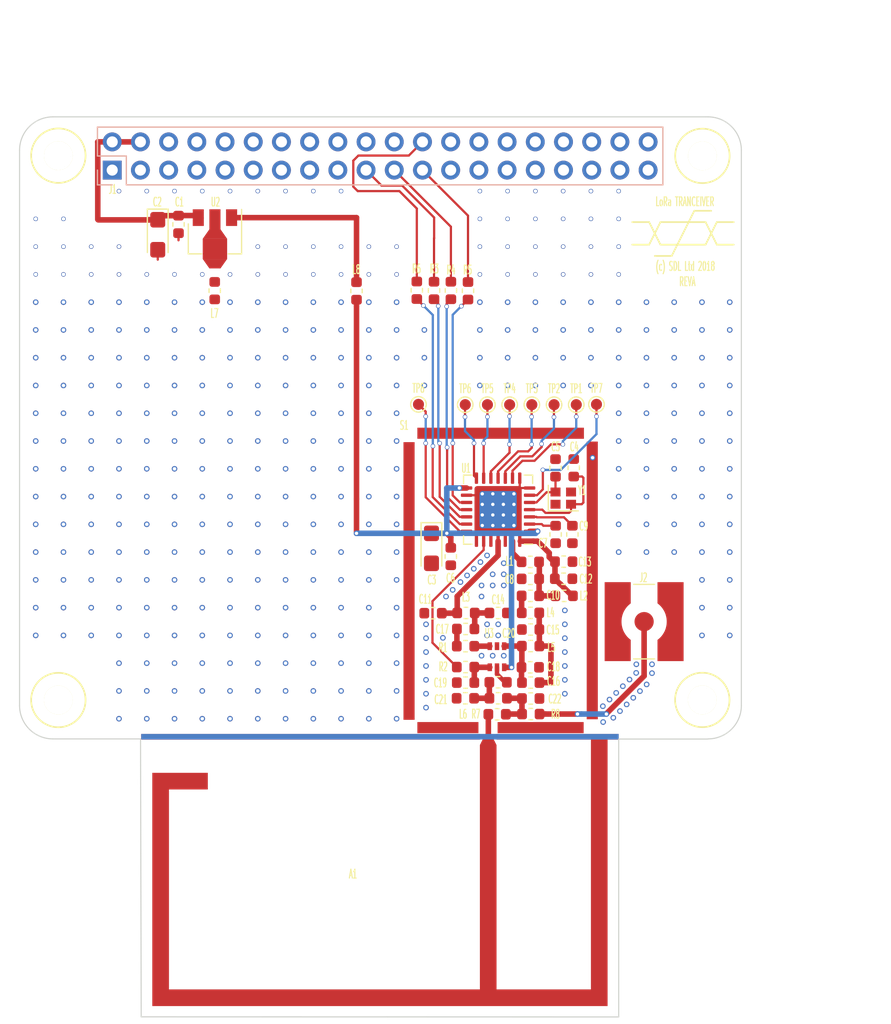
<source format=kicad_pcb>
(kicad_pcb (version 20171130) (host pcbnew 5.0.2-bee76a0~70~ubuntu18.04.1)

  (general
    (thickness 1.6)
    (drawings 32)
    (tracks 710)
    (zones 0)
    (modules 59)
    (nets 70)
  )

  (page A4)
  (layers
    (0 F.Cu signal)
    (31 B.Cu signal)
    (32 B.Adhes user)
    (33 F.Adhes user hide)
    (34 B.Paste user)
    (35 F.Paste user hide)
    (36 B.SilkS user hide)
    (37 F.SilkS user)
    (38 B.Mask user)
    (39 F.Mask user)
    (40 Dwgs.User user)
    (41 Cmts.User user hide)
    (42 Eco1.User user hide)
    (43 Eco2.User user)
    (44 Edge.Cuts user)
    (45 Margin user hide)
    (46 B.CrtYd user hide)
    (47 F.CrtYd user hide)
    (48 B.Fab user hide)
    (49 F.Fab user hide)
  )

  (setup
    (last_trace_width 0.2)
    (user_trace_width 0.2)
    (user_trace_width 0.2)
    (user_trace_width 0.25)
    (user_trace_width 0.4)
    (user_trace_width 0.5)
    (user_trace_width 0.6)
    (user_trace_width 1)
    (user_trace_width 2)
    (trace_clearance 0.2)
    (zone_clearance 0)
    (zone_45_only yes)
    (trace_min 0.2)
    (segment_width 0.15)
    (edge_width 0.15)
    (via_size 0.4)
    (via_drill 0.3)
    (via_min_size 0.4)
    (via_min_drill 0.2)
    (uvia_size 0.3)
    (uvia_drill 0.1)
    (uvias_allowed no)
    (uvia_min_size 0.2)
    (uvia_min_drill 0.1)
    (pcb_text_width 0.3)
    (pcb_text_size 1.5 1.5)
    (mod_edge_width 0.15)
    (mod_text_size 0.4 0.8)
    (mod_text_width 0.1)
    (pad_size 3.35 3.35)
    (pad_drill 0)
    (pad_to_mask_clearance 0.1)
    (solder_mask_min_width 0.25)
    (aux_axis_origin 78.6 60.8)
    (visible_elements 7FFFFE3F)
    (pcbplotparams
      (layerselection 0x010e8_ffffffff)
      (usegerberextensions false)
      (usegerberattributes false)
      (usegerberadvancedattributes false)
      (creategerberjobfile false)
      (excludeedgelayer false)
      (linewidth 0.100000)
      (plotframeref false)
      (viasonmask false)
      (mode 1)
      (useauxorigin false)
      (hpglpennumber 1)
      (hpglpenspeed 20)
      (hpglpendiameter 15.000000)
      (psnegative false)
      (psa4output false)
      (plotreference true)
      (plotvalue false)
      (plotinvisibletext false)
      (padsonsilk true)
      (subtractmaskfromsilk false)
      (outputformat 1)
      (mirror false)
      (drillshape 0)
      (scaleselection 1)
      (outputdirectory "prod"))
  )

  (net 0 "")
  (net 1 "Net-(J1-Pad23)")
  (net 2 "Net-(J1-Pad21)")
  (net 3 "Net-(J1-Pad26)")
  (net 4 "Net-(J1-Pad19)")
  (net 5 "Net-(J1-Pad7)")
  (net 6 "Net-(J1-Pad24)")
  (net 7 "Net-(J1-Pad3)")
  (net 8 "Net-(J1-Pad5)")
  (net 9 "Net-(J1-Pad8)")
  (net 10 "Net-(J1-Pad10)")
  (net 11 "Net-(J1-Pad11)")
  (net 12 "Net-(J1-Pad12)")
  (net 13 "Net-(J1-Pad13)")
  (net 14 "Net-(J1-Pad15)")
  (net 15 "Net-(J1-Pad16)")
  (net 16 "Net-(J1-Pad18)")
  (net 17 "Net-(J1-Pad22)")
  (net 18 "Net-(J1-Pad27)")
  (net 19 "Net-(J1-Pad28)")
  (net 20 "Net-(J1-Pad29)")
  (net 21 "Net-(J1-Pad31)")
  (net 22 "Net-(J1-Pad32)")
  (net 23 "Net-(J1-Pad33)")
  (net 24 "Net-(J1-Pad35)")
  (net 25 "Net-(J1-Pad36)")
  (net 26 "Net-(J1-Pad37)")
  (net 27 "Net-(J1-Pad38)")
  (net 28 "Net-(J1-Pad40)")
  (net 29 "Net-(J1-Pad1)")
  (net 30 "Net-(J1-Pad17)")
  (net 31 "Net-(U1-Pad24)")
  (net 32 GND)
  (net 33 "Net-(C19-Pad1)")
  (net 34 "Net-(R2-Pad2)")
  (net 35 "Net-(C17-Pad1)")
  (net 36 "Net-(R1-Pad1)")
  (net 37 +3.3VA)
  (net 38 +5V)
  (net 39 "Net-(C16-Pad1)")
  (net 40 "Net-(C20-Pad2)")
  (net 41 "Net-(C7-Pad1)")
  (net 42 "Net-(C9-Pad1)")
  (net 43 "Net-(C4-Pad1)")
  (net 44 "Net-(C5-Pad1)")
  (net 45 "Net-(C11-Pad1)")
  (net 46 "Net-(L1-Pad1)")
  (net 47 "Net-(C12-Pad1)")
  (net 48 "Net-(C10-Pad2)")
  (net 49 "Net-(C14-Pad1)")
  (net 50 "Net-(C15-Pad1)")
  (net 51 "Net-(C10-Pad1)")
  (net 52 "Net-(C20-Pad1)")
  (net 53 GNDA)
  (net 54 "Net-(TP1-Pad1)")
  (net 55 "Net-(TP6-Pad1)")
  (net 56 "Net-(TP7-Pad1)")
  (net 57 "Net-(TP8-Pad1)")
  (net 58 "Net-(TP2-Pad1)")
  (net 59 "Net-(TP3-Pad1)")
  (net 60 "Net-(TP4-Pad1)")
  (net 61 "Net-(TP5-Pad1)")
  (net 62 "Net-(R5-Pad1)")
  (net 63 "Net-(R4-Pad1)")
  (net 64 "Net-(R3-Pad1)")
  (net 65 "Net-(R6-Pad1)")
  (net 66 /A2)
  (net 67 /A1)
  (net 68 /A3)
  (net 69 +3V3)

  (net_class Default "This is the default net class."
    (clearance 0.2)
    (trace_width 0.2)
    (via_dia 0.4)
    (via_drill 0.3)
    (uvia_dia 0.3)
    (uvia_drill 0.1)
    (add_net /A1)
    (add_net GND)
    (add_net GNDA)
    (add_net "Net-(C10-Pad1)")
    (add_net "Net-(C10-Pad2)")
    (add_net "Net-(C11-Pad1)")
    (add_net "Net-(C12-Pad1)")
    (add_net "Net-(C14-Pad1)")
    (add_net "Net-(C15-Pad1)")
    (add_net "Net-(C16-Pad1)")
    (add_net "Net-(C17-Pad1)")
    (add_net "Net-(C19-Pad1)")
    (add_net "Net-(C20-Pad1)")
    (add_net "Net-(C20-Pad2)")
    (add_net "Net-(C4-Pad1)")
    (add_net "Net-(C5-Pad1)")
    (add_net "Net-(C7-Pad1)")
    (add_net "Net-(C9-Pad1)")
    (add_net "Net-(J1-Pad1)")
    (add_net "Net-(J1-Pad10)")
    (add_net "Net-(J1-Pad11)")
    (add_net "Net-(J1-Pad12)")
    (add_net "Net-(J1-Pad13)")
    (add_net "Net-(J1-Pad15)")
    (add_net "Net-(J1-Pad16)")
    (add_net "Net-(J1-Pad17)")
    (add_net "Net-(J1-Pad18)")
    (add_net "Net-(J1-Pad19)")
    (add_net "Net-(J1-Pad21)")
    (add_net "Net-(J1-Pad22)")
    (add_net "Net-(J1-Pad23)")
    (add_net "Net-(J1-Pad24)")
    (add_net "Net-(J1-Pad26)")
    (add_net "Net-(J1-Pad27)")
    (add_net "Net-(J1-Pad28)")
    (add_net "Net-(J1-Pad29)")
    (add_net "Net-(J1-Pad3)")
    (add_net "Net-(J1-Pad31)")
    (add_net "Net-(J1-Pad32)")
    (add_net "Net-(J1-Pad33)")
    (add_net "Net-(J1-Pad35)")
    (add_net "Net-(J1-Pad36)")
    (add_net "Net-(J1-Pad37)")
    (add_net "Net-(J1-Pad38)")
    (add_net "Net-(J1-Pad40)")
    (add_net "Net-(J1-Pad5)")
    (add_net "Net-(J1-Pad7)")
    (add_net "Net-(J1-Pad8)")
    (add_net "Net-(L1-Pad1)")
    (add_net "Net-(R1-Pad1)")
    (add_net "Net-(R2-Pad2)")
    (add_net "Net-(R3-Pad1)")
    (add_net "Net-(R4-Pad1)")
    (add_net "Net-(R5-Pad1)")
    (add_net "Net-(R6-Pad1)")
    (add_net "Net-(TP1-Pad1)")
    (add_net "Net-(TP2-Pad1)")
    (add_net "Net-(TP3-Pad1)")
    (add_net "Net-(TP4-Pad1)")
    (add_net "Net-(TP5-Pad1)")
    (add_net "Net-(TP6-Pad1)")
    (add_net "Net-(TP7-Pad1)")
    (add_net "Net-(TP8-Pad1)")
    (add_net "Net-(U1-Pad24)")
  )

  (net_class Power ""
    (clearance 0.2)
    (trace_width 0.5)
    (via_dia 0.5)
    (via_drill 0.3)
    (uvia_dia 0.3)
    (uvia_drill 0.1)
    (add_net +3.3VA)
    (add_net +3V3)
    (add_net +5V)
  )

  (net_class RF ""
    (clearance 0.2)
    (trace_width 0.5)
    (via_dia 0.5)
    (via_drill 0.3)
    (uvia_dia 0.3)
    (uvia_drill 0.1)
    (add_net /A2)
    (add_net /A3)
  )

  (module project_footprints:QFN-28-1EP_6x6mm_P0.65mm_EP4.25x4.25mm_ThermalVias (layer F.Cu) (tedit 5C60036D) (tstamp 5C03E88E)
    (at 121.64 96.18 180)
    (descr "QFN, 28 Pin (http://ww1.microchip.com/downloads/en/PackagingSpec/00000049BQ.pdf (Page 289)), generated with kicad-footprint-generator ipc_dfn_qfn_generator.py")
    (tags "QFN DFN_QFN")
    (path /5C0133F7)
    (attr smd)
    (fp_text reference U1 (at 2.89 3.73 180) (layer F.SilkS)
      (effects (font (size 0.8 0.4) (thickness 0.1)))
    )
    (fp_text value SX1272 (at 0 4.3 180) (layer F.Fab)
      (effects (font (size 1 1) (thickness 0.15)))
    )
    (fp_text user %R (at 0 0 180) (layer F.Fab)
      (effects (font (size 1 1) (thickness 0.15)))
    )
    (fp_line (start 3.6 -3.6) (end -3.6 -3.6) (layer F.CrtYd) (width 0.05))
    (fp_line (start 3.6 3.6) (end 3.6 -3.6) (layer F.CrtYd) (width 0.05))
    (fp_line (start -3.6 3.6) (end 3.6 3.6) (layer F.CrtYd) (width 0.05))
    (fp_line (start -3.6 -3.6) (end -3.6 3.6) (layer F.CrtYd) (width 0.05))
    (fp_line (start -3 -2) (end -2 -3) (layer F.Fab) (width 0.1))
    (fp_line (start -3 3) (end -3 -2) (layer F.Fab) (width 0.1))
    (fp_line (start 3 3) (end -3 3) (layer F.Fab) (width 0.1))
    (fp_line (start 3 -3) (end 3 3) (layer F.Fab) (width 0.1))
    (fp_line (start -2 -3) (end 3 -3) (layer F.Fab) (width 0.1))
    (fp_line (start -2.36 -3.11) (end -3.11 -3.11) (layer F.SilkS) (width 0.12))
    (fp_line (start 3.11 3.11) (end 3.11 2.36) (layer F.SilkS) (width 0.12))
    (fp_line (start 2.36 3.11) (end 3.11 3.11) (layer F.SilkS) (width 0.12))
    (fp_line (start -3.11 3.11) (end -3.11 2.36) (layer F.SilkS) (width 0.12))
    (fp_line (start -2.36 3.11) (end -3.11 3.11) (layer F.SilkS) (width 0.12))
    (fp_line (start 3.11 -3.11) (end 3.11 -2.36) (layer F.SilkS) (width 0.12))
    (fp_line (start 2.36 -3.11) (end 3.11 -3.11) (layer F.SilkS) (width 0.12))
    (pad 28 smd roundrect (at -1.95 -2.8375 180) (size 0.3 1.025) (layers F.Cu F.Paste F.Mask) (roundrect_rratio 0.25)
      (net 47 "Net-(C12-Pad1)"))
    (pad 27 smd roundrect (at -1.3 -2.8375 180) (size 0.3 1.025) (layers F.Cu F.Paste F.Mask) (roundrect_rratio 0.25)
      (net 46 "Net-(L1-Pad1)"))
    (pad 26 smd roundrect (at -0.65 -2.8375 180) (size 0.3 1.025) (layers F.Cu F.Paste F.Mask) (roundrect_rratio 0.25)
      (net 53 GNDA))
    (pad 25 smd roundrect (at 0 -2.8375 180) (size 0.3 1.025) (layers F.Cu F.Paste F.Mask) (roundrect_rratio 0.25)
      (net 45 "Net-(C11-Pad1)"))
    (pad 24 smd roundrect (at 0.65 -2.8375 180) (size 0.3 1.025) (layers F.Cu F.Paste F.Mask) (roundrect_rratio 0.25)
      (net 31 "Net-(U1-Pad24)"))
    (pad 23 smd roundrect (at 1.3 -2.8375 180) (size 0.3 1.025) (layers F.Cu F.Paste F.Mask) (roundrect_rratio 0.25)
      (net 34 "Net-(R2-Pad2)"))
    (pad 22 smd roundrect (at 1.95 -2.8375 180) (size 0.3 1.025) (layers F.Cu F.Paste F.Mask) (roundrect_rratio 0.25)
      (net 53 GNDA))
    (pad 21 smd roundrect (at 2.8375 -1.95 180) (size 1.025 0.3) (layers F.Cu F.Paste F.Mask) (roundrect_rratio 0.25)
      (net 57 "Net-(TP8-Pad1)"))
    (pad 20 smd roundrect (at 2.8375 -1.3 180) (size 1.025 0.3) (layers F.Cu F.Paste F.Mask) (roundrect_rratio 0.25)
      (net 65 "Net-(R6-Pad1)"))
    (pad 19 smd roundrect (at 2.8375 -0.65 180) (size 1.025 0.3) (layers F.Cu F.Paste F.Mask) (roundrect_rratio 0.25)
      (net 64 "Net-(R3-Pad1)"))
    (pad 18 smd roundrect (at 2.8375 0 180) (size 1.025 0.3) (layers F.Cu F.Paste F.Mask) (roundrect_rratio 0.25)
      (net 63 "Net-(R4-Pad1)"))
    (pad 17 smd roundrect (at 2.8375 0.65 180) (size 1.025 0.3) (layers F.Cu F.Paste F.Mask) (roundrect_rratio 0.25)
      (net 62 "Net-(R5-Pad1)"))
    (pad 16 smd roundrect (at 2.8375 1.3 180) (size 1.025 0.3) (layers F.Cu F.Paste F.Mask) (roundrect_rratio 0.25)
      (net 53 GNDA))
    (pad 15 smd roundrect (at 2.8375 1.95 180) (size 1.025 0.3) (layers F.Cu F.Paste F.Mask) (roundrect_rratio 0.25)
      (net 37 +3.3VA))
    (pad 14 smd roundrect (at 1.95 2.8375 180) (size 0.3 1.025) (layers F.Cu F.Paste F.Mask) (roundrect_rratio 0.25)
      (net 55 "Net-(TP6-Pad1)"))
    (pad 13 smd roundrect (at 1.3 2.8375 180) (size 0.3 1.025) (layers F.Cu F.Paste F.Mask) (roundrect_rratio 0.25)
      (net 61 "Net-(TP5-Pad1)"))
    (pad 12 smd roundrect (at 0.65 2.8375 180) (size 0.3 1.025) (layers F.Cu F.Paste F.Mask) (roundrect_rratio 0.25)
      (net 60 "Net-(TP4-Pad1)"))
    (pad 11 smd roundrect (at 0 2.8375 180) (size 0.3 1.025) (layers F.Cu F.Paste F.Mask) (roundrect_rratio 0.25)
      (net 59 "Net-(TP3-Pad1)"))
    (pad 10 smd roundrect (at -0.65 2.8375 180) (size 0.3 1.025) (layers F.Cu F.Paste F.Mask) (roundrect_rratio 0.25)
      (net 58 "Net-(TP2-Pad1)"))
    (pad 9 smd roundrect (at -1.3 2.8375 180) (size 0.3 1.025) (layers F.Cu F.Paste F.Mask) (roundrect_rratio 0.25)
      (net 54 "Net-(TP1-Pad1)"))
    (pad 8 smd roundrect (at -1.95 2.8375 180) (size 0.3 1.025) (layers F.Cu F.Paste F.Mask) (roundrect_rratio 0.25)
      (net 53 GNDA))
    (pad 7 smd roundrect (at -2.8375 1.95 180) (size 1.025 0.3) (layers F.Cu F.Paste F.Mask) (roundrect_rratio 0.25)
      (net 53 GNDA))
    (pad 6 smd roundrect (at -2.8375 1.3 180) (size 1.025 0.3) (layers F.Cu F.Paste F.Mask) (roundrect_rratio 0.25)
      (net 56 "Net-(TP7-Pad1)"))
    (pad 5 smd roundrect (at -2.8375 0.65 180) (size 1.025 0.3) (layers F.Cu F.Paste F.Mask) (roundrect_rratio 0.25)
      (net 44 "Net-(C5-Pad1)"))
    (pad 4 smd roundrect (at -2.8375 0 180) (size 1.025 0.3) (layers F.Cu F.Paste F.Mask) (roundrect_rratio 0.25)
      (net 43 "Net-(C4-Pad1)"))
    (pad 3 smd roundrect (at -2.8375 -0.65 180) (size 1.025 0.3) (layers F.Cu F.Paste F.Mask) (roundrect_rratio 0.25)
      (net 42 "Net-(C9-Pad1)"))
    (pad 2 smd roundrect (at -2.8375 -1.3 180) (size 1.025 0.3) (layers F.Cu F.Paste F.Mask) (roundrect_rratio 0.25)
      (net 41 "Net-(C7-Pad1)"))
    (pad 1 smd roundrect (at -2.8375 -1.95 180) (size 1.025 0.3) (layers F.Cu F.Paste F.Mask) (roundrect_rratio 0.25)
      (net 37 +3.3VA))
    (pad "" smd custom (at 1.775 1.775 180) (size 0.460271 0.460271) (layers F.Paste)
      (options (clearance outline) (anchor circle))
      (primitives
        (gr_poly (pts
           (xy -0.282179 -0.134978) (xy -0.134978 -0.282179) (xy 0.282179 -0.282179) (xy 0.282179 0.282179) (xy -0.282179 0.282179)
) (width 0))
      ))
    (pad "" smd custom (at 1.775 -1.775 180) (size 0.460271 0.460271) (layers F.Paste)
      (options (clearance outline) (anchor circle))
      (primitives
        (gr_poly (pts
           (xy -0.282179 -0.282179) (xy 0.282179 -0.282179) (xy 0.282179 0.282179) (xy -0.134978 0.282179) (xy -0.282179 0.134978)
) (width 0))
      ))
    (pad "" smd custom (at -1.775 1.775 180) (size 0.460271 0.460271) (layers F.Paste)
      (options (clearance outline) (anchor circle))
      (primitives
        (gr_poly (pts
           (xy -0.282179 -0.282179) (xy 0.134978 -0.282179) (xy 0.282179 -0.134978) (xy 0.282179 0.282179) (xy -0.282179 0.282179)
) (width 0))
      ))
    (pad "" smd custom (at -1.775 -1.775 180) (size 0.460271 0.460271) (layers F.Paste)
      (options (clearance outline) (anchor circle))
      (primitives
        (gr_poly (pts
           (xy -0.282179 -0.282179) (xy 0.282179 -0.282179) (xy 0.282179 0.134978) (xy 0.134978 0.282179) (xy -0.282179 0.282179)
) (width 0))
      ))
    (pad "" smd custom (at 0.95 1.775 180) (size 0.477399 0.477399) (layers F.Paste)
      (options (clearance outline) (anchor circle))
      (primitives
        (gr_poly (pts
           (xy -0.382957 -0.1592) (xy -0.259978 -0.282179) (xy 0.259978 -0.282179) (xy 0.382957 -0.1592) (xy 0.382957 0.282179)
           (xy -0.382957 0.282179)) (width 0))
      ))
    (pad "" smd custom (at 0 1.775 180) (size 0.477399 0.477399) (layers F.Paste)
      (options (clearance outline) (anchor circle))
      (primitives
        (gr_poly (pts
           (xy -0.382957 -0.1592) (xy -0.259978 -0.282179) (xy 0.259978 -0.282179) (xy 0.382957 -0.1592) (xy 0.382957 0.282179)
           (xy -0.382957 0.282179)) (width 0))
      ))
    (pad "" smd custom (at -0.95 1.775 180) (size 0.477399 0.477399) (layers F.Paste)
      (options (clearance outline) (anchor circle))
      (primitives
        (gr_poly (pts
           (xy -0.382957 -0.1592) (xy -0.259978 -0.282179) (xy 0.259978 -0.282179) (xy 0.382957 -0.1592) (xy 0.382957 0.282179)
           (xy -0.382957 0.282179)) (width 0))
      ))
    (pad "" smd custom (at 0.95 -1.775 180) (size 0.477399 0.477399) (layers F.Paste)
      (options (clearance outline) (anchor circle))
      (primitives
        (gr_poly (pts
           (xy -0.382957 -0.282179) (xy 0.382957 -0.282179) (xy 0.382957 0.1592) (xy 0.259978 0.282179) (xy -0.259978 0.282179)
           (xy -0.382957 0.1592)) (width 0))
      ))
    (pad "" smd custom (at 0 -1.775 180) (size 0.477399 0.477399) (layers F.Paste)
      (options (clearance outline) (anchor circle))
      (primitives
        (gr_poly (pts
           (xy -0.382957 -0.282179) (xy 0.382957 -0.282179) (xy 0.382957 0.1592) (xy 0.259978 0.282179) (xy -0.259978 0.282179)
           (xy -0.382957 0.1592)) (width 0))
      ))
    (pad "" smd custom (at -0.95 -1.775 180) (size 0.477399 0.477399) (layers F.Paste)
      (options (clearance outline) (anchor circle))
      (primitives
        (gr_poly (pts
           (xy -0.382957 -0.282179) (xy 0.382957 -0.282179) (xy 0.382957 0.1592) (xy 0.259978 0.282179) (xy -0.259978 0.282179)
           (xy -0.382957 0.1592)) (width 0))
      ))
    (pad "" smd custom (at 1.775 0.95 180) (size 0.477399 0.477399) (layers F.Paste)
      (options (clearance outline) (anchor circle))
      (primitives
        (gr_poly (pts
           (xy -0.282179 -0.259978) (xy -0.1592 -0.382957) (xy 0.282179 -0.382957) (xy 0.282179 0.382957) (xy -0.1592 0.382957)
           (xy -0.282179 0.259978)) (width 0))
      ))
    (pad "" smd custom (at 1.775 0 180) (size 0.477399 0.477399) (layers F.Paste)
      (options (clearance outline) (anchor circle))
      (primitives
        (gr_poly (pts
           (xy -0.282179 -0.259978) (xy -0.1592 -0.382957) (xy 0.282179 -0.382957) (xy 0.282179 0.382957) (xy -0.1592 0.382957)
           (xy -0.282179 0.259978)) (width 0))
      ))
    (pad "" smd custom (at 1.775 -0.95 180) (size 0.477399 0.477399) (layers F.Paste)
      (options (clearance outline) (anchor circle))
      (primitives
        (gr_poly (pts
           (xy -0.282179 -0.259978) (xy -0.1592 -0.382957) (xy 0.282179 -0.382957) (xy 0.282179 0.382957) (xy -0.1592 0.382957)
           (xy -0.282179 0.259978)) (width 0))
      ))
    (pad "" smd custom (at -1.775 0.95 180) (size 0.477399 0.477399) (layers F.Paste)
      (options (clearance outline) (anchor circle))
      (primitives
        (gr_poly (pts
           (xy -0.282179 -0.382957) (xy 0.1592 -0.382957) (xy 0.282179 -0.259978) (xy 0.282179 0.259978) (xy 0.1592 0.382957)
           (xy -0.282179 0.382957)) (width 0))
      ))
    (pad "" smd custom (at -1.775 0 180) (size 0.477399 0.477399) (layers F.Paste)
      (options (clearance outline) (anchor circle))
      (primitives
        (gr_poly (pts
           (xy -0.282179 -0.382957) (xy 0.1592 -0.382957) (xy 0.282179 -0.259978) (xy 0.282179 0.259978) (xy 0.1592 0.382957)
           (xy -0.282179 0.382957)) (width 0))
      ))
    (pad "" smd custom (at -1.775 -0.95 180) (size 0.477399 0.477399) (layers F.Paste)
      (options (clearance outline) (anchor circle))
      (primitives
        (gr_poly (pts
           (xy -0.282179 -0.382957) (xy 0.1592 -0.382957) (xy 0.282179 -0.259978) (xy 0.282179 0.259978) (xy 0.1592 0.382957)
           (xy -0.282179 0.382957)) (width 0))
      ))
    (pad "" smd roundrect (at 0.95 0.95 180) (size 0.765914 0.765914) (layers F.Paste) (roundrect_rratio 0.25))
    (pad "" smd roundrect (at 0.95 0 180) (size 0.765914 0.765914) (layers F.Paste) (roundrect_rratio 0.25))
    (pad "" smd roundrect (at 0.95 -0.95 180) (size 0.765914 0.765914) (layers F.Paste) (roundrect_rratio 0.25))
    (pad "" smd roundrect (at 0 0.95 180) (size 0.765914 0.765914) (layers F.Paste) (roundrect_rratio 0.25))
    (pad "" smd roundrect (at 0 0 180) (size 0.765914 0.765914) (layers F.Paste) (roundrect_rratio 0.25))
    (pad "" smd roundrect (at 0 -0.95 180) (size 0.765914 0.765914) (layers F.Paste) (roundrect_rratio 0.25))
    (pad "" smd roundrect (at -0.95 0.95 180) (size 0.765914 0.765914) (layers F.Paste) (roundrect_rratio 0.25))
    (pad "" smd roundrect (at -0.95 0 180) (size 0.765914 0.765914) (layers F.Paste) (roundrect_rratio 0.25))
    (pad "" smd roundrect (at -0.95 -0.95 180) (size 0.765914 0.765914) (layers F.Paste) (roundrect_rratio 0.25))
    (pad 29 smd roundrect (at 0 0 180) (size 3.35 3.35) (layers B.Cu) (roundrect_rratio 0.075)
      (net 53 GNDA))
    (pad 29 thru_hole circle (at 1.425 1.425 180) (size 0.5 0.5) (drill 0.3) (layers *.Cu)
      (net 53 GNDA))
    (pad 29 thru_hole circle (at 0.475 1.425 180) (size 0.5 0.5) (drill 0.3) (layers *.Cu)
      (net 53 GNDA))
    (pad 29 thru_hole circle (at -0.475 1.425 180) (size 0.5 0.5) (drill 0.3) (layers *.Cu)
      (net 53 GNDA))
    (pad 29 thru_hole circle (at -1.425 1.425 180) (size 0.5 0.5) (drill 0.3) (layers *.Cu)
      (net 53 GNDA))
    (pad 29 thru_hole circle (at 1.425 0.475 180) (size 0.5 0.5) (drill 0.3) (layers *.Cu)
      (net 53 GNDA))
    (pad 29 thru_hole circle (at 0.475 0.475 180) (size 0.5 0.5) (drill 0.3) (layers *.Cu)
      (net 53 GNDA))
    (pad 29 thru_hole circle (at -0.475 0.475 180) (size 0.5 0.5) (drill 0.3) (layers *.Cu)
      (net 53 GNDA))
    (pad 29 thru_hole circle (at -1.425 0.475 180) (size 0.5 0.5) (drill 0.3) (layers *.Cu)
      (net 53 GNDA))
    (pad 29 thru_hole circle (at 1.425 -0.475 180) (size 0.5 0.5) (drill 0.3) (layers *.Cu)
      (net 53 GNDA))
    (pad 29 thru_hole circle (at 0.475 -0.475 180) (size 0.5 0.5) (drill 0.3) (layers *.Cu)
      (net 53 GNDA))
    (pad 29 thru_hole circle (at -0.475 -0.475 180) (size 0.5 0.5) (drill 0.3) (layers *.Cu)
      (net 53 GNDA))
    (pad 29 thru_hole circle (at -1.425 -0.475 180) (size 0.5 0.5) (drill 0.3) (layers *.Cu)
      (net 53 GNDA))
    (pad 29 thru_hole circle (at 1.425 -1.425 180) (size 0.5 0.5) (drill 0.3) (layers *.Cu)
      (net 53 GNDA))
    (pad 29 thru_hole circle (at 0.475 -1.425 180) (size 0.5 0.5) (drill 0.3) (layers *.Cu)
      (net 53 GNDA))
    (pad 29 thru_hole circle (at -0.475 -1.425 180) (size 0.5 0.5) (drill 0.3) (layers *.Cu)
      (net 53 GNDA))
    (pad 29 thru_hole circle (at -1.425 -1.425 180) (size 0.5 0.5) (drill 0.3) (layers *.Cu)
      (net 53 GNDA))
    (pad 29 smd roundrect (at 0 0 180) (size 4.25 4.25) (layers F.Cu F.Mask) (roundrect_rratio 0.058824)
      (net 53 GNDA))
    (model ${KISYS3DMOD}/Package_DFN_QFN.3dshapes/QFN-28-1EP_6x6mm_P0.65mm_EP4.25x4.25mm.wrl
      (at (xyz 0 0 0))
      (scale (xyz 1 1 1))
      (rotate (xyz 0 0 0))
    )
  )

  (module project_footprints:MS256-10S (layer F.Cu) (tedit 5C053EA9) (tstamp 5C119E96)
    (at 121.87 102.55)
    (path /5C057040)
    (fp_text reference S1 (at -8.69 -13.96) (layer F.SilkS)
      (effects (font (size 0.8 0.4) (thickness 0.1)))
    )
    (fp_text value RF_Shield_One_Piece (at 0 -0.5) (layer F.Fab)
      (effects (font (size 1 1) (thickness 0.15)))
    )
    (fp_poly (pts (xy -8.75 -12.5) (xy -7.5 -13.75) (xy 7.5 -13.75) (xy 8.75 -12.5)
      (xy 8.75 12.5) (xy 7.5 13.75) (xy -0.3 13.75) (xy -0.3 12.75)
      (xy 7.75 12.75) (xy 7.75 -12.75) (xy -7.75 -12.75) (xy -7.75 12.75)
      (xy -1.95 12.75) (xy -1.95 13.75) (xy -7.5 13.75) (xy -8.75 12.5)) (layer F.Mask) (width 0))
    (pad 1 smd rect (at -4.75 13.25) (size 5.5 1) (layers F.Cu F.Paste F.Mask)
      (net 53 GNDA))
    (pad 1 smd rect (at 3.6 13.25) (size 7.75 1) (layers F.Cu F.Paste F.Mask)
      (net 53 GNDA))
    (pad 1 smd rect (at 0 -13.25) (size 15 1) (layers F.Cu F.Paste F.Mask)
      (net 53 GNDA))
    (pad 1 smd rect (at -8.25 0.05) (size 1 25) (layers F.Cu F.Paste F.Mask)
      (net 53 GNDA))
    (pad 1 smd rect (at 8.25 0) (size 1 25) (layers F.Cu F.Paste F.Mask)
      (net 53 GNDA))
    (model "${KIPRJMOD}/3D models/ms256-10.step"
      (offset (xyz 0 0 2.4))
      (scale (xyz 1 1 1))
      (rotate (xyz -90 0 0))
    )
  )

  (module Resistor_SMD:R_0603_1608Metric (layer F.Cu) (tedit 5B301BBD) (tstamp 5C03C877)
    (at 117.39 76.4475 90)
    (descr "Resistor SMD 0603 (1608 Metric), square (rectangular) end terminal, IPC_7351 nominal, (Body size source: http://www.tortai-tech.com/upload/download/2011102023233369053.pdf), generated with kicad-footprint-generator")
    (tags resistor)
    (path /5C0EEDCA)
    (attr smd)
    (fp_text reference R4 (at 1.8475 0.01 180) (layer F.SilkS)
      (effects (font (size 0.8 0.4) (thickness 0.1)))
    )
    (fp_text value R (at 0 1.43 90) (layer F.Fab)
      (effects (font (size 1 1) (thickness 0.15)))
    )
    (fp_line (start -0.8 0.4) (end -0.8 -0.4) (layer F.Fab) (width 0.1))
    (fp_line (start -0.8 -0.4) (end 0.8 -0.4) (layer F.Fab) (width 0.1))
    (fp_line (start 0.8 -0.4) (end 0.8 0.4) (layer F.Fab) (width 0.1))
    (fp_line (start 0.8 0.4) (end -0.8 0.4) (layer F.Fab) (width 0.1))
    (fp_line (start -0.162779 -0.51) (end 0.162779 -0.51) (layer F.SilkS) (width 0.12))
    (fp_line (start -0.162779 0.51) (end 0.162779 0.51) (layer F.SilkS) (width 0.12))
    (fp_line (start -1.48 0.73) (end -1.48 -0.73) (layer F.CrtYd) (width 0.05))
    (fp_line (start -1.48 -0.73) (end 1.48 -0.73) (layer F.CrtYd) (width 0.05))
    (fp_line (start 1.48 -0.73) (end 1.48 0.73) (layer F.CrtYd) (width 0.05))
    (fp_line (start 1.48 0.73) (end -1.48 0.73) (layer F.CrtYd) (width 0.05))
    (fp_text user %R (at 0 0 90) (layer F.Fab)
      (effects (font (size 0.4 0.4) (thickness 0.06)))
    )
    (pad 1 smd roundrect (at -0.7875 0 90) (size 0.875 0.95) (layers F.Cu F.Paste F.Mask) (roundrect_rratio 0.25)
      (net 63 "Net-(R4-Pad1)"))
    (pad 2 smd roundrect (at 0.7875 0 90) (size 0.875 0.95) (layers F.Cu F.Paste F.Mask) (roundrect_rratio 0.25)
      (net 2 "Net-(J1-Pad21)"))
    (model ${KISYS3DMOD}/Resistor_SMD.3dshapes/R_0603_1608Metric.wrl
      (at (xyz 0 0 0))
      (scale (xyz 1 1 1))
      (rotate (xyz 0 0 0))
    )
  )

  (module Resistor_SMD:R_0603_1608Metric (layer F.Cu) (tedit 5B301BBD) (tstamp 5C11BF24)
    (at 121.55 114.6)
    (descr "Resistor SMD 0603 (1608 Metric), square (rectangular) end terminal, IPC_7351 nominal, (Body size source: http://www.tortai-tech.com/upload/download/2011102023233369053.pdf), generated with kicad-footprint-generator")
    (tags resistor)
    (path /5C03DB96)
    (attr smd)
    (fp_text reference R7 (at -1.91 -0.02) (layer F.SilkS)
      (effects (font (size 0.8 0.4) (thickness 0.1)))
    )
    (fp_text value 0R (at 0 1.43) (layer F.Fab)
      (effects (font (size 1 1) (thickness 0.15)))
    )
    (fp_line (start -0.8 0.4) (end -0.8 -0.4) (layer F.Fab) (width 0.1))
    (fp_line (start -0.8 -0.4) (end 0.8 -0.4) (layer F.Fab) (width 0.1))
    (fp_line (start 0.8 -0.4) (end 0.8 0.4) (layer F.Fab) (width 0.1))
    (fp_line (start 0.8 0.4) (end -0.8 0.4) (layer F.Fab) (width 0.1))
    (fp_line (start -0.162779 -0.51) (end 0.162779 -0.51) (layer F.SilkS) (width 0.12))
    (fp_line (start -0.162779 0.51) (end 0.162779 0.51) (layer F.SilkS) (width 0.12))
    (fp_line (start -1.48 0.73) (end -1.48 -0.73) (layer F.CrtYd) (width 0.05))
    (fp_line (start -1.48 -0.73) (end 1.48 -0.73) (layer F.CrtYd) (width 0.05))
    (fp_line (start 1.48 -0.73) (end 1.48 0.73) (layer F.CrtYd) (width 0.05))
    (fp_line (start 1.48 0.73) (end -1.48 0.73) (layer F.CrtYd) (width 0.05))
    (fp_text user %R (at 0 0) (layer F.Fab)
      (effects (font (size 0.4 0.4) (thickness 0.06)))
    )
    (pad 1 smd roundrect (at -0.7875 0) (size 0.875 0.95) (layers F.Cu F.Paste F.Mask) (roundrect_rratio 0.25)
      (net 66 /A2))
    (pad 2 smd roundrect (at 0.7875 0) (size 0.875 0.95) (layers F.Cu F.Paste F.Mask) (roundrect_rratio 0.25)
      (net 67 /A1))
    (model ${KISYS3DMOD}/Resistor_SMD.3dshapes/R_0603_1608Metric.wrl
      (at (xyz 0 0 0))
      (scale (xyz 1 1 1))
      (rotate (xyz 0 0 0))
    )
  )

  (module Capacitor_Tantalum_SMD:CP_EIA-3216-10_Kemet-I (layer F.Cu) (tedit 5C0536D3) (tstamp 5C03E779)
    (at 115.64 99.66 270)
    (descr "Tantalum Capacitor SMD Kemet-I (3216-10 Metric), IPC_7351 nominal, (Body size from: http://www.kemet.com/Lists/ProductCatalog/Attachments/253/KEM_TC101_STD.pdf), generated with kicad-footprint-generator")
    (tags "capacitor tantalum")
    (path /5C065A5D)
    (attr smd)
    (fp_text reference C3 (at 2.85 -0.03) (layer F.SilkS)
      (effects (font (size 0.8 0.4) (thickness 0.1)))
    )
    (fp_text value CP (at 0 1.75 270) (layer F.Fab)
      (effects (font (size 1 1) (thickness 0.15)))
    )
    (fp_text user %R (at 0 0 270) (layer F.Fab)
      (effects (font (size 0.8 0.8) (thickness 0.12)))
    )
    (fp_line (start 2.3 1.05) (end -2.3 1.05) (layer F.CrtYd) (width 0.05))
    (fp_line (start 2.3 -1.05) (end 2.3 1.05) (layer F.CrtYd) (width 0.05))
    (fp_line (start -2.3 -1.05) (end 2.3 -1.05) (layer F.CrtYd) (width 0.05))
    (fp_line (start -2.3 1.05) (end -2.3 -1.05) (layer F.CrtYd) (width 0.05))
    (fp_line (start -2.31 0.935) (end 1.6 0.935) (layer F.SilkS) (width 0.12))
    (fp_line (start -2.31 -0.935) (end -2.31 0.935) (layer F.SilkS) (width 0.12))
    (fp_line (start 1.6 -0.935) (end -2.31 -0.935) (layer F.SilkS) (width 0.12))
    (fp_line (start 1.6 0.8) (end 1.6 -0.8) (layer F.Fab) (width 0.1))
    (fp_line (start -1.6 0.8) (end 1.6 0.8) (layer F.Fab) (width 0.1))
    (fp_line (start -1.6 -0.4) (end -1.6 0.8) (layer F.Fab) (width 0.1))
    (fp_line (start -1.2 -0.8) (end -1.6 -0.4) (layer F.Fab) (width 0.1))
    (fp_line (start 1.6 -0.8) (end -1.2 -0.8) (layer F.Fab) (width 0.1))
    (pad 2 smd roundrect (at 1.35 0 270) (size 1.4 1.35) (layers F.Cu F.Paste F.Mask) (roundrect_rratio 0.185185)
      (net 53 GNDA))
    (pad 1 smd roundrect (at -1.35 0 270) (size 1.4 1.35) (layers F.Cu F.Paste F.Mask) (roundrect_rratio 0.185185)
      (net 37 +3.3VA))
    (model ${KISYS3DMOD}/Capacitor_Tantalum_SMD.3dshapes/CP_EIA-3216-10_Kemet-I.wrl
      (at (xyz 0 0 0))
      (scale (xyz 1 1 1))
      (rotate (xyz 0 0 0))
    )
    (model ${KISYS3DMOD}/Capacitor_Tantalum_SMD.3dshapes/CP_EIA-3216-18_Kemet-A.wrl
      (at (xyz 0 0 0))
      (scale (xyz 1 1 1))
      (rotate (xyz 0 0 0))
    )
  )

  (module Capacitor_SMD:C_0603_1608Metric (layer F.Cu) (tedit 5B301BBE) (tstamp 5C03E7E3)
    (at 118.7175 106.92)
    (descr "Capacitor SMD 0603 (1608 Metric), square (rectangular) end terminal, IPC_7351 nominal, (Body size source: http://www.tortai-tech.com/upload/download/2011102023233369053.pdf), generated with kicad-footprint-generator")
    (tags capacitor)
    (path /5C0192AE)
    (attr smd)
    (fp_text reference C17 (at -2.1075 0.02) (layer F.SilkS)
      (effects (font (size 0.8 0.4) (thickness 0.1)))
    )
    (fp_text value 33p (at 0 1.43) (layer F.Fab)
      (effects (font (size 1 1) (thickness 0.15)))
    )
    (fp_text user %R (at 0 0) (layer F.Fab)
      (effects (font (size 0.4 0.4) (thickness 0.06)))
    )
    (fp_line (start 1.48 0.73) (end -1.48 0.73) (layer F.CrtYd) (width 0.05))
    (fp_line (start 1.48 -0.73) (end 1.48 0.73) (layer F.CrtYd) (width 0.05))
    (fp_line (start -1.48 -0.73) (end 1.48 -0.73) (layer F.CrtYd) (width 0.05))
    (fp_line (start -1.48 0.73) (end -1.48 -0.73) (layer F.CrtYd) (width 0.05))
    (fp_line (start -0.162779 0.51) (end 0.162779 0.51) (layer F.SilkS) (width 0.12))
    (fp_line (start -0.162779 -0.51) (end 0.162779 -0.51) (layer F.SilkS) (width 0.12))
    (fp_line (start 0.8 0.4) (end -0.8 0.4) (layer F.Fab) (width 0.1))
    (fp_line (start 0.8 -0.4) (end 0.8 0.4) (layer F.Fab) (width 0.1))
    (fp_line (start -0.8 -0.4) (end 0.8 -0.4) (layer F.Fab) (width 0.1))
    (fp_line (start -0.8 0.4) (end -0.8 -0.4) (layer F.Fab) (width 0.1))
    (pad 2 smd roundrect (at 0.7875 0) (size 0.875 0.95) (layers F.Cu F.Paste F.Mask) (roundrect_rratio 0.25)
      (net 49 "Net-(C14-Pad1)"))
    (pad 1 smd roundrect (at -0.7875 0) (size 0.875 0.95) (layers F.Cu F.Paste F.Mask) (roundrect_rratio 0.25)
      (net 35 "Net-(C17-Pad1)"))
    (model ${KISYS3DMOD}/Capacitor_SMD.3dshapes/C_0603_1608Metric.wrl
      (at (xyz 0 0 0))
      (scale (xyz 1 1 1))
      (rotate (xyz 0 0 0))
    )
  )

  (module Inductor_SMD:L_0603_1608Metric (layer F.Cu) (tedit 5B301BBE) (tstamp 5C04DD0D)
    (at 108.89 76.4875 270)
    (descr "Inductor SMD 0603 (1608 Metric), square (rectangular) end terminal, IPC_7351 nominal, (Body size source: http://www.tortai-tech.com/upload/download/2011102023233369053.pdf), generated with kicad-footprint-generator")
    (tags inductor)
    (path /5C0F5655)
    (attr smd)
    (fp_text reference L8 (at -1.9275 0.02) (layer F.SilkS)
      (effects (font (size 0.8 0.4) (thickness 0.1)))
    )
    (fp_text value L (at 0 1.43 270) (layer F.Fab)
      (effects (font (size 1 1) (thickness 0.15)))
    )
    (fp_line (start -0.8 0.4) (end -0.8 -0.4) (layer F.Fab) (width 0.1))
    (fp_line (start -0.8 -0.4) (end 0.8 -0.4) (layer F.Fab) (width 0.1))
    (fp_line (start 0.8 -0.4) (end 0.8 0.4) (layer F.Fab) (width 0.1))
    (fp_line (start 0.8 0.4) (end -0.8 0.4) (layer F.Fab) (width 0.1))
    (fp_line (start -0.162779 -0.51) (end 0.162779 -0.51) (layer F.SilkS) (width 0.12))
    (fp_line (start -0.162779 0.51) (end 0.162779 0.51) (layer F.SilkS) (width 0.12))
    (fp_line (start -1.48 0.73) (end -1.48 -0.73) (layer F.CrtYd) (width 0.05))
    (fp_line (start -1.48 -0.73) (end 1.48 -0.73) (layer F.CrtYd) (width 0.05))
    (fp_line (start 1.48 -0.73) (end 1.48 0.73) (layer F.CrtYd) (width 0.05))
    (fp_line (start 1.48 0.73) (end -1.48 0.73) (layer F.CrtYd) (width 0.05))
    (fp_text user %R (at 0 0 270) (layer F.Fab)
      (effects (font (size 0.4 0.4) (thickness 0.06)))
    )
    (pad 1 smd roundrect (at -0.7875 0 270) (size 0.875 0.95) (layers F.Cu F.Paste F.Mask) (roundrect_rratio 0.25)
      (net 69 +3V3))
    (pad 2 smd roundrect (at 0.7875 0 270) (size 0.875 0.95) (layers F.Cu F.Paste F.Mask) (roundrect_rratio 0.25)
      (net 37 +3.3VA))
    (model ${KISYS3DMOD}/Inductor_SMD.3dshapes/L_0603_1608Metric.wrl
      (at (xyz 0 0 0))
      (scale (xyz 1 1 1))
      (rotate (xyz 0 0 0))
    )
  )

  (module project_footprints:F-ANTENNA-868MHz (layer F.Cu) (tedit 5C0443E5) (tstamp 5C047756)
    (at 95.5 121.37)
    (path /5C0F0E5F)
    (fp_text reference A1 (at 13.07 7.61) (layer F.SilkS)
      (effects (font (size 0.8 0.4) (thickness 0.1)))
    )
    (fp_text value F-ANTENNA-868MHz (at 0 -0.5) (layer F.Fab)
      (effects (font (size 1 1) (thickness 0.15)))
    )
    (fp_poly (pts (xy -5 -1.5) (xy 0 -1.5) (xy 0 0) (xy -3.5 0)
      (xy -3.5 9.75) (xy -3.5 18) (xy 6 18) (xy 24.5 18)
      (xy 24.5 -4) (xy 26 -4) (xy 26 18) (xy 34.5 18)
      (xy 34.5 -4.5) (xy 36 -4.5) (xy 36 19.5) (xy -3.5 19.5)
      (xy -5 19.5)) (layer F.Cu) (width 0))
    (pad 2 smd rect (at 15.5 -4.75) (size 43 0.5) (layers B.Cu)
      (net 53 GNDA))
    (pad 2 smd rect (at 9.25 -4.74) (size 30.5 0.5) (layers F.Cu)
      (net 53 GNDA))
    (pad 2 smd rect (at 31.5 -4.74) (size 11 0.5) (layers F.Cu)
      (net 53 GNDA))
    (pad 1 smd trapezoid (at 25.25 -4.5) (size 1 1) (rect_delta 0 0.5 ) (layers F.Cu)
      (net 66 /A2))
  )

  (module Connector_Coaxial:SMA_Amphenol_132134-10_Vertical (layer F.Cu) (tedit 5B2F4C50) (tstamp 5C042D42)
    (at 134.79 106.26 90)
    (descr https://www.amphenolrf.com/downloads/dl/file/id/4007/product/2974/132134_10_customer_drawing.pdf)
    (tags "SMA SMD Female Jack Vertical")
    (path /5C03DA8C)
    (attr smd)
    (fp_text reference J2 (at 3.96 -0.06 180) (layer F.SilkS)
      (effects (font (size 0.8 0.4) (thickness 0.1)))
    )
    (fp_text value Conn_Coaxial (at 0 4.75 90) (layer F.Fab)
      (effects (font (size 1 1) (thickness 0.15)))
    )
    (fp_text user %R (at 0 0 90) (layer F.Fab)
      (effects (font (size 1 1) (thickness 0.15)))
    )
    (fp_line (start 4.06 4.06) (end -4.06 4.06) (layer F.CrtYd) (width 0.05))
    (fp_line (start 4.06 4.06) (end 4.06 -4.06) (layer F.CrtYd) (width 0.05))
    (fp_line (start -4.06 -4.06) (end -4.06 4.06) (layer F.CrtYd) (width 0.05))
    (fp_line (start -4.06 -4.06) (end 4.06 -4.06) (layer F.CrtYd) (width 0.05))
    (fp_line (start -3.175 -3.175) (end 3.175 -3.175) (layer F.Fab) (width 0.1))
    (fp_line (start -3.175 -3.175) (end -3.175 3.175) (layer F.Fab) (width 0.1))
    (fp_line (start -3.175 3.175) (end 3.175 3.175) (layer F.Fab) (width 0.1))
    (fp_line (start 3.175 -3.175) (end 3.175 3.175) (layer F.Fab) (width 0.1))
    (fp_line (start -3.355 -0.94) (end -3.355 0.94) (layer F.SilkS) (width 0.12))
    (fp_line (start 3.355 -0.94) (end 3.355 0.94) (layer F.SilkS) (width 0.12))
    (fp_circle (center 0 0) (end 2.04 0) (layer Dwgs.User) (width 0.1))
    (fp_circle (center 0 0) (end 3.175 0) (layer F.Fab) (width 0.1))
    (pad 1 smd circle (at 0 0 180) (size 1.73 1.73) (layers F.Cu F.Paste F.Mask)
      (net 68 /A3))
    (pad 2 smd custom (at 0 2.8 90) (size 7.11 1.51) (layers F.Cu F.Paste F.Mask)
      (net 53 GNDA) (zone_connect 2)
      (options (clearance outline) (anchor rect))
      (primitives
        (gr_poly (pts
           (xy -1.645 -1.595) (xy -1.5 -1.42) (xy -1.36 -1.28) (xy -1.205 -1.155) (xy -1.035 -1.045)
           (xy -0.86 -0.95) (xy -0.675 -0.875) (xy -0.48 -0.82) (xy -0.28 -0.78) (xy -0.085 -0.765)
           (xy 0 -0.765) (xy 0 0.755) (xy -3.555 0.755) (xy -3.555 -1.595)) (width 0))
        (gr_poly (pts
           (xy 1.645 -1.595) (xy 1.5 -1.42) (xy 1.36 -1.28) (xy 1.205 -1.155) (xy 1.035 -1.045)
           (xy 0.86 -0.95) (xy 0.675 -0.875) (xy 0.48 -0.82) (xy 0.28 -0.78) (xy 0.085 -0.765)
           (xy 0 -0.765) (xy 0 0.755) (xy 3.555 0.755) (xy 3.555 -1.595)) (width 0))
      ))
    (pad 2 smd custom (at 0 -2.8 270) (size 7.11 1.51) (layers F.Cu F.Paste F.Mask)
      (net 53 GNDA) (zone_connect 2)
      (options (clearance outline) (anchor rect))
      (primitives
        (gr_poly (pts
           (xy -1.645 -1.595) (xy -1.5 -1.42) (xy -1.36 -1.28) (xy -1.205 -1.155) (xy -1.035 -1.045)
           (xy -0.86 -0.95) (xy -0.675 -0.875) (xy -0.48 -0.82) (xy -0.28 -0.78) (xy -0.085 -0.765)
           (xy 0 -0.765) (xy 0 0.755) (xy -3.555 0.755) (xy -3.555 -1.595)) (width 0))
        (gr_poly (pts
           (xy 1.645 -1.595) (xy 1.5 -1.42) (xy 1.36 -1.28) (xy 1.205 -1.155) (xy 1.035 -1.045)
           (xy 0.86 -0.95) (xy 0.675 -0.875) (xy 0.48 -0.82) (xy 0.28 -0.78) (xy 0.085 -0.765)
           (xy 0 -0.765) (xy 0 0.755) (xy 3.555 0.755) (xy 3.555 -1.595)) (width 0))
      ))
    (model ${KISYS3DMOD}/Connector_Coaxial.3dshapes/SMA_Amphenol_132134-10_Vertical.wrl
      (at (xyz 0 0 0))
      (scale (xyz 1 1 1))
      (rotate (xyz 0 0 0))
    )
    (model "${KIPRJMOD}/3D models/SMA_Amphenol_132134.STEP"
      (at (xyz 0 0 0))
      (scale (xyz 1 1 1))
      (rotate (xyz 0 0 0))
    )
  )

  (module Resistor_SMD:R_0603_1608Metric (layer F.Cu) (tedit 5B301BBD) (tstamp 5C03E4E9)
    (at 118.71 110.35 180)
    (descr "Resistor SMD 0603 (1608 Metric), square (rectangular) end terminal, IPC_7351 nominal, (Body size source: http://www.tortai-tech.com/upload/download/2011102023233369053.pdf), generated with kicad-footprint-generator")
    (tags resistor)
    (path /5C0B5358)
    (attr smd)
    (fp_text reference R2 (at 2.01 0.03 180) (layer F.SilkS)
      (effects (font (size 0.8 0.4) (thickness 0.1)))
    )
    (fp_text value 1k (at 0 1.43 180) (layer F.Fab)
      (effects (font (size 1 1) (thickness 0.15)))
    )
    (fp_line (start -0.8 0.4) (end -0.8 -0.4) (layer F.Fab) (width 0.1))
    (fp_line (start -0.8 -0.4) (end 0.8 -0.4) (layer F.Fab) (width 0.1))
    (fp_line (start 0.8 -0.4) (end 0.8 0.4) (layer F.Fab) (width 0.1))
    (fp_line (start 0.8 0.4) (end -0.8 0.4) (layer F.Fab) (width 0.1))
    (fp_line (start -0.162779 -0.51) (end 0.162779 -0.51) (layer F.SilkS) (width 0.12))
    (fp_line (start -0.162779 0.51) (end 0.162779 0.51) (layer F.SilkS) (width 0.12))
    (fp_line (start -1.48 0.73) (end -1.48 -0.73) (layer F.CrtYd) (width 0.05))
    (fp_line (start -1.48 -0.73) (end 1.48 -0.73) (layer F.CrtYd) (width 0.05))
    (fp_line (start 1.48 -0.73) (end 1.48 0.73) (layer F.CrtYd) (width 0.05))
    (fp_line (start 1.48 0.73) (end -1.48 0.73) (layer F.CrtYd) (width 0.05))
    (fp_text user %R (at 0 0 180) (layer F.Fab)
      (effects (font (size 0.4 0.4) (thickness 0.06)))
    )
    (pad 1 smd roundrect (at -0.7875 0 180) (size 0.875 0.95) (layers F.Cu F.Paste F.Mask) (roundrect_rratio 0.25)
      (net 33 "Net-(C19-Pad1)"))
    (pad 2 smd roundrect (at 0.7875 0 180) (size 0.875 0.95) (layers F.Cu F.Paste F.Mask) (roundrect_rratio 0.25)
      (net 34 "Net-(R2-Pad2)"))
    (model ${KISYS3DMOD}/Resistor_SMD.3dshapes/R_0603_1608Metric.wrl
      (at (xyz 0 0 0))
      (scale (xyz 1 1 1))
      (rotate (xyz 0 0 0))
    )
  )

  (module Resistor_SMD:R_0603_1608Metric (layer F.Cu) (tedit 5B301BBD) (tstamp 5C03C887)
    (at 115.87 76.4475 90)
    (descr "Resistor SMD 0603 (1608 Metric), square (rectangular) end terminal, IPC_7351 nominal, (Body size source: http://www.tortai-tech.com/upload/download/2011102023233369053.pdf), generated with kicad-footprint-generator")
    (tags resistor)
    (path /5C0E348E)
    (attr smd)
    (fp_text reference R3 (at 1.9475 0.03 180) (layer F.SilkS)
      (effects (font (size 0.8 0.4) (thickness 0.1)))
    )
    (fp_text value R (at 0 1.43 90) (layer F.Fab)
      (effects (font (size 1 1) (thickness 0.15)))
    )
    (fp_text user %R (at 0 0 90) (layer F.Fab)
      (effects (font (size 0.4 0.4) (thickness 0.06)))
    )
    (fp_line (start 1.48 0.73) (end -1.48 0.73) (layer F.CrtYd) (width 0.05))
    (fp_line (start 1.48 -0.73) (end 1.48 0.73) (layer F.CrtYd) (width 0.05))
    (fp_line (start -1.48 -0.73) (end 1.48 -0.73) (layer F.CrtYd) (width 0.05))
    (fp_line (start -1.48 0.73) (end -1.48 -0.73) (layer F.CrtYd) (width 0.05))
    (fp_line (start -0.162779 0.51) (end 0.162779 0.51) (layer F.SilkS) (width 0.12))
    (fp_line (start -0.162779 -0.51) (end 0.162779 -0.51) (layer F.SilkS) (width 0.12))
    (fp_line (start 0.8 0.4) (end -0.8 0.4) (layer F.Fab) (width 0.1))
    (fp_line (start 0.8 -0.4) (end 0.8 0.4) (layer F.Fab) (width 0.1))
    (fp_line (start -0.8 -0.4) (end 0.8 -0.4) (layer F.Fab) (width 0.1))
    (fp_line (start -0.8 0.4) (end -0.8 -0.4) (layer F.Fab) (width 0.1))
    (pad 2 smd roundrect (at 0.7875 0 90) (size 0.875 0.95) (layers F.Cu F.Paste F.Mask) (roundrect_rratio 0.25)
      (net 4 "Net-(J1-Pad19)"))
    (pad 1 smd roundrect (at -0.7875 0 90) (size 0.875 0.95) (layers F.Cu F.Paste F.Mask) (roundrect_rratio 0.25)
      (net 64 "Net-(R3-Pad1)"))
    (model ${KISYS3DMOD}/Resistor_SMD.3dshapes/R_0603_1608Metric.wrl
      (at (xyz 0 0 0))
      (scale (xyz 1 1 1))
      (rotate (xyz 0 0 0))
    )
  )

  (module Resistor_SMD:R_0603_1608Metric (layer F.Cu) (tedit 5B301BBD) (tstamp 5C03C867)
    (at 118.93 76.4725 90)
    (descr "Resistor SMD 0603 (1608 Metric), square (rectangular) end terminal, IPC_7351 nominal, (Body size source: http://www.tortai-tech.com/upload/download/2011102023233369053.pdf), generated with kicad-footprint-generator")
    (tags resistor)
    (path /5C0EEE44)
    (attr smd)
    (fp_text reference R5 (at 1.8725 -0.03 180) (layer F.SilkS)
      (effects (font (size 0.8 0.4) (thickness 0.1)))
    )
    (fp_text value R (at 0 1.43 90) (layer F.Fab)
      (effects (font (size 1 1) (thickness 0.15)))
    )
    (fp_text user %R (at 0 0 90) (layer F.Fab)
      (effects (font (size 0.4 0.4) (thickness 0.06)))
    )
    (fp_line (start 1.48 0.73) (end -1.48 0.73) (layer F.CrtYd) (width 0.05))
    (fp_line (start 1.48 -0.73) (end 1.48 0.73) (layer F.CrtYd) (width 0.05))
    (fp_line (start -1.48 -0.73) (end 1.48 -0.73) (layer F.CrtYd) (width 0.05))
    (fp_line (start -1.48 0.73) (end -1.48 -0.73) (layer F.CrtYd) (width 0.05))
    (fp_line (start -0.162779 0.51) (end 0.162779 0.51) (layer F.SilkS) (width 0.12))
    (fp_line (start -0.162779 -0.51) (end 0.162779 -0.51) (layer F.SilkS) (width 0.12))
    (fp_line (start 0.8 0.4) (end -0.8 0.4) (layer F.Fab) (width 0.1))
    (fp_line (start 0.8 -0.4) (end 0.8 0.4) (layer F.Fab) (width 0.1))
    (fp_line (start -0.8 -0.4) (end 0.8 -0.4) (layer F.Fab) (width 0.1))
    (fp_line (start -0.8 0.4) (end -0.8 -0.4) (layer F.Fab) (width 0.1))
    (pad 2 smd roundrect (at 0.7875 0 90) (size 0.875 0.95) (layers F.Cu F.Paste F.Mask) (roundrect_rratio 0.25)
      (net 1 "Net-(J1-Pad23)"))
    (pad 1 smd roundrect (at -0.7875 0 90) (size 0.875 0.95) (layers F.Cu F.Paste F.Mask) (roundrect_rratio 0.25)
      (net 62 "Net-(R5-Pad1)"))
    (model ${KISYS3DMOD}/Resistor_SMD.3dshapes/R_0603_1608Metric.wrl
      (at (xyz 0 0 0))
      (scale (xyz 1 1 1))
      (rotate (xyz 0 0 0))
    )
  )

  (module Resistor_SMD:R_0603_1608Metric (layer F.Cu) (tedit 5B301BBD) (tstamp 5C03C857)
    (at 114.32 76.4275 90)
    (descr "Resistor SMD 0603 (1608 Metric), square (rectangular) end terminal, IPC_7351 nominal, (Body size source: http://www.tortai-tech.com/upload/download/2011102023233369053.pdf), generated with kicad-footprint-generator")
    (tags resistor)
    (path /5C0EEEBC)
    (attr smd)
    (fp_text reference R6 (at 1.9275 -0.02 180) (layer F.SilkS)
      (effects (font (size 0.8 0.4) (thickness 0.1)))
    )
    (fp_text value R (at 0 1.43 90) (layer F.Fab)
      (effects (font (size 1 1) (thickness 0.15)))
    )
    (fp_line (start -0.8 0.4) (end -0.8 -0.4) (layer F.Fab) (width 0.1))
    (fp_line (start -0.8 -0.4) (end 0.8 -0.4) (layer F.Fab) (width 0.1))
    (fp_line (start 0.8 -0.4) (end 0.8 0.4) (layer F.Fab) (width 0.1))
    (fp_line (start 0.8 0.4) (end -0.8 0.4) (layer F.Fab) (width 0.1))
    (fp_line (start -0.162779 -0.51) (end 0.162779 -0.51) (layer F.SilkS) (width 0.12))
    (fp_line (start -0.162779 0.51) (end 0.162779 0.51) (layer F.SilkS) (width 0.12))
    (fp_line (start -1.48 0.73) (end -1.48 -0.73) (layer F.CrtYd) (width 0.05))
    (fp_line (start -1.48 -0.73) (end 1.48 -0.73) (layer F.CrtYd) (width 0.05))
    (fp_line (start 1.48 -0.73) (end 1.48 0.73) (layer F.CrtYd) (width 0.05))
    (fp_line (start 1.48 0.73) (end -1.48 0.73) (layer F.CrtYd) (width 0.05))
    (fp_text user %R (at 0 0 90) (layer F.Fab)
      (effects (font (size 0.4 0.4) (thickness 0.06)))
    )
    (pad 1 smd roundrect (at -0.7875 0 90) (size 0.875 0.95) (layers F.Cu F.Paste F.Mask) (roundrect_rratio 0.25)
      (net 65 "Net-(R6-Pad1)"))
    (pad 2 smd roundrect (at 0.7875 0 90) (size 0.875 0.95) (layers F.Cu F.Paste F.Mask) (roundrect_rratio 0.25)
      (net 6 "Net-(J1-Pad24)"))
    (model ${KISYS3DMOD}/Resistor_SMD.3dshapes/R_0603_1608Metric.wrl
      (at (xyz 0 0 0))
      (scale (xyz 1 1 1))
      (rotate (xyz 0 0 0))
    )
  )

  (module Resistor_SMD:R_0603_1608Metric (layer F.Cu) (tedit 5B301BBD) (tstamp 5C03C856)
    (at 124.5875 114.58 180)
    (descr "Resistor SMD 0603 (1608 Metric), square (rectangular) end terminal, IPC_7351 nominal, (Body size source: http://www.tortai-tech.com/upload/download/2011102023233369053.pdf), generated with kicad-footprint-generator")
    (tags resistor)
    (path /5C052E5E)
    (attr smd)
    (fp_text reference R8 (at -2.2225 -0.01 180) (layer F.SilkS)
      (effects (font (size 0.8 0.4) (thickness 0.1)))
    )
    (fp_text value DNF (at 0 1.43 180) (layer F.Fab)
      (effects (font (size 1 1) (thickness 0.15)))
    )
    (fp_text user %R (at 0 0 180) (layer F.Fab)
      (effects (font (size 0.4 0.4) (thickness 0.06)))
    )
    (fp_line (start 1.48 0.73) (end -1.48 0.73) (layer F.CrtYd) (width 0.05))
    (fp_line (start 1.48 -0.73) (end 1.48 0.73) (layer F.CrtYd) (width 0.05))
    (fp_line (start -1.48 -0.73) (end 1.48 -0.73) (layer F.CrtYd) (width 0.05))
    (fp_line (start -1.48 0.73) (end -1.48 -0.73) (layer F.CrtYd) (width 0.05))
    (fp_line (start -0.162779 0.51) (end 0.162779 0.51) (layer F.SilkS) (width 0.12))
    (fp_line (start -0.162779 -0.51) (end 0.162779 -0.51) (layer F.SilkS) (width 0.12))
    (fp_line (start 0.8 0.4) (end -0.8 0.4) (layer F.Fab) (width 0.1))
    (fp_line (start 0.8 -0.4) (end 0.8 0.4) (layer F.Fab) (width 0.1))
    (fp_line (start -0.8 -0.4) (end 0.8 -0.4) (layer F.Fab) (width 0.1))
    (fp_line (start -0.8 0.4) (end -0.8 -0.4) (layer F.Fab) (width 0.1))
    (pad 2 smd roundrect (at 0.7875 0 180) (size 0.875 0.95) (layers F.Cu F.Paste F.Mask) (roundrect_rratio 0.25)
      (net 67 /A1))
    (pad 1 smd roundrect (at -0.7875 0 180) (size 0.875 0.95) (layers F.Cu F.Paste F.Mask) (roundrect_rratio 0.25)
      (net 68 /A3))
    (model ${KISYS3DMOD}/Resistor_SMD.3dshapes/R_0603_1608Metric.wrl
      (at (xyz 0 0 0))
      (scale (xyz 1 1 1))
      (rotate (xyz 0 0 0))
    )
  )

  (module Resistor_SMD:R_0603_1608Metric (layer F.Cu) (tedit 5B301BBD) (tstamp 5C03EDA1)
    (at 118.7075 108.47 180)
    (descr "Resistor SMD 0603 (1608 Metric), square (rectangular) end terminal, IPC_7351 nominal, (Body size source: http://www.tortai-tech.com/upload/download/2011102023233369053.pdf), generated with kicad-footprint-generator")
    (tags resistor)
    (path /5C01936C)
    (attr smd)
    (fp_text reference R1 (at 2.0275 -0.13 180) (layer F.SilkS)
      (effects (font (size 0.8 0.4) (thickness 0.1)))
    )
    (fp_text value 0R (at 0 1.43 180) (layer F.Fab)
      (effects (font (size 1 1) (thickness 0.15)))
    )
    (fp_line (start -0.8 0.4) (end -0.8 -0.4) (layer F.Fab) (width 0.1))
    (fp_line (start -0.8 -0.4) (end 0.8 -0.4) (layer F.Fab) (width 0.1))
    (fp_line (start 0.8 -0.4) (end 0.8 0.4) (layer F.Fab) (width 0.1))
    (fp_line (start 0.8 0.4) (end -0.8 0.4) (layer F.Fab) (width 0.1))
    (fp_line (start -0.162779 -0.51) (end 0.162779 -0.51) (layer F.SilkS) (width 0.12))
    (fp_line (start -0.162779 0.51) (end 0.162779 0.51) (layer F.SilkS) (width 0.12))
    (fp_line (start -1.48 0.73) (end -1.48 -0.73) (layer F.CrtYd) (width 0.05))
    (fp_line (start -1.48 -0.73) (end 1.48 -0.73) (layer F.CrtYd) (width 0.05))
    (fp_line (start 1.48 -0.73) (end 1.48 0.73) (layer F.CrtYd) (width 0.05))
    (fp_line (start 1.48 0.73) (end -1.48 0.73) (layer F.CrtYd) (width 0.05))
    (fp_text user %R (at 0 0 180) (layer F.Fab)
      (effects (font (size 0.4 0.4) (thickness 0.06)))
    )
    (pad 1 smd roundrect (at -0.7875 0 180) (size 0.875 0.95) (layers F.Cu F.Paste F.Mask) (roundrect_rratio 0.25)
      (net 36 "Net-(R1-Pad1)"))
    (pad 2 smd roundrect (at 0.7875 0 180) (size 0.875 0.95) (layers F.Cu F.Paste F.Mask) (roundrect_rratio 0.25)
      (net 35 "Net-(C17-Pad1)"))
    (model ${KISYS3DMOD}/Resistor_SMD.3dshapes/R_0603_1608Metric.wrl
      (at (xyz 0 0 0))
      (scale (xyz 1 1 1))
      (rotate (xyz 0 0 0))
    )
  )

  (module project_footprints:SC70-6 (layer F.Cu) (tedit 5C02D2AC) (tstamp 5C03E568)
    (at 121.54 109.42 180)
    (path /5C017870)
    (fp_text reference U3 (at 0.7 2.11 180) (layer F.SilkS)
      (effects (font (size 0.8 0.4) (thickness 0.1)))
    )
    (fp_text value PE4259 (at 0 -0.3 180) (layer F.Fab)
      (effects (font (size 0.3 0.3) (thickness 0.075)))
    )
    (fp_circle (center -0.7 0.2) (end -0.7 0.3) (layer F.Fab) (width 0.15))
    (fp_line (start -1 -0.6) (end 1 -0.6) (layer F.Fab) (width 0.15))
    (fp_line (start 1 -0.6) (end 1 0.6) (layer F.Fab) (width 0.15))
    (fp_line (start 1 0.6) (end -1 0.6) (layer F.Fab) (width 0.15))
    (fp_line (start -1 0.6) (end -1 -0.6) (layer F.Fab) (width 0.15))
    (pad 1 smd rect (at -0.65 0.95 180) (size 0.4 0.7) (layers F.Cu F.Paste F.Mask)
      (net 39 "Net-(C16-Pad1)"))
    (pad 2 smd rect (at 0 0.95 180) (size 0.4 0.7) (layers F.Cu F.Paste F.Mask)
      (net 53 GNDA))
    (pad 3 smd rect (at 0.65 0.95 180) (size 0.4 0.7) (layers F.Cu F.Paste F.Mask)
      (net 36 "Net-(R1-Pad1)"))
    (pad 4 smd rect (at 0.65 -0.95 180) (size 0.4 0.7) (layers F.Cu F.Paste F.Mask)
      (net 33 "Net-(C19-Pad1)"))
    (pad 6 smd rect (at -0.65 -0.95 180) (size 0.4 0.7) (layers F.Cu F.Paste F.Mask)
      (net 37 +3.3VA))
    (pad 5 smd rect (at 0 -0.95 180) (size 0.4 0.7) (layers F.Cu F.Paste F.Mask)
      (net 40 "Net-(C20-Pad2)"))
    (model Housings_SC/SC-70-6.wrl
      (at (xyz 0 0 0))
      (scale (xyz 1 1 1))
      (rotate (xyz 0 0 0))
    )
    (model "${KIPRJMOD}/3D models/SC70-6.STEP"
      (offset (xyz 0 0 0.5))
      (scale (xyz 1 1 1))
      (rotate (xyz -90 0 0))
    )
  )

  (module Crystal:Crystal_SMD_2016-4Pin_2.0x1.6mm (layer F.Cu) (tedit 5A0FD1B2) (tstamp 5C03E59B)
    (at 127.51 95.14)
    (descr "SMD Crystal SERIES SMD2016/4 http://www.q-crystal.com/upload/5/2015552223166229.pdf, 2.0x1.6mm^2 package")
    (tags "SMD SMT crystal")
    (path /5C10EB58)
    (attr smd)
    (fp_text reference Y1 (at 1.7 -0.69) (layer F.SilkS)
      (effects (font (size 0.8 0.4) (thickness 0.1)))
    )
    (fp_text value 32MHz (at 0 2) (layer F.Fab)
      (effects (font (size 1 1) (thickness 0.15)))
    )
    (fp_text user %R (at 0 0) (layer F.Fab)
      (effects (font (size 0.5 0.5) (thickness 0.075)))
    )
    (fp_line (start -0.9 -0.8) (end 0.9 -0.8) (layer F.Fab) (width 0.1))
    (fp_line (start 0.9 -0.8) (end 1 -0.7) (layer F.Fab) (width 0.1))
    (fp_line (start 1 -0.7) (end 1 0.7) (layer F.Fab) (width 0.1))
    (fp_line (start 1 0.7) (end 0.9 0.8) (layer F.Fab) (width 0.1))
    (fp_line (start 0.9 0.8) (end -0.9 0.8) (layer F.Fab) (width 0.1))
    (fp_line (start -0.9 0.8) (end -1 0.7) (layer F.Fab) (width 0.1))
    (fp_line (start -1 0.7) (end -1 -0.7) (layer F.Fab) (width 0.1))
    (fp_line (start -1 -0.7) (end -0.9 -0.8) (layer F.Fab) (width 0.1))
    (fp_line (start -1 0.3) (end -0.5 0.8) (layer F.Fab) (width 0.1))
    (fp_line (start -1.35 -1.15) (end -1.35 1.15) (layer F.SilkS) (width 0.12))
    (fp_line (start -1.35 1.15) (end 1.35 1.15) (layer F.SilkS) (width 0.12))
    (fp_line (start -1.4 -1.3) (end -1.4 1.3) (layer F.CrtYd) (width 0.05))
    (fp_line (start -1.4 1.3) (end 1.4 1.3) (layer F.CrtYd) (width 0.05))
    (fp_line (start 1.4 1.3) (end 1.4 -1.3) (layer F.CrtYd) (width 0.05))
    (fp_line (start 1.4 -1.3) (end -1.4 -1.3) (layer F.CrtYd) (width 0.05))
    (pad 1 smd rect (at -0.7 0.55) (size 0.9 0.8) (layers F.Cu F.Paste F.Mask)
      (net 53 GNDA))
    (pad 2 smd rect (at 0.7 0.55) (size 0.9 0.8) (layers F.Cu F.Paste F.Mask)
      (net 43 "Net-(C4-Pad1)"))
    (pad 3 smd rect (at 0.7 -0.55) (size 0.9 0.8) (layers F.Cu F.Paste F.Mask)
      (net 53 GNDA))
    (pad 4 smd rect (at -0.7 -0.55) (size 0.9 0.8) (layers F.Cu F.Paste F.Mask)
      (net 44 "Net-(C5-Pad1)"))
    (model ${KISYS3DMOD}/Crystal.3dshapes/Crystal_SMD_2016-4Pin_2.0x1.6mm.wrl
      (at (xyz 0 0 0))
      (scale (xyz 1 1 1))
      (rotate (xyz 0 0 0))
    )
  )

  (module Inductor_SMD:L_0603_1608Metric (layer F.Cu) (tedit 5B301BBE) (tstamp 5C038E10)
    (at 96.12 76.4625 270)
    (descr "Inductor SMD 0603 (1608 Metric), square (rectangular) end terminal, IPC_7351 nominal, (Body size source: http://www.tortai-tech.com/upload/download/2011102023233369053.pdf), generated with kicad-footprint-generator")
    (tags inductor)
    (path /5C0E2AD1)
    (attr smd)
    (fp_text reference L7 (at 2.0475 0.02) (layer F.SilkS)
      (effects (font (size 0.8 0.4) (thickness 0.1)))
    )
    (fp_text value L (at 0 1.43 270) (layer F.Fab)
      (effects (font (size 1 1) (thickness 0.15)))
    )
    (fp_line (start -0.8 0.4) (end -0.8 -0.4) (layer F.Fab) (width 0.1))
    (fp_line (start -0.8 -0.4) (end 0.8 -0.4) (layer F.Fab) (width 0.1))
    (fp_line (start 0.8 -0.4) (end 0.8 0.4) (layer F.Fab) (width 0.1))
    (fp_line (start 0.8 0.4) (end -0.8 0.4) (layer F.Fab) (width 0.1))
    (fp_line (start -0.162779 -0.51) (end 0.162779 -0.51) (layer F.SilkS) (width 0.12))
    (fp_line (start -0.162779 0.51) (end 0.162779 0.51) (layer F.SilkS) (width 0.12))
    (fp_line (start -1.48 0.73) (end -1.48 -0.73) (layer F.CrtYd) (width 0.05))
    (fp_line (start -1.48 -0.73) (end 1.48 -0.73) (layer F.CrtYd) (width 0.05))
    (fp_line (start 1.48 -0.73) (end 1.48 0.73) (layer F.CrtYd) (width 0.05))
    (fp_line (start 1.48 0.73) (end -1.48 0.73) (layer F.CrtYd) (width 0.05))
    (fp_text user %R (at 0 0 270) (layer F.Fab)
      (effects (font (size 0.4 0.4) (thickness 0.06)))
    )
    (pad 1 smd roundrect (at -0.7875 0 270) (size 0.875 0.95) (layers F.Cu F.Paste F.Mask) (roundrect_rratio 0.25)
      (net 32 GND))
    (pad 2 smd roundrect (at 0.7875 0 270) (size 0.875 0.95) (layers F.Cu F.Paste F.Mask) (roundrect_rratio 0.25)
      (net 53 GNDA))
    (model ${KISYS3DMOD}/Inductor_SMD.3dshapes/L_0603_1608Metric.wrl
      (at (xyz 0 0 0))
      (scale (xyz 1 1 1))
      (rotate (xyz 0 0 0))
    )
  )

  (module TestPoint:TestPoint_Pad_D1.0mm (layer F.Cu) (tedit 5A0F774F) (tstamp 5C03E759)
    (at 120.68 86.73)
    (descr "SMD pad as test Point, diameter 1.0mm")
    (tags "test point SMD pad")
    (path /5C0C57E6)
    (attr virtual)
    (fp_text reference TP5 (at 0 -1.448) (layer F.SilkS)
      (effects (font (size 0.8 0.4) (thickness 0.1)))
    )
    (fp_text value TestPoint (at 0 1.55) (layer F.Fab)
      (effects (font (size 1 1) (thickness 0.15)))
    )
    (fp_circle (center 0 0) (end 0 0.7) (layer F.SilkS) (width 0.12))
    (fp_circle (center 0 0) (end 1 0) (layer F.CrtYd) (width 0.05))
    (fp_text user %R (at 0 -1.45) (layer F.Fab)
      (effects (font (size 1 1) (thickness 0.15)))
    )
    (pad 1 smd circle (at 0 0) (size 1 1) (layers F.Cu F.Mask)
      (net 61 "Net-(TP5-Pad1)"))
  )

  (module TestPoint:TestPoint_Pad_D1.0mm (layer F.Cu) (tedit 5A0F774F) (tstamp 5C03E6A5)
    (at 122.68 86.73)
    (descr "SMD pad as test Point, diameter 1.0mm")
    (tags "test point SMD pad")
    (path /5C0C2A78)
    (attr virtual)
    (fp_text reference TP4 (at 0 -1.448) (layer F.SilkS)
      (effects (font (size 0.8 0.4) (thickness 0.1)))
    )
    (fp_text value TestPoint (at 0 1.55) (layer F.Fab)
      (effects (font (size 1 1) (thickness 0.15)))
    )
    (fp_text user %R (at 0 -1.45) (layer F.Fab)
      (effects (font (size 1 1) (thickness 0.15)))
    )
    (fp_circle (center 0 0) (end 1 0) (layer F.CrtYd) (width 0.05))
    (fp_circle (center 0 0) (end 0 0.7) (layer F.SilkS) (width 0.12))
    (pad 1 smd circle (at 0 0) (size 1 1) (layers F.Cu F.Mask)
      (net 60 "Net-(TP4-Pad1)"))
  )

  (module TestPoint:TestPoint_Pad_D1.0mm (layer F.Cu) (tedit 5A0F774F) (tstamp 5C03E7B9)
    (at 124.68 86.73)
    (descr "SMD pad as test Point, diameter 1.0mm")
    (tags "test point SMD pad")
    (path /5C0BFD0C)
    (attr virtual)
    (fp_text reference TP3 (at 0 -1.448) (layer F.SilkS)
      (effects (font (size 0.8 0.4) (thickness 0.1)))
    )
    (fp_text value TestPoint (at 0 1.55) (layer F.Fab)
      (effects (font (size 1 1) (thickness 0.15)))
    )
    (fp_circle (center 0 0) (end 0 0.7) (layer F.SilkS) (width 0.12))
    (fp_circle (center 0 0) (end 1 0) (layer F.CrtYd) (width 0.05))
    (fp_text user %R (at 0 -1.45) (layer F.Fab)
      (effects (font (size 1 1) (thickness 0.15)))
    )
    (pad 1 smd circle (at 0 0) (size 1 1) (layers F.Cu F.Mask)
      (net 59 "Net-(TP3-Pad1)"))
  )

  (module TestPoint:TestPoint_Pad_D1.0mm (layer F.Cu) (tedit 5A0F774F) (tstamp 5C03E72F)
    (at 126.68 86.73)
    (descr "SMD pad as test Point, diameter 1.0mm")
    (tags "test point SMD pad")
    (path /5C0BCF9E)
    (attr virtual)
    (fp_text reference TP2 (at 0 -1.448) (layer F.SilkS)
      (effects (font (size 0.8 0.4) (thickness 0.1)))
    )
    (fp_text value TestPoint (at 0 1.55) (layer F.Fab)
      (effects (font (size 1 1) (thickness 0.15)))
    )
    (fp_text user %R (at 0 -1.45) (layer F.Fab)
      (effects (font (size 1 1) (thickness 0.15)))
    )
    (fp_circle (center 0 0) (end 1 0) (layer F.CrtYd) (width 0.05))
    (fp_circle (center 0 0) (end 0 0.7) (layer F.SilkS) (width 0.12))
    (pad 1 smd circle (at 0 0) (size 1 1) (layers F.Cu F.Mask)
      (net 58 "Net-(TP2-Pad1)"))
  )

  (module TestPoint:TestPoint_Pad_D1.0mm (layer F.Cu) (tedit 5A0F774F) (tstamp 5C03E744)
    (at 114.47 86.7)
    (descr "SMD pad as test Point, diameter 1.0mm")
    (tags "test point SMD pad")
    (path /5C0CE03A)
    (attr virtual)
    (fp_text reference TP8 (at 0 -1.448) (layer F.SilkS)
      (effects (font (size 0.8 0.4) (thickness 0.1)))
    )
    (fp_text value TestPoint (at 0 1.55) (layer F.Fab)
      (effects (font (size 1 1) (thickness 0.15)))
    )
    (fp_circle (center 0 0) (end 0 0.7) (layer F.SilkS) (width 0.12))
    (fp_circle (center 0 0) (end 1 0) (layer F.CrtYd) (width 0.05))
    (fp_text user %R (at 0 -1.45) (layer F.Fab)
      (effects (font (size 1 1) (thickness 0.15)))
    )
    (pad 1 smd circle (at 0 0) (size 1 1) (layers F.Cu F.Mask)
      (net 57 "Net-(TP8-Pad1)"))
  )

  (module TestPoint:TestPoint_Pad_D1.0mm (layer F.Cu) (tedit 5A0F774F) (tstamp 5C03E630)
    (at 130.5 86.7)
    (descr "SMD pad as test Point, diameter 1.0mm")
    (tags "test point SMD pad")
    (path /5C0CB2C8)
    (attr virtual)
    (fp_text reference TP7 (at 0 -1.448) (layer F.SilkS)
      (effects (font (size 0.8 0.4) (thickness 0.1)))
    )
    (fp_text value TestPoint (at 0 1.55) (layer F.Fab)
      (effects (font (size 1 1) (thickness 0.15)))
    )
    (fp_text user %R (at 0 -1.45) (layer F.Fab)
      (effects (font (size 1 1) (thickness 0.15)))
    )
    (fp_circle (center 0 0) (end 1 0) (layer F.CrtYd) (width 0.05))
    (fp_circle (center 0 0) (end 0 0.7) (layer F.SilkS) (width 0.12))
    (pad 1 smd circle (at 0 0) (size 1 1) (layers F.Cu F.Mask)
      (net 56 "Net-(TP7-Pad1)"))
  )

  (module TestPoint:TestPoint_Pad_D1.0mm (layer F.Cu) (tedit 5A0F774F) (tstamp 5C03E7A4)
    (at 118.68 86.73)
    (descr "SMD pad as test Point, diameter 1.0mm")
    (tags "test point SMD pad")
    (path /5C0C8556)
    (attr virtual)
    (fp_text reference TP6 (at 0 -1.448) (layer F.SilkS)
      (effects (font (size 0.8 0.4) (thickness 0.1)))
    )
    (fp_text value TestPoint (at 0 1.55) (layer F.Fab)
      (effects (font (size 1 1) (thickness 0.15)))
    )
    (fp_circle (center 0 0) (end 0 0.7) (layer F.SilkS) (width 0.12))
    (fp_circle (center 0 0) (end 1 0) (layer F.CrtYd) (width 0.05))
    (fp_text user %R (at 0 -1.45) (layer F.Fab)
      (effects (font (size 1 1) (thickness 0.15)))
    )
    (pad 1 smd circle (at 0 0) (size 1 1) (layers F.Cu F.Mask)
      (net 55 "Net-(TP6-Pad1)"))
  )

  (module TestPoint:TestPoint_Pad_D1.0mm (layer F.Cu) (tedit 5A0F774F) (tstamp 5C03E6EA)
    (at 128.68 86.73)
    (descr "SMD pad as test Point, diameter 1.0mm")
    (tags "test point SMD pad")
    (path /5C0B44AB)
    (attr virtual)
    (fp_text reference TP1 (at 0 -1.448) (layer F.SilkS)
      (effects (font (size 0.8 0.4) (thickness 0.1)))
    )
    (fp_text value TestPoint (at 0 1.55) (layer F.Fab)
      (effects (font (size 1 1) (thickness 0.15)))
    )
    (fp_text user %R (at 0 -1.45) (layer F.Fab)
      (effects (font (size 1 1) (thickness 0.15)))
    )
    (fp_circle (center 0 0) (end 1 0) (layer F.CrtYd) (width 0.05))
    (fp_circle (center 0 0) (end 0 0.7) (layer F.SilkS) (width 0.12))
    (pad 1 smd circle (at 0 0) (size 1 1) (layers F.Cu F.Mask)
      (net 54 "Net-(TP1-Pad1)"))
  )

  (module Capacitor_Tantalum_SMD:CP_EIA-3216-10_Kemet-I (layer F.Cu) (tedit 5B301BBE) (tstamp 5C01FF4C)
    (at 90.99 71.43 270)
    (descr "Tantalum Capacitor SMD Kemet-I (3216-10 Metric), IPC_7351 nominal, (Body size from: http://www.kemet.com/Lists/ProductCatalog/Attachments/253/KEM_TC101_STD.pdf), generated with kicad-footprint-generator")
    (tags "capacitor tantalum")
    (path /5C065775)
    (attr smd)
    (fp_text reference C2 (at -2.95 0.04) (layer F.SilkS)
      (effects (font (size 0.8 0.4) (thickness 0.1)))
    )
    (fp_text value CP (at 0 1.75 270) (layer F.Fab)
      (effects (font (size 1 1) (thickness 0.15)))
    )
    (fp_line (start 1.6 -0.8) (end -1.2 -0.8) (layer F.Fab) (width 0.1))
    (fp_line (start -1.2 -0.8) (end -1.6 -0.4) (layer F.Fab) (width 0.1))
    (fp_line (start -1.6 -0.4) (end -1.6 0.8) (layer F.Fab) (width 0.1))
    (fp_line (start -1.6 0.8) (end 1.6 0.8) (layer F.Fab) (width 0.1))
    (fp_line (start 1.6 0.8) (end 1.6 -0.8) (layer F.Fab) (width 0.1))
    (fp_line (start 1.6 -0.935) (end -2.31 -0.935) (layer F.SilkS) (width 0.12))
    (fp_line (start -2.31 -0.935) (end -2.31 0.935) (layer F.SilkS) (width 0.12))
    (fp_line (start -2.31 0.935) (end 1.6 0.935) (layer F.SilkS) (width 0.12))
    (fp_line (start -2.3 1.05) (end -2.3 -1.05) (layer F.CrtYd) (width 0.05))
    (fp_line (start -2.3 -1.05) (end 2.3 -1.05) (layer F.CrtYd) (width 0.05))
    (fp_line (start 2.3 -1.05) (end 2.3 1.05) (layer F.CrtYd) (width 0.05))
    (fp_line (start 2.3 1.05) (end -2.3 1.05) (layer F.CrtYd) (width 0.05))
    (fp_text user %R (at 0 0 270) (layer F.Fab)
      (effects (font (size 0.8 0.8) (thickness 0.12)))
    )
    (pad 1 smd roundrect (at -1.35 0 270) (size 1.4 1.35) (layers F.Cu F.Paste F.Mask) (roundrect_rratio 0.185185)
      (net 38 +5V))
    (pad 2 smd roundrect (at 1.35 0 270) (size 1.4 1.35) (layers F.Cu F.Paste F.Mask) (roundrect_rratio 0.185185)
      (net 32 GND))
    (model ${KISYS3DMOD}/Capacitor_Tantalum_SMD.3dshapes/CP_EIA-3216-10_Kemet-I.wrl
      (at (xyz 0 0 0))
      (scale (xyz 1 1 1))
      (rotate (xyz 0 0 0))
    )
    (model ${KISYS3DMOD}/Capacitor_Tantalum_SMD.3dshapes/CP_EIA-3216-18_Kemet-A.step
      (at (xyz 0 0 0))
      (scale (xyz 1 1 1))
      (rotate (xyz 0 0 0))
    )
  )

  (module Inductor_SMD:L_0603_1608Metric (layer F.Cu) (tedit 5B301BBE) (tstamp 5C03EC4E)
    (at 124.5675 108.46 180)
    (descr "Inductor SMD 0603 (1608 Metric), square (rectangular) end terminal, IPC_7351 nominal, (Body size source: http://www.tortai-tech.com/upload/download/2011102023233369053.pdf), generated with kicad-footprint-generator")
    (tags inductor)
    (path /5C013D1D)
    (attr smd)
    (fp_text reference L5 (at -1.8725 -0.12 180) (layer F.SilkS)
      (effects (font (size 0.8 0.4) (thickness 0.1)))
    )
    (fp_text value 9n (at 0 1.43 180) (layer F.Fab)
      (effects (font (size 1 1) (thickness 0.15)))
    )
    (fp_text user %R (at 0 0 180) (layer F.Fab)
      (effects (font (size 0.4 0.4) (thickness 0.06)))
    )
    (fp_line (start 1.48 0.73) (end -1.48 0.73) (layer F.CrtYd) (width 0.05))
    (fp_line (start 1.48 -0.73) (end 1.48 0.73) (layer F.CrtYd) (width 0.05))
    (fp_line (start -1.48 -0.73) (end 1.48 -0.73) (layer F.CrtYd) (width 0.05))
    (fp_line (start -1.48 0.73) (end -1.48 -0.73) (layer F.CrtYd) (width 0.05))
    (fp_line (start -0.162779 0.51) (end 0.162779 0.51) (layer F.SilkS) (width 0.12))
    (fp_line (start -0.162779 -0.51) (end 0.162779 -0.51) (layer F.SilkS) (width 0.12))
    (fp_line (start 0.8 0.4) (end -0.8 0.4) (layer F.Fab) (width 0.1))
    (fp_line (start 0.8 -0.4) (end 0.8 0.4) (layer F.Fab) (width 0.1))
    (fp_line (start -0.8 -0.4) (end 0.8 -0.4) (layer F.Fab) (width 0.1))
    (fp_line (start -0.8 0.4) (end -0.8 -0.4) (layer F.Fab) (width 0.1))
    (pad 2 smd roundrect (at 0.7875 0 180) (size 0.875 0.95) (layers F.Cu F.Paste F.Mask) (roundrect_rratio 0.25)
      (net 39 "Net-(C16-Pad1)"))
    (pad 1 smd roundrect (at -0.7875 0 180) (size 0.875 0.95) (layers F.Cu F.Paste F.Mask) (roundrect_rratio 0.25)
      (net 50 "Net-(C15-Pad1)"))
    (model ${KISYS3DMOD}/Inductor_SMD.3dshapes/L_0603_1608Metric.wrl
      (at (xyz 0 0 0))
      (scale (xyz 1 1 1))
      (rotate (xyz 0 0 0))
    )
  )

  (module Inductor_SMD:L_0603_1608Metric (layer F.Cu) (tedit 5B301BBE) (tstamp 5C03E708)
    (at 121.6475 113.16)
    (descr "Inductor SMD 0603 (1608 Metric), square (rectangular) end terminal, IPC_7351 nominal, (Body size source: http://www.tortai-tech.com/upload/download/2011102023233369053.pdf), generated with kicad-footprint-generator")
    (tags inductor)
    (path /5C01679C)
    (attr smd)
    (fp_text reference L6 (at -3.1575 1.43) (layer F.SilkS)
      (effects (font (size 0.8 0.4) (thickness 0.1)))
    )
    (fp_text value 8n9 (at 0 1.43) (layer F.Fab)
      (effects (font (size 1 1) (thickness 0.15)))
    )
    (fp_line (start -0.8 0.4) (end -0.8 -0.4) (layer F.Fab) (width 0.1))
    (fp_line (start -0.8 -0.4) (end 0.8 -0.4) (layer F.Fab) (width 0.1))
    (fp_line (start 0.8 -0.4) (end 0.8 0.4) (layer F.Fab) (width 0.1))
    (fp_line (start 0.8 0.4) (end -0.8 0.4) (layer F.Fab) (width 0.1))
    (fp_line (start -0.162779 -0.51) (end 0.162779 -0.51) (layer F.SilkS) (width 0.12))
    (fp_line (start -0.162779 0.51) (end 0.162779 0.51) (layer F.SilkS) (width 0.12))
    (fp_line (start -1.48 0.73) (end -1.48 -0.73) (layer F.CrtYd) (width 0.05))
    (fp_line (start -1.48 -0.73) (end 1.48 -0.73) (layer F.CrtYd) (width 0.05))
    (fp_line (start 1.48 -0.73) (end 1.48 0.73) (layer F.CrtYd) (width 0.05))
    (fp_line (start 1.48 0.73) (end -1.48 0.73) (layer F.CrtYd) (width 0.05))
    (fp_text user %R (at 0 0) (layer F.Fab)
      (effects (font (size 0.4 0.4) (thickness 0.06)))
    )
    (pad 1 smd roundrect (at -0.7875 0) (size 0.875 0.95) (layers F.Cu F.Paste F.Mask) (roundrect_rratio 0.25)
      (net 52 "Net-(C20-Pad1)"))
    (pad 2 smd roundrect (at 0.7875 0) (size 0.875 0.95) (layers F.Cu F.Paste F.Mask) (roundrect_rratio 0.25)
      (net 67 /A1))
    (model ${KISYS3DMOD}/Inductor_SMD.3dshapes/L_0603_1608Metric.wrl
      (at (xyz 0 0 0))
      (scale (xyz 1 1 1))
      (rotate (xyz 0 0 0))
    )
  )

  (module Inductor_SMD:L_0603_1608Metric (layer F.Cu) (tedit 5B301BBE) (tstamp 5C03EA9E)
    (at 124.5575 105.47)
    (descr "Inductor SMD 0603 (1608 Metric), square (rectangular) end terminal, IPC_7351 nominal, (Body size source: http://www.tortai-tech.com/upload/download/2011102023233369053.pdf), generated with kicad-footprint-generator")
    (tags inductor)
    (path /5C013C5C)
    (attr smd)
    (fp_text reference L4 (at 1.8125 -0.02) (layer F.SilkS)
      (effects (font (size 0.8 0.4) (thickness 0.1)))
    )
    (fp_text value 3n6 (at 0 1.43) (layer F.Fab)
      (effects (font (size 1 1) (thickness 0.15)))
    )
    (fp_text user %R (at 0 0) (layer F.Fab)
      (effects (font (size 0.4 0.4) (thickness 0.06)))
    )
    (fp_line (start 1.48 0.73) (end -1.48 0.73) (layer F.CrtYd) (width 0.05))
    (fp_line (start 1.48 -0.73) (end 1.48 0.73) (layer F.CrtYd) (width 0.05))
    (fp_line (start -1.48 -0.73) (end 1.48 -0.73) (layer F.CrtYd) (width 0.05))
    (fp_line (start -1.48 0.73) (end -1.48 -0.73) (layer F.CrtYd) (width 0.05))
    (fp_line (start -0.162779 0.51) (end 0.162779 0.51) (layer F.SilkS) (width 0.12))
    (fp_line (start -0.162779 -0.51) (end 0.162779 -0.51) (layer F.SilkS) (width 0.12))
    (fp_line (start 0.8 0.4) (end -0.8 0.4) (layer F.Fab) (width 0.1))
    (fp_line (start 0.8 -0.4) (end 0.8 0.4) (layer F.Fab) (width 0.1))
    (fp_line (start -0.8 -0.4) (end 0.8 -0.4) (layer F.Fab) (width 0.1))
    (fp_line (start -0.8 0.4) (end -0.8 -0.4) (layer F.Fab) (width 0.1))
    (pad 2 smd roundrect (at 0.7875 0) (size 0.875 0.95) (layers F.Cu F.Paste F.Mask) (roundrect_rratio 0.25)
      (net 50 "Net-(C15-Pad1)"))
    (pad 1 smd roundrect (at -0.7875 0) (size 0.875 0.95) (layers F.Cu F.Paste F.Mask) (roundrect_rratio 0.25)
      (net 51 "Net-(C10-Pad1)"))
    (model ${KISYS3DMOD}/Inductor_SMD.3dshapes/L_0603_1608Metric.wrl
      (at (xyz 0 0 0))
      (scale (xyz 1 1 1))
      (rotate (xyz 0 0 0))
    )
  )

  (module Inductor_SMD:L_0603_1608Metric (layer F.Cu) (tedit 5B301BBE) (tstamp 5C03E67E)
    (at 118.7475 105.48)
    (descr "Inductor SMD 0603 (1608 Metric), square (rectangular) end terminal, IPC_7351 nominal, (Body size source: http://www.tortai-tech.com/upload/download/2011102023233369053.pdf), generated with kicad-footprint-generator")
    (tags inductor)
    (path /5C015EA9)
    (attr smd)
    (fp_text reference L3 (at 0 -1.43) (layer F.SilkS)
      (effects (font (size 0.8 0.4) (thickness 0.1)))
    )
    (fp_text value 12n (at 0 1.43) (layer F.Fab)
      (effects (font (size 1 1) (thickness 0.15)))
    )
    (fp_line (start -0.8 0.4) (end -0.8 -0.4) (layer F.Fab) (width 0.1))
    (fp_line (start -0.8 -0.4) (end 0.8 -0.4) (layer F.Fab) (width 0.1))
    (fp_line (start 0.8 -0.4) (end 0.8 0.4) (layer F.Fab) (width 0.1))
    (fp_line (start 0.8 0.4) (end -0.8 0.4) (layer F.Fab) (width 0.1))
    (fp_line (start -0.162779 -0.51) (end 0.162779 -0.51) (layer F.SilkS) (width 0.12))
    (fp_line (start -0.162779 0.51) (end 0.162779 0.51) (layer F.SilkS) (width 0.12))
    (fp_line (start -1.48 0.73) (end -1.48 -0.73) (layer F.CrtYd) (width 0.05))
    (fp_line (start -1.48 -0.73) (end 1.48 -0.73) (layer F.CrtYd) (width 0.05))
    (fp_line (start 1.48 -0.73) (end 1.48 0.73) (layer F.CrtYd) (width 0.05))
    (fp_line (start 1.48 0.73) (end -1.48 0.73) (layer F.CrtYd) (width 0.05))
    (fp_text user %R (at 0 0) (layer F.Fab)
      (effects (font (size 0.4 0.4) (thickness 0.06)))
    )
    (pad 1 smd roundrect (at -0.7875 0) (size 0.875 0.95) (layers F.Cu F.Paste F.Mask) (roundrect_rratio 0.25)
      (net 45 "Net-(C11-Pad1)"))
    (pad 2 smd roundrect (at 0.7875 0) (size 0.875 0.95) (layers F.Cu F.Paste F.Mask) (roundrect_rratio 0.25)
      (net 49 "Net-(C14-Pad1)"))
    (model ${KISYS3DMOD}/Inductor_SMD.3dshapes/L_0603_1608Metric.wrl
      (at (xyz 0 0 0))
      (scale (xyz 1 1 1))
      (rotate (xyz 0 0 0))
    )
  )

  (module Inductor_SMD:L_0603_1608Metric (layer F.Cu) (tedit 5B301BBE) (tstamp 5C03E813)
    (at 124.54 100.88)
    (descr "Inductor SMD 0603 (1608 Metric), square (rectangular) end terminal, IPC_7351 nominal, (Body size source: http://www.tortai-tech.com/upload/download/2011102023233369053.pdf), generated with kicad-footprint-generator")
    (tags inductor)
    (path /5C013FC9)
    (attr smd)
    (fp_text reference L1 (at -1.8775 -0.06) (layer F.SilkS)
      (effects (font (size 0.8 0.4) (thickness 0.1)))
    )
    (fp_text value 33n (at 0 1.43) (layer F.Fab)
      (effects (font (size 1 1) (thickness 0.15)))
    )
    (fp_text user %R (at 0 0) (layer F.Fab)
      (effects (font (size 0.4 0.4) (thickness 0.06)))
    )
    (fp_line (start 1.48 0.73) (end -1.48 0.73) (layer F.CrtYd) (width 0.05))
    (fp_line (start 1.48 -0.73) (end 1.48 0.73) (layer F.CrtYd) (width 0.05))
    (fp_line (start -1.48 -0.73) (end 1.48 -0.73) (layer F.CrtYd) (width 0.05))
    (fp_line (start -1.48 0.73) (end -1.48 -0.73) (layer F.CrtYd) (width 0.05))
    (fp_line (start -0.162779 0.51) (end 0.162779 0.51) (layer F.SilkS) (width 0.12))
    (fp_line (start -0.162779 -0.51) (end 0.162779 -0.51) (layer F.SilkS) (width 0.12))
    (fp_line (start 0.8 0.4) (end -0.8 0.4) (layer F.Fab) (width 0.1))
    (fp_line (start 0.8 -0.4) (end 0.8 0.4) (layer F.Fab) (width 0.1))
    (fp_line (start -0.8 -0.4) (end 0.8 -0.4) (layer F.Fab) (width 0.1))
    (fp_line (start -0.8 0.4) (end -0.8 -0.4) (layer F.Fab) (width 0.1))
    (pad 2 smd roundrect (at 0.7875 0) (size 0.875 0.95) (layers F.Cu F.Paste F.Mask) (roundrect_rratio 0.25)
      (net 48 "Net-(C10-Pad2)"))
    (pad 1 smd roundrect (at -0.7875 0) (size 0.875 0.95) (layers F.Cu F.Paste F.Mask) (roundrect_rratio 0.25)
      (net 46 "Net-(L1-Pad1)"))
    (model ${KISYS3DMOD}/Inductor_SMD.3dshapes/L_0603_1608Metric.wrl
      (at (xyz 0 0 0))
      (scale (xyz 1 1 1))
      (rotate (xyz 0 0 0))
    )
  )

  (module Inductor_SMD:L_0603_1608Metric (layer F.Cu) (tedit 5B301BBE) (tstamp 5C03EE61)
    (at 127.5875 103.94 180)
    (descr "Inductor SMD 0603 (1608 Metric), square (rectangular) end terminal, IPC_7351 nominal, (Body size source: http://www.tortai-tech.com/upload/download/2011102023233369053.pdf), generated with kicad-footprint-generator")
    (tags inductor)
    (path /5C0143AA)
    (attr smd)
    (fp_text reference L2 (at -1.7625 0 180) (layer F.SilkS)
      (effects (font (size 0.8 0.4) (thickness 0.1)))
    )
    (fp_text value 33n (at 0 1.43 180) (layer F.Fab)
      (effects (font (size 1 1) (thickness 0.15)))
    )
    (fp_line (start -0.8 0.4) (end -0.8 -0.4) (layer F.Fab) (width 0.1))
    (fp_line (start -0.8 -0.4) (end 0.8 -0.4) (layer F.Fab) (width 0.1))
    (fp_line (start 0.8 -0.4) (end 0.8 0.4) (layer F.Fab) (width 0.1))
    (fp_line (start 0.8 0.4) (end -0.8 0.4) (layer F.Fab) (width 0.1))
    (fp_line (start -0.162779 -0.51) (end 0.162779 -0.51) (layer F.SilkS) (width 0.12))
    (fp_line (start -0.162779 0.51) (end 0.162779 0.51) (layer F.SilkS) (width 0.12))
    (fp_line (start -1.48 0.73) (end -1.48 -0.73) (layer F.CrtYd) (width 0.05))
    (fp_line (start -1.48 -0.73) (end 1.48 -0.73) (layer F.CrtYd) (width 0.05))
    (fp_line (start 1.48 -0.73) (end 1.48 0.73) (layer F.CrtYd) (width 0.05))
    (fp_line (start 1.48 0.73) (end -1.48 0.73) (layer F.CrtYd) (width 0.05))
    (fp_text user %R (at 0 0 180) (layer F.Fab)
      (effects (font (size 0.4 0.4) (thickness 0.06)))
    )
    (pad 1 smd roundrect (at -0.7875 0 180) (size 0.875 0.95) (layers F.Cu F.Paste F.Mask) (roundrect_rratio 0.25)
      (net 47 "Net-(C12-Pad1)"))
    (pad 2 smd roundrect (at 0.7875 0 180) (size 0.875 0.95) (layers F.Cu F.Paste F.Mask) (roundrect_rratio 0.25)
      (net 48 "Net-(C10-Pad2)"))
    (model ${KISYS3DMOD}/Inductor_SMD.3dshapes/L_0603_1608Metric.wrl
      (at (xyz 0 0 0))
      (scale (xyz 1 1 1))
      (rotate (xyz 0 0 0))
    )
  )

  (module Capacitor_SMD:C_0603_1608Metric (layer F.Cu) (tedit 5B301BBE) (tstamp 5C03EBBE)
    (at 118.6925 113.16 180)
    (descr "Capacitor SMD 0603 (1608 Metric), square (rectangular) end terminal, IPC_7351 nominal, (Body size source: http://www.tortai-tech.com/upload/download/2011102023233369053.pdf), generated with kicad-footprint-generator")
    (tags capacitor)
    (path /5C0167A3)
    (attr smd)
    (fp_text reference C21 (at 2.21 -0.12 180) (layer F.SilkS)
      (effects (font (size 0.8 0.4) (thickness 0.1)))
    )
    (fp_text value 3p3 (at 0 1.43 180) (layer F.Fab)
      (effects (font (size 1 1) (thickness 0.15)))
    )
    (fp_text user %R (at 0 0 180) (layer F.Fab)
      (effects (font (size 0.4 0.4) (thickness 0.06)))
    )
    (fp_line (start 1.48 0.73) (end -1.48 0.73) (layer F.CrtYd) (width 0.05))
    (fp_line (start 1.48 -0.73) (end 1.48 0.73) (layer F.CrtYd) (width 0.05))
    (fp_line (start -1.48 -0.73) (end 1.48 -0.73) (layer F.CrtYd) (width 0.05))
    (fp_line (start -1.48 0.73) (end -1.48 -0.73) (layer F.CrtYd) (width 0.05))
    (fp_line (start -0.162779 0.51) (end 0.162779 0.51) (layer F.SilkS) (width 0.12))
    (fp_line (start -0.162779 -0.51) (end 0.162779 -0.51) (layer F.SilkS) (width 0.12))
    (fp_line (start 0.8 0.4) (end -0.8 0.4) (layer F.Fab) (width 0.1))
    (fp_line (start 0.8 -0.4) (end 0.8 0.4) (layer F.Fab) (width 0.1))
    (fp_line (start -0.8 -0.4) (end 0.8 -0.4) (layer F.Fab) (width 0.1))
    (fp_line (start -0.8 0.4) (end -0.8 -0.4) (layer F.Fab) (width 0.1))
    (pad 2 smd roundrect (at 0.7875 0 180) (size 0.875 0.95) (layers F.Cu F.Paste F.Mask) (roundrect_rratio 0.25)
      (net 53 GNDA))
    (pad 1 smd roundrect (at -0.7875 0 180) (size 0.875 0.95) (layers F.Cu F.Paste F.Mask) (roundrect_rratio 0.25)
      (net 52 "Net-(C20-Pad1)"))
    (model ${KISYS3DMOD}/Capacitor_SMD.3dshapes/C_0603_1608Metric.wrl
      (at (xyz 0 0 0))
      (scale (xyz 1 1 1))
      (rotate (xyz 0 0 0))
    )
  )

  (module Capacitor_SMD:C_0603_1608Metric (layer F.Cu) (tedit 5B301BBE) (tstamp 5C03E6C3)
    (at 124.5775 113.18)
    (descr "Capacitor SMD 0603 (1608 Metric), square (rectangular) end terminal, IPC_7351 nominal, (Body size source: http://www.tortai-tech.com/upload/download/2011102023233369053.pdf), generated with kicad-footprint-generator")
    (tags capacitor)
    (path /5C0167AA)
    (attr smd)
    (fp_text reference C22 (at 2.1705 0.042) (layer F.SilkS)
      (effects (font (size 0.8 0.4) (thickness 0.1)))
    )
    (fp_text value 3p3 (at 0 1.43) (layer F.Fab)
      (effects (font (size 1 1) (thickness 0.15)))
    )
    (fp_line (start -0.8 0.4) (end -0.8 -0.4) (layer F.Fab) (width 0.1))
    (fp_line (start -0.8 -0.4) (end 0.8 -0.4) (layer F.Fab) (width 0.1))
    (fp_line (start 0.8 -0.4) (end 0.8 0.4) (layer F.Fab) (width 0.1))
    (fp_line (start 0.8 0.4) (end -0.8 0.4) (layer F.Fab) (width 0.1))
    (fp_line (start -0.162779 -0.51) (end 0.162779 -0.51) (layer F.SilkS) (width 0.12))
    (fp_line (start -0.162779 0.51) (end 0.162779 0.51) (layer F.SilkS) (width 0.12))
    (fp_line (start -1.48 0.73) (end -1.48 -0.73) (layer F.CrtYd) (width 0.05))
    (fp_line (start -1.48 -0.73) (end 1.48 -0.73) (layer F.CrtYd) (width 0.05))
    (fp_line (start 1.48 -0.73) (end 1.48 0.73) (layer F.CrtYd) (width 0.05))
    (fp_line (start 1.48 0.73) (end -1.48 0.73) (layer F.CrtYd) (width 0.05))
    (fp_text user %R (at 0 0) (layer F.Fab)
      (effects (font (size 0.4 0.4) (thickness 0.06)))
    )
    (pad 1 smd roundrect (at -0.7875 0) (size 0.875 0.95) (layers F.Cu F.Paste F.Mask) (roundrect_rratio 0.25)
      (net 67 /A1))
    (pad 2 smd roundrect (at 0.7875 0) (size 0.875 0.95) (layers F.Cu F.Paste F.Mask) (roundrect_rratio 0.25)
      (net 53 GNDA))
    (model ${KISYS3DMOD}/Capacitor_SMD.3dshapes/C_0603_1608Metric.wrl
      (at (xyz 0 0 0))
      (scale (xyz 1 1 1))
      (rotate (xyz 0 0 0))
    )
  )

  (module Capacitor_SMD:C_0603_1608Metric (layer F.Cu) (tedit 5B301BBE) (tstamp 5C03E609)
    (at 115.7825 105.5 180)
    (descr "Capacitor SMD 0603 (1608 Metric), square (rectangular) end terminal, IPC_7351 nominal, (Body size source: http://www.tortai-tech.com/upload/download/2011102023233369053.pdf), generated with kicad-footprint-generator")
    (tags capacitor)
    (path /5C015EB0)
    (attr smd)
    (fp_text reference C11 (at 0.6925 1.26 180) (layer F.SilkS)
      (effects (font (size 0.8 0.4) (thickness 0.1)))
    )
    (fp_text value DNF (at 0 1.43 180) (layer F.Fab)
      (effects (font (size 1 1) (thickness 0.15)))
    )
    (fp_text user %R (at 0 0 180) (layer F.Fab)
      (effects (font (size 0.4 0.4) (thickness 0.06)))
    )
    (fp_line (start 1.48 0.73) (end -1.48 0.73) (layer F.CrtYd) (width 0.05))
    (fp_line (start 1.48 -0.73) (end 1.48 0.73) (layer F.CrtYd) (width 0.05))
    (fp_line (start -1.48 -0.73) (end 1.48 -0.73) (layer F.CrtYd) (width 0.05))
    (fp_line (start -1.48 0.73) (end -1.48 -0.73) (layer F.CrtYd) (width 0.05))
    (fp_line (start -0.162779 0.51) (end 0.162779 0.51) (layer F.SilkS) (width 0.12))
    (fp_line (start -0.162779 -0.51) (end 0.162779 -0.51) (layer F.SilkS) (width 0.12))
    (fp_line (start 0.8 0.4) (end -0.8 0.4) (layer F.Fab) (width 0.1))
    (fp_line (start 0.8 -0.4) (end 0.8 0.4) (layer F.Fab) (width 0.1))
    (fp_line (start -0.8 -0.4) (end 0.8 -0.4) (layer F.Fab) (width 0.1))
    (fp_line (start -0.8 0.4) (end -0.8 -0.4) (layer F.Fab) (width 0.1))
    (pad 2 smd roundrect (at 0.7875 0 180) (size 0.875 0.95) (layers F.Cu F.Paste F.Mask) (roundrect_rratio 0.25)
      (net 53 GNDA))
    (pad 1 smd roundrect (at -0.7875 0 180) (size 0.875 0.95) (layers F.Cu F.Paste F.Mask) (roundrect_rratio 0.25)
      (net 45 "Net-(C11-Pad1)"))
    (model ${KISYS3DMOD}/Capacitor_SMD.3dshapes/C_0603_1608Metric.wrl
      (at (xyz 0 0 0))
      (scale (xyz 1 1 1))
      (rotate (xyz 0 0 0))
    )
  )

  (module Capacitor_SMD:C_0603_1608Metric (layer F.Cu) (tedit 5B301BBE) (tstamp 5C03E5D9)
    (at 128.45 92.41 90)
    (descr "Capacitor SMD 0603 (1608 Metric), square (rectangular) end terminal, IPC_7351 nominal, (Body size source: http://www.tortai-tech.com/upload/download/2011102023233369053.pdf), generated with kicad-footprint-generator")
    (tags capacitor)
    (path /5C034A97)
    (attr smd)
    (fp_text reference C4 (at 1.88 0.05 180) (layer F.SilkS)
      (effects (font (size 0.8 0.4) (thickness 0.1)))
    )
    (fp_text value 15p (at 0 1.43 90) (layer F.Fab)
      (effects (font (size 1 1) (thickness 0.15)))
    )
    (fp_line (start -0.8 0.4) (end -0.8 -0.4) (layer F.Fab) (width 0.1))
    (fp_line (start -0.8 -0.4) (end 0.8 -0.4) (layer F.Fab) (width 0.1))
    (fp_line (start 0.8 -0.4) (end 0.8 0.4) (layer F.Fab) (width 0.1))
    (fp_line (start 0.8 0.4) (end -0.8 0.4) (layer F.Fab) (width 0.1))
    (fp_line (start -0.162779 -0.51) (end 0.162779 -0.51) (layer F.SilkS) (width 0.12))
    (fp_line (start -0.162779 0.51) (end 0.162779 0.51) (layer F.SilkS) (width 0.12))
    (fp_line (start -1.48 0.73) (end -1.48 -0.73) (layer F.CrtYd) (width 0.05))
    (fp_line (start -1.48 -0.73) (end 1.48 -0.73) (layer F.CrtYd) (width 0.05))
    (fp_line (start 1.48 -0.73) (end 1.48 0.73) (layer F.CrtYd) (width 0.05))
    (fp_line (start 1.48 0.73) (end -1.48 0.73) (layer F.CrtYd) (width 0.05))
    (fp_text user %R (at 0 0 90) (layer F.Fab)
      (effects (font (size 0.4 0.4) (thickness 0.06)))
    )
    (pad 1 smd roundrect (at -0.7875 0 90) (size 0.875 0.95) (layers F.Cu F.Paste F.Mask) (roundrect_rratio 0.25)
      (net 43 "Net-(C4-Pad1)"))
    (pad 2 smd roundrect (at 0.7875 0 90) (size 0.875 0.95) (layers F.Cu F.Paste F.Mask) (roundrect_rratio 0.25)
      (net 53 GNDA))
    (model ${KISYS3DMOD}/Capacitor_SMD.3dshapes/C_0603_1608Metric.wrl
      (at (xyz 0 0 0))
      (scale (xyz 1 1 1))
      (rotate (xyz 0 0 0))
    )
  )

  (module Capacitor_SMD:C_0603_1608Metric (layer F.Cu) (tedit 5B301BBE) (tstamp 5C03E64E)
    (at 126.81 92.42 90)
    (descr "Capacitor SMD 0603 (1608 Metric), square (rectangular) end terminal, IPC_7351 nominal, (Body size source: http://www.tortai-tech.com/upload/download/2011102023233369053.pdf), generated with kicad-footprint-generator")
    (tags capacitor)
    (path /5C034B5E)
    (attr smd)
    (fp_text reference C5 (at 1.9025 0.01 180) (layer F.SilkS)
      (effects (font (size 0.8 0.4) (thickness 0.1)))
    )
    (fp_text value 15p (at 0 1.43 90) (layer F.Fab)
      (effects (font (size 1 1) (thickness 0.15)))
    )
    (fp_text user %R (at 0 0 90) (layer F.Fab)
      (effects (font (size 0.4 0.4) (thickness 0.06)))
    )
    (fp_line (start 1.48 0.73) (end -1.48 0.73) (layer F.CrtYd) (width 0.05))
    (fp_line (start 1.48 -0.73) (end 1.48 0.73) (layer F.CrtYd) (width 0.05))
    (fp_line (start -1.48 -0.73) (end 1.48 -0.73) (layer F.CrtYd) (width 0.05))
    (fp_line (start -1.48 0.73) (end -1.48 -0.73) (layer F.CrtYd) (width 0.05))
    (fp_line (start -0.162779 0.51) (end 0.162779 0.51) (layer F.SilkS) (width 0.12))
    (fp_line (start -0.162779 -0.51) (end 0.162779 -0.51) (layer F.SilkS) (width 0.12))
    (fp_line (start 0.8 0.4) (end -0.8 0.4) (layer F.Fab) (width 0.1))
    (fp_line (start 0.8 -0.4) (end 0.8 0.4) (layer F.Fab) (width 0.1))
    (fp_line (start -0.8 -0.4) (end 0.8 -0.4) (layer F.Fab) (width 0.1))
    (fp_line (start -0.8 0.4) (end -0.8 -0.4) (layer F.Fab) (width 0.1))
    (pad 2 smd roundrect (at 0.7875 0 90) (size 0.875 0.95) (layers F.Cu F.Paste F.Mask) (roundrect_rratio 0.25)
      (net 53 GNDA))
    (pad 1 smd roundrect (at -0.7875 0 90) (size 0.875 0.95) (layers F.Cu F.Paste F.Mask) (roundrect_rratio 0.25)
      (net 44 "Net-(C5-Pad1)"))
    (model ${KISYS3DMOD}/Capacitor_SMD.3dshapes/C_0603_1608Metric.wrl
      (at (xyz 0 0 0))
      (scale (xyz 1 1 1))
      (rotate (xyz 0 0 0))
    )
  )

  (module Capacitor_SMD:C_0603_1608Metric (layer F.Cu) (tedit 5B301BBE) (tstamp 5C03ED65)
    (at 117.38 100.3975 270)
    (descr "Capacitor SMD 0603 (1608 Metric), square (rectangular) end terminal, IPC_7351 nominal, (Body size source: http://www.tortai-tech.com/upload/download/2011102023233369053.pdf), generated with kicad-footprint-generator")
    (tags capacitor)
    (path /5C045776)
    (attr smd)
    (fp_text reference C6 (at 1.9525 0.02) (layer F.SilkS)
      (effects (font (size 0.8 0.4) (thickness 0.1)))
    )
    (fp_text value C (at 0 1.43 270) (layer F.Fab)
      (effects (font (size 1 1) (thickness 0.15)))
    )
    (fp_line (start -0.8 0.4) (end -0.8 -0.4) (layer F.Fab) (width 0.1))
    (fp_line (start -0.8 -0.4) (end 0.8 -0.4) (layer F.Fab) (width 0.1))
    (fp_line (start 0.8 -0.4) (end 0.8 0.4) (layer F.Fab) (width 0.1))
    (fp_line (start 0.8 0.4) (end -0.8 0.4) (layer F.Fab) (width 0.1))
    (fp_line (start -0.162779 -0.51) (end 0.162779 -0.51) (layer F.SilkS) (width 0.12))
    (fp_line (start -0.162779 0.51) (end 0.162779 0.51) (layer F.SilkS) (width 0.12))
    (fp_line (start -1.48 0.73) (end -1.48 -0.73) (layer F.CrtYd) (width 0.05))
    (fp_line (start -1.48 -0.73) (end 1.48 -0.73) (layer F.CrtYd) (width 0.05))
    (fp_line (start 1.48 -0.73) (end 1.48 0.73) (layer F.CrtYd) (width 0.05))
    (fp_line (start 1.48 0.73) (end -1.48 0.73) (layer F.CrtYd) (width 0.05))
    (fp_text user %R (at 0 0 270) (layer F.Fab)
      (effects (font (size 0.4 0.4) (thickness 0.06)))
    )
    (pad 1 smd roundrect (at -0.7875 0 270) (size 0.875 0.95) (layers F.Cu F.Paste F.Mask) (roundrect_rratio 0.25)
      (net 37 +3.3VA))
    (pad 2 smd roundrect (at 0.7875 0 270) (size 0.875 0.95) (layers F.Cu F.Paste F.Mask) (roundrect_rratio 0.25)
      (net 53 GNDA))
    (model ${KISYS3DMOD}/Capacitor_SMD.3dshapes/C_0603_1608Metric.wrl
      (at (xyz 0 0 0))
      (scale (xyz 1 1 1))
      (rotate (xyz 0 0 0))
    )
  )

  (module Capacitor_SMD:C_0603_1608Metric (layer F.Cu) (tedit 5B301BBE) (tstamp 5C03EACE)
    (at 126.82 98.4125 270)
    (descr "Capacitor SMD 0603 (1608 Metric), square (rectangular) end terminal, IPC_7351 nominal, (Body size source: http://www.tortai-tech.com/upload/download/2011102023233369053.pdf), generated with kicad-footprint-generator")
    (tags capacitor)
    (path /5C097C82)
    (attr smd)
    (fp_text reference C7 (at 0.7875 1.14) (layer F.SilkS)
      (effects (font (size 0.8 0.4) (thickness 0.1)))
    )
    (fp_text value 100n (at 0 1.43 270) (layer F.Fab)
      (effects (font (size 1 1) (thickness 0.15)))
    )
    (fp_text user %R (at 0 0 270) (layer F.Fab)
      (effects (font (size 0.4 0.4) (thickness 0.06)))
    )
    (fp_line (start 1.48 0.73) (end -1.48 0.73) (layer F.CrtYd) (width 0.05))
    (fp_line (start 1.48 -0.73) (end 1.48 0.73) (layer F.CrtYd) (width 0.05))
    (fp_line (start -1.48 -0.73) (end 1.48 -0.73) (layer F.CrtYd) (width 0.05))
    (fp_line (start -1.48 0.73) (end -1.48 -0.73) (layer F.CrtYd) (width 0.05))
    (fp_line (start -0.162779 0.51) (end 0.162779 0.51) (layer F.SilkS) (width 0.12))
    (fp_line (start -0.162779 -0.51) (end 0.162779 -0.51) (layer F.SilkS) (width 0.12))
    (fp_line (start 0.8 0.4) (end -0.8 0.4) (layer F.Fab) (width 0.1))
    (fp_line (start 0.8 -0.4) (end 0.8 0.4) (layer F.Fab) (width 0.1))
    (fp_line (start -0.8 -0.4) (end 0.8 -0.4) (layer F.Fab) (width 0.1))
    (fp_line (start -0.8 0.4) (end -0.8 -0.4) (layer F.Fab) (width 0.1))
    (pad 2 smd roundrect (at 0.7875 0 270) (size 0.875 0.95) (layers F.Cu F.Paste F.Mask) (roundrect_rratio 0.25)
      (net 53 GNDA))
    (pad 1 smd roundrect (at -0.7875 0 270) (size 0.875 0.95) (layers F.Cu F.Paste F.Mask) (roundrect_rratio 0.25)
      (net 41 "Net-(C7-Pad1)"))
    (model ${KISYS3DMOD}/Capacitor_SMD.3dshapes/C_0603_1608Metric.wrl
      (at (xyz 0 0 0))
      (scale (xyz 1 1 1))
      (rotate (xyz 0 0 0))
    )
  )

  (module Capacitor_SMD:C_0603_1608Metric (layer F.Cu) (tedit 5B301BBE) (tstamp 5C03EDD1)
    (at 124.5475 102.41 180)
    (descr "Capacitor SMD 0603 (1608 Metric), square (rectangular) end terminal, IPC_7351 nominal, (Body size source: http://www.tortai-tech.com/upload/download/2011102023233369053.pdf), generated with kicad-footprint-generator")
    (tags capacitor)
    (path /5C014294)
    (attr smd)
    (fp_text reference C8 (at 1.8875 -0.04 180) (layer F.SilkS)
      (effects (font (size 0.8 0.4) (thickness 0.1)))
    )
    (fp_text value 1p (at 0 1.43 180) (layer F.Fab)
      (effects (font (size 1 1) (thickness 0.15)))
    )
    (fp_line (start -0.8 0.4) (end -0.8 -0.4) (layer F.Fab) (width 0.1))
    (fp_line (start -0.8 -0.4) (end 0.8 -0.4) (layer F.Fab) (width 0.1))
    (fp_line (start 0.8 -0.4) (end 0.8 0.4) (layer F.Fab) (width 0.1))
    (fp_line (start 0.8 0.4) (end -0.8 0.4) (layer F.Fab) (width 0.1))
    (fp_line (start -0.162779 -0.51) (end 0.162779 -0.51) (layer F.SilkS) (width 0.12))
    (fp_line (start -0.162779 0.51) (end 0.162779 0.51) (layer F.SilkS) (width 0.12))
    (fp_line (start -1.48 0.73) (end -1.48 -0.73) (layer F.CrtYd) (width 0.05))
    (fp_line (start -1.48 -0.73) (end 1.48 -0.73) (layer F.CrtYd) (width 0.05))
    (fp_line (start 1.48 -0.73) (end 1.48 0.73) (layer F.CrtYd) (width 0.05))
    (fp_line (start 1.48 0.73) (end -1.48 0.73) (layer F.CrtYd) (width 0.05))
    (fp_text user %R (at 0 0 180) (layer F.Fab)
      (effects (font (size 0.4 0.4) (thickness 0.06)))
    )
    (pad 1 smd roundrect (at -0.7875 0 180) (size 0.875 0.95) (layers F.Cu F.Paste F.Mask) (roundrect_rratio 0.25)
      (net 48 "Net-(C10-Pad2)"))
    (pad 2 smd roundrect (at 0.7875 0 180) (size 0.875 0.95) (layers F.Cu F.Paste F.Mask) (roundrect_rratio 0.25)
      (net 53 GNDA))
    (model ${KISYS3DMOD}/Capacitor_SMD.3dshapes/C_0603_1608Metric.wrl
      (at (xyz 0 0 0))
      (scale (xyz 1 1 1))
      (rotate (xyz 0 0 0))
    )
  )

  (module Capacitor_SMD:C_0603_1608Metric (layer F.Cu) (tedit 5B301BBE) (tstamp 5C03EBEE)
    (at 128.33 98.4125 270)
    (descr "Capacitor SMD 0603 (1608 Metric), square (rectangular) end terminal, IPC_7351 nominal, (Body size source: http://www.tortai-tech.com/upload/download/2011102023233369053.pdf), generated with kicad-footprint-generator")
    (tags capacitor)
    (path /5C095119)
    (attr smd)
    (fp_text reference C9 (at -0.7525 -1.01) (layer F.SilkS)
      (effects (font (size 0.8 0.4) (thickness 0.1)))
    )
    (fp_text value 100n (at 0 1.43 270) (layer F.Fab)
      (effects (font (size 1 1) (thickness 0.15)))
    )
    (fp_text user %R (at 0 0 270) (layer F.Fab)
      (effects (font (size 0.4 0.4) (thickness 0.06)))
    )
    (fp_line (start 1.48 0.73) (end -1.48 0.73) (layer F.CrtYd) (width 0.05))
    (fp_line (start 1.48 -0.73) (end 1.48 0.73) (layer F.CrtYd) (width 0.05))
    (fp_line (start -1.48 -0.73) (end 1.48 -0.73) (layer F.CrtYd) (width 0.05))
    (fp_line (start -1.48 0.73) (end -1.48 -0.73) (layer F.CrtYd) (width 0.05))
    (fp_line (start -0.162779 0.51) (end 0.162779 0.51) (layer F.SilkS) (width 0.12))
    (fp_line (start -0.162779 -0.51) (end 0.162779 -0.51) (layer F.SilkS) (width 0.12))
    (fp_line (start 0.8 0.4) (end -0.8 0.4) (layer F.Fab) (width 0.1))
    (fp_line (start 0.8 -0.4) (end 0.8 0.4) (layer F.Fab) (width 0.1))
    (fp_line (start -0.8 -0.4) (end 0.8 -0.4) (layer F.Fab) (width 0.1))
    (fp_line (start -0.8 0.4) (end -0.8 -0.4) (layer F.Fab) (width 0.1))
    (pad 2 smd roundrect (at 0.7875 0 270) (size 0.875 0.95) (layers F.Cu F.Paste F.Mask) (roundrect_rratio 0.25)
      (net 53 GNDA))
    (pad 1 smd roundrect (at -0.7875 0 270) (size 0.875 0.95) (layers F.Cu F.Paste F.Mask) (roundrect_rratio 0.25)
      (net 42 "Net-(C9-Pad1)"))
    (model ${KISYS3DMOD}/Capacitor_SMD.3dshapes/C_0603_1608Metric.wrl
      (at (xyz 0 0 0))
      (scale (xyz 1 1 1))
      (rotate (xyz 0 0 0))
    )
  )

  (module Capacitor_SMD:C_0603_1608Metric (layer F.Cu) (tedit 5B301BBE) (tstamp 5C03EA6E)
    (at 124.5475 103.94)
    (descr "Capacitor SMD 0603 (1608 Metric), square (rectangular) end terminal, IPC_7351 nominal, (Body size source: http://www.tortai-tech.com/upload/download/2011102023233369053.pdf), generated with kicad-footprint-generator")
    (tags capacitor)
    (path /5C014424)
    (attr smd)
    (fp_text reference C10 (at 2.0425 -0.06) (layer F.SilkS)
      (effects (font (size 0.8 0.4) (thickness 0.1)))
    )
    (fp_text value 22p (at 0 1.43) (layer F.Fab)
      (effects (font (size 1 1) (thickness 0.15)))
    )
    (fp_line (start -0.8 0.4) (end -0.8 -0.4) (layer F.Fab) (width 0.1))
    (fp_line (start -0.8 -0.4) (end 0.8 -0.4) (layer F.Fab) (width 0.1))
    (fp_line (start 0.8 -0.4) (end 0.8 0.4) (layer F.Fab) (width 0.1))
    (fp_line (start 0.8 0.4) (end -0.8 0.4) (layer F.Fab) (width 0.1))
    (fp_line (start -0.162779 -0.51) (end 0.162779 -0.51) (layer F.SilkS) (width 0.12))
    (fp_line (start -0.162779 0.51) (end 0.162779 0.51) (layer F.SilkS) (width 0.12))
    (fp_line (start -1.48 0.73) (end -1.48 -0.73) (layer F.CrtYd) (width 0.05))
    (fp_line (start -1.48 -0.73) (end 1.48 -0.73) (layer F.CrtYd) (width 0.05))
    (fp_line (start 1.48 -0.73) (end 1.48 0.73) (layer F.CrtYd) (width 0.05))
    (fp_line (start 1.48 0.73) (end -1.48 0.73) (layer F.CrtYd) (width 0.05))
    (fp_text user %R (at 0 0) (layer F.Fab)
      (effects (font (size 0.4 0.4) (thickness 0.06)))
    )
    (pad 1 smd roundrect (at -0.7875 0) (size 0.875 0.95) (layers F.Cu F.Paste F.Mask) (roundrect_rratio 0.25)
      (net 51 "Net-(C10-Pad1)"))
    (pad 2 smd roundrect (at 0.7875 0) (size 0.875 0.95) (layers F.Cu F.Paste F.Mask) (roundrect_rratio 0.25)
      (net 48 "Net-(C10-Pad2)"))
    (model ${KISYS3DMOD}/Capacitor_SMD.3dshapes/C_0603_1608Metric.wrl
      (at (xyz 0 0 0))
      (scale (xyz 1 1 1))
      (rotate (xyz 0 0 0))
    )
  )

  (module Capacitor_SMD:C_0603_1608Metric (layer F.Cu) (tedit 5B301BBE) (tstamp 5C02C08C)
    (at 92.86 70.5 270)
    (descr "Capacitor SMD 0603 (1608 Metric), square (rectangular) end terminal, IPC_7351 nominal, (Body size source: http://www.tortai-tech.com/upload/download/2011102023233369053.pdf), generated with kicad-footprint-generator")
    (tags capacitor)
    (path /5C0456D4)
    (attr smd)
    (fp_text reference C1 (at -2.02 -0.08) (layer F.SilkS)
      (effects (font (size 0.8 0.4) (thickness 0.1)))
    )
    (fp_text value C (at 0 1.43 270) (layer F.Fab)
      (effects (font (size 1 1) (thickness 0.15)))
    )
    (fp_text user %R (at 0 0 270) (layer F.Fab)
      (effects (font (size 0.4 0.4) (thickness 0.06)))
    )
    (fp_line (start 1.48 0.73) (end -1.48 0.73) (layer F.CrtYd) (width 0.05))
    (fp_line (start 1.48 -0.73) (end 1.48 0.73) (layer F.CrtYd) (width 0.05))
    (fp_line (start -1.48 -0.73) (end 1.48 -0.73) (layer F.CrtYd) (width 0.05))
    (fp_line (start -1.48 0.73) (end -1.48 -0.73) (layer F.CrtYd) (width 0.05))
    (fp_line (start -0.162779 0.51) (end 0.162779 0.51) (layer F.SilkS) (width 0.12))
    (fp_line (start -0.162779 -0.51) (end 0.162779 -0.51) (layer F.SilkS) (width 0.12))
    (fp_line (start 0.8 0.4) (end -0.8 0.4) (layer F.Fab) (width 0.1))
    (fp_line (start 0.8 -0.4) (end 0.8 0.4) (layer F.Fab) (width 0.1))
    (fp_line (start -0.8 -0.4) (end 0.8 -0.4) (layer F.Fab) (width 0.1))
    (fp_line (start -0.8 0.4) (end -0.8 -0.4) (layer F.Fab) (width 0.1))
    (pad 2 smd roundrect (at 0.7875 0 270) (size 0.875 0.95) (layers F.Cu F.Paste F.Mask) (roundrect_rratio 0.25)
      (net 32 GND))
    (pad 1 smd roundrect (at -0.7875 0 270) (size 0.875 0.95) (layers F.Cu F.Paste F.Mask) (roundrect_rratio 0.25)
      (net 38 +5V))
    (model ${KISYS3DMOD}/Capacitor_SMD.3dshapes/C_0603_1608Metric.wrl
      (at (xyz 0 0 0))
      (scale (xyz 1 1 1))
      (rotate (xyz 0 0 0))
    )
  )

  (module Capacitor_SMD:C_0603_1608Metric (layer F.Cu) (tedit 5B301BBE) (tstamp 5C03E53A)
    (at 127.5375 102.4)
    (descr "Capacitor SMD 0603 (1608 Metric), square (rectangular) end terminal, IPC_7351 nominal, (Body size source: http://www.tortai-tech.com/upload/download/2011102023233369053.pdf), generated with kicad-footprint-generator")
    (tags capacitor)
    (path /5C01432A)
    (attr smd)
    (fp_text reference C12 (at 2.0125 0.02) (layer F.SilkS)
      (effects (font (size 0.8 0.4) (thickness 0.1)))
    )
    (fp_text value 10n (at 0 1.43) (layer F.Fab)
      (effects (font (size 1 1) (thickness 0.15)))
    )
    (fp_line (start -0.8 0.4) (end -0.8 -0.4) (layer F.Fab) (width 0.1))
    (fp_line (start -0.8 -0.4) (end 0.8 -0.4) (layer F.Fab) (width 0.1))
    (fp_line (start 0.8 -0.4) (end 0.8 0.4) (layer F.Fab) (width 0.1))
    (fp_line (start 0.8 0.4) (end -0.8 0.4) (layer F.Fab) (width 0.1))
    (fp_line (start -0.162779 -0.51) (end 0.162779 -0.51) (layer F.SilkS) (width 0.12))
    (fp_line (start -0.162779 0.51) (end 0.162779 0.51) (layer F.SilkS) (width 0.12))
    (fp_line (start -1.48 0.73) (end -1.48 -0.73) (layer F.CrtYd) (width 0.05))
    (fp_line (start -1.48 -0.73) (end 1.48 -0.73) (layer F.CrtYd) (width 0.05))
    (fp_line (start 1.48 -0.73) (end 1.48 0.73) (layer F.CrtYd) (width 0.05))
    (fp_line (start 1.48 0.73) (end -1.48 0.73) (layer F.CrtYd) (width 0.05))
    (fp_text user %R (at 0 0) (layer F.Fab)
      (effects (font (size 0.4 0.4) (thickness 0.06)))
    )
    (pad 1 smd roundrect (at -0.7875 0) (size 0.875 0.95) (layers F.Cu F.Paste F.Mask) (roundrect_rratio 0.25)
      (net 47 "Net-(C12-Pad1)"))
    (pad 2 smd roundrect (at 0.7875 0) (size 0.875 0.95) (layers F.Cu F.Paste F.Mask) (roundrect_rratio 0.25)
      (net 53 GNDA))
    (model ${KISYS3DMOD}/Capacitor_SMD.3dshapes/C_0603_1608Metric.wrl
      (at (xyz 0 0 0))
      (scale (xyz 1 1 1))
      (rotate (xyz 0 0 0))
    )
  )

  (module Capacitor_SMD:C_0603_1608Metric (layer F.Cu) (tedit 5B301BBE) (tstamp 5C03EB5E)
    (at 127.55 100.86)
    (descr "Capacitor SMD 0603 (1608 Metric), square (rectangular) end terminal, IPC_7351 nominal, (Body size source: http://www.tortai-tech.com/upload/download/2011102023233369053.pdf), generated with kicad-footprint-generator")
    (tags capacitor)
    (path /5C014376)
    (attr smd)
    (fp_text reference C13 (at 1.9 0.02) (layer F.SilkS)
      (effects (font (size 0.8 0.4) (thickness 0.1)))
    )
    (fp_text value 47p (at 0 1.43) (layer F.Fab)
      (effects (font (size 1 1) (thickness 0.15)))
    )
    (fp_text user %R (at 0 0) (layer F.Fab)
      (effects (font (size 0.4 0.4) (thickness 0.06)))
    )
    (fp_line (start 1.48 0.73) (end -1.48 0.73) (layer F.CrtYd) (width 0.05))
    (fp_line (start 1.48 -0.73) (end 1.48 0.73) (layer F.CrtYd) (width 0.05))
    (fp_line (start -1.48 -0.73) (end 1.48 -0.73) (layer F.CrtYd) (width 0.05))
    (fp_line (start -1.48 0.73) (end -1.48 -0.73) (layer F.CrtYd) (width 0.05))
    (fp_line (start -0.162779 0.51) (end 0.162779 0.51) (layer F.SilkS) (width 0.12))
    (fp_line (start -0.162779 -0.51) (end 0.162779 -0.51) (layer F.SilkS) (width 0.12))
    (fp_line (start 0.8 0.4) (end -0.8 0.4) (layer F.Fab) (width 0.1))
    (fp_line (start 0.8 -0.4) (end 0.8 0.4) (layer F.Fab) (width 0.1))
    (fp_line (start -0.8 -0.4) (end 0.8 -0.4) (layer F.Fab) (width 0.1))
    (fp_line (start -0.8 0.4) (end -0.8 -0.4) (layer F.Fab) (width 0.1))
    (pad 2 smd roundrect (at 0.7875 0) (size 0.875 0.95) (layers F.Cu F.Paste F.Mask) (roundrect_rratio 0.25)
      (net 53 GNDA))
    (pad 1 smd roundrect (at -0.7875 0) (size 0.875 0.95) (layers F.Cu F.Paste F.Mask) (roundrect_rratio 0.25)
      (net 47 "Net-(C12-Pad1)"))
    (model ${KISYS3DMOD}/Capacitor_SMD.3dshapes/C_0603_1608Metric.wrl
      (at (xyz 0 0 0))
      (scale (xyz 1 1 1))
      (rotate (xyz 0 0 0))
    )
  )

  (module Capacitor_SMD:C_0603_1608Metric (layer F.Cu) (tedit 5B301BBE) (tstamp 5C03EAFE)
    (at 121.6475 105.48)
    (descr "Capacitor SMD 0603 (1608 Metric), square (rectangular) end terminal, IPC_7351 nominal, (Body size source: http://www.tortai-tech.com/upload/download/2011102023233369053.pdf), generated with kicad-footprint-generator")
    (tags capacitor)
    (path /5C015EB7)
    (attr smd)
    (fp_text reference C14 (at -0.0025 -1.2) (layer F.SilkS)
      (effects (font (size 0.8 0.4) (thickness 0.1)))
    )
    (fp_text value 2p7 (at 0 1.43) (layer F.Fab)
      (effects (font (size 1 1) (thickness 0.15)))
    )
    (fp_line (start -0.8 0.4) (end -0.8 -0.4) (layer F.Fab) (width 0.1))
    (fp_line (start -0.8 -0.4) (end 0.8 -0.4) (layer F.Fab) (width 0.1))
    (fp_line (start 0.8 -0.4) (end 0.8 0.4) (layer F.Fab) (width 0.1))
    (fp_line (start 0.8 0.4) (end -0.8 0.4) (layer F.Fab) (width 0.1))
    (fp_line (start -0.162779 -0.51) (end 0.162779 -0.51) (layer F.SilkS) (width 0.12))
    (fp_line (start -0.162779 0.51) (end 0.162779 0.51) (layer F.SilkS) (width 0.12))
    (fp_line (start -1.48 0.73) (end -1.48 -0.73) (layer F.CrtYd) (width 0.05))
    (fp_line (start -1.48 -0.73) (end 1.48 -0.73) (layer F.CrtYd) (width 0.05))
    (fp_line (start 1.48 -0.73) (end 1.48 0.73) (layer F.CrtYd) (width 0.05))
    (fp_line (start 1.48 0.73) (end -1.48 0.73) (layer F.CrtYd) (width 0.05))
    (fp_text user %R (at 0 0) (layer F.Fab)
      (effects (font (size 0.4 0.4) (thickness 0.06)))
    )
    (pad 1 smd roundrect (at -0.7875 0) (size 0.875 0.95) (layers F.Cu F.Paste F.Mask) (roundrect_rratio 0.25)
      (net 49 "Net-(C14-Pad1)"))
    (pad 2 smd roundrect (at 0.7875 0) (size 0.875 0.95) (layers F.Cu F.Paste F.Mask) (roundrect_rratio 0.25)
      (net 53 GNDA))
    (model ${KISYS3DMOD}/Capacitor_SMD.3dshapes/C_0603_1608Metric.wrl
      (at (xyz 0 0 0))
      (scale (xyz 1 1 1))
      (rotate (xyz 0 0 0))
    )
  )

  (module Capacitor_SMD:C_0603_1608Metric (layer F.Cu) (tedit 5B301BBE) (tstamp 5C03EE31)
    (at 124.57 106.97 180)
    (descr "Capacitor SMD 0603 (1608 Metric), square (rectangular) end terminal, IPC_7351 nominal, (Body size source: http://www.tortai-tech.com/upload/download/2011102023233369053.pdf), generated with kicad-footprint-generator")
    (tags capacitor)
    (path /5C01449E)
    (attr smd)
    (fp_text reference C15 (at -2.01 -0.04) (layer F.SilkS)
      (effects (font (size 0.8 0.4) (thickness 0.1)))
    )
    (fp_text value 6p8 (at 0 1.43 180) (layer F.Fab)
      (effects (font (size 1 1) (thickness 0.15)))
    )
    (fp_text user %R (at 0 0 180) (layer F.Fab)
      (effects (font (size 0.4 0.4) (thickness 0.06)))
    )
    (fp_line (start 1.48 0.73) (end -1.48 0.73) (layer F.CrtYd) (width 0.05))
    (fp_line (start 1.48 -0.73) (end 1.48 0.73) (layer F.CrtYd) (width 0.05))
    (fp_line (start -1.48 -0.73) (end 1.48 -0.73) (layer F.CrtYd) (width 0.05))
    (fp_line (start -1.48 0.73) (end -1.48 -0.73) (layer F.CrtYd) (width 0.05))
    (fp_line (start -0.162779 0.51) (end 0.162779 0.51) (layer F.SilkS) (width 0.12))
    (fp_line (start -0.162779 -0.51) (end 0.162779 -0.51) (layer F.SilkS) (width 0.12))
    (fp_line (start 0.8 0.4) (end -0.8 0.4) (layer F.Fab) (width 0.1))
    (fp_line (start 0.8 -0.4) (end 0.8 0.4) (layer F.Fab) (width 0.1))
    (fp_line (start -0.8 -0.4) (end 0.8 -0.4) (layer F.Fab) (width 0.1))
    (fp_line (start -0.8 0.4) (end -0.8 -0.4) (layer F.Fab) (width 0.1))
    (pad 2 smd roundrect (at 0.7875 0 180) (size 0.875 0.95) (layers F.Cu F.Paste F.Mask) (roundrect_rratio 0.25)
      (net 53 GNDA))
    (pad 1 smd roundrect (at -0.7875 0 180) (size 0.875 0.95) (layers F.Cu F.Paste F.Mask) (roundrect_rratio 0.25)
      (net 50 "Net-(C15-Pad1)"))
    (model ${KISYS3DMOD}/Capacitor_SMD.3dshapes/C_0603_1608Metric.wrl
      (at (xyz 0 0 0))
      (scale (xyz 1 1 1))
      (rotate (xyz 0 0 0))
    )
  )

  (module Capacitor_SMD:C_0603_1608Metric (layer F.Cu) (tedit 5B301BBE) (tstamp 5C03EC1E)
    (at 124.5775 111.75)
    (descr "Capacitor SMD 0603 (1608 Metric), square (rectangular) end terminal, IPC_7351 nominal, (Body size source: http://www.tortai-tech.com/upload/download/2011102023233369053.pdf), generated with kicad-footprint-generator")
    (tags capacitor)
    (path /5C0154B4)
    (attr smd)
    (fp_text reference C16 (at 2.06 -0.12) (layer F.SilkS)
      (effects (font (size 0.8 0.4) (thickness 0.1)))
    )
    (fp_text value DNF (at 0 1.43) (layer F.Fab)
      (effects (font (size 1 1) (thickness 0.15)))
    )
    (fp_line (start -0.8 0.4) (end -0.8 -0.4) (layer F.Fab) (width 0.1))
    (fp_line (start -0.8 -0.4) (end 0.8 -0.4) (layer F.Fab) (width 0.1))
    (fp_line (start 0.8 -0.4) (end 0.8 0.4) (layer F.Fab) (width 0.1))
    (fp_line (start 0.8 0.4) (end -0.8 0.4) (layer F.Fab) (width 0.1))
    (fp_line (start -0.162779 -0.51) (end 0.162779 -0.51) (layer F.SilkS) (width 0.12))
    (fp_line (start -0.162779 0.51) (end 0.162779 0.51) (layer F.SilkS) (width 0.12))
    (fp_line (start -1.48 0.73) (end -1.48 -0.73) (layer F.CrtYd) (width 0.05))
    (fp_line (start -1.48 -0.73) (end 1.48 -0.73) (layer F.CrtYd) (width 0.05))
    (fp_line (start 1.48 -0.73) (end 1.48 0.73) (layer F.CrtYd) (width 0.05))
    (fp_line (start 1.48 0.73) (end -1.48 0.73) (layer F.CrtYd) (width 0.05))
    (fp_text user %R (at 0 0) (layer F.Fab)
      (effects (font (size 0.4 0.4) (thickness 0.06)))
    )
    (pad 1 smd roundrect (at -0.7875 0) (size 0.875 0.95) (layers F.Cu F.Paste F.Mask) (roundrect_rratio 0.25)
      (net 39 "Net-(C16-Pad1)"))
    (pad 2 smd roundrect (at 0.7875 0) (size 0.875 0.95) (layers F.Cu F.Paste F.Mask) (roundrect_rratio 0.25)
      (net 50 "Net-(C15-Pad1)"))
    (model ${KISYS3DMOD}/Capacitor_SMD.3dshapes/C_0603_1608Metric.wrl
      (at (xyz 0 0 0))
      (scale (xyz 1 1 1))
      (rotate (xyz 0 0 0))
    )
  )

  (module Capacitor_SMD:C_0603_1608Metric (layer F.Cu) (tedit 5B301BBE) (tstamp 5C03EB2E)
    (at 124.5375 110.37)
    (descr "Capacitor SMD 0603 (1608 Metric), square (rectangular) end terminal, IPC_7351 nominal, (Body size source: http://www.tortai-tech.com/upload/download/2011102023233369053.pdf), generated with kicad-footprint-generator")
    (tags capacitor)
    (path /5C0144EE)
    (attr smd)
    (fp_text reference C18 (at 2.0875 -0.05) (layer F.SilkS)
      (effects (font (size 0.8 0.4) (thickness 0.1)))
    )
    (fp_text value 2p7 (at 0 1.43) (layer F.Fab)
      (effects (font (size 1 1) (thickness 0.15)))
    )
    (fp_line (start -0.8 0.4) (end -0.8 -0.4) (layer F.Fab) (width 0.1))
    (fp_line (start -0.8 -0.4) (end 0.8 -0.4) (layer F.Fab) (width 0.1))
    (fp_line (start 0.8 -0.4) (end 0.8 0.4) (layer F.Fab) (width 0.1))
    (fp_line (start 0.8 0.4) (end -0.8 0.4) (layer F.Fab) (width 0.1))
    (fp_line (start -0.162779 -0.51) (end 0.162779 -0.51) (layer F.SilkS) (width 0.12))
    (fp_line (start -0.162779 0.51) (end 0.162779 0.51) (layer F.SilkS) (width 0.12))
    (fp_line (start -1.48 0.73) (end -1.48 -0.73) (layer F.CrtYd) (width 0.05))
    (fp_line (start -1.48 -0.73) (end 1.48 -0.73) (layer F.CrtYd) (width 0.05))
    (fp_line (start 1.48 -0.73) (end 1.48 0.73) (layer F.CrtYd) (width 0.05))
    (fp_line (start 1.48 0.73) (end -1.48 0.73) (layer F.CrtYd) (width 0.05))
    (fp_text user %R (at 0 0) (layer F.Fab)
      (effects (font (size 0.4 0.4) (thickness 0.06)))
    )
    (pad 1 smd roundrect (at -0.7875 0) (size 0.875 0.95) (layers F.Cu F.Paste F.Mask) (roundrect_rratio 0.25)
      (net 39 "Net-(C16-Pad1)"))
    (pad 2 smd roundrect (at 0.7875 0) (size 0.875 0.95) (layers F.Cu F.Paste F.Mask) (roundrect_rratio 0.25)
      (net 53 GNDA))
    (model ${KISYS3DMOD}/Capacitor_SMD.3dshapes/C_0603_1608Metric.wrl
      (at (xyz 0 0 0))
      (scale (xyz 1 1 1))
      (rotate (xyz 0 0 0))
    )
  )

  (module Capacitor_SMD:C_0603_1608Metric (layer F.Cu) (tedit 5B301BBE) (tstamp 5C03EE01)
    (at 118.71 111.75 180)
    (descr "Capacitor SMD 0603 (1608 Metric), square (rectangular) end terminal, IPC_7351 nominal, (Body size source: http://www.tortai-tech.com/upload/download/2011102023233369053.pdf), generated with kicad-footprint-generator")
    (tags capacitor)
    (path /5C0B5435)
    (attr smd)
    (fp_text reference C19 (at 2.27 -0.02 180) (layer F.SilkS)
      (effects (font (size 0.8 0.4) (thickness 0.1)))
    )
    (fp_text value 100p (at 0 1.43 180) (layer F.Fab)
      (effects (font (size 1 1) (thickness 0.15)))
    )
    (fp_text user %R (at 0 0 180) (layer F.Fab)
      (effects (font (size 0.4 0.4) (thickness 0.06)))
    )
    (fp_line (start 1.48 0.73) (end -1.48 0.73) (layer F.CrtYd) (width 0.05))
    (fp_line (start 1.48 -0.73) (end 1.48 0.73) (layer F.CrtYd) (width 0.05))
    (fp_line (start -1.48 -0.73) (end 1.48 -0.73) (layer F.CrtYd) (width 0.05))
    (fp_line (start -1.48 0.73) (end -1.48 -0.73) (layer F.CrtYd) (width 0.05))
    (fp_line (start -0.162779 0.51) (end 0.162779 0.51) (layer F.SilkS) (width 0.12))
    (fp_line (start -0.162779 -0.51) (end 0.162779 -0.51) (layer F.SilkS) (width 0.12))
    (fp_line (start 0.8 0.4) (end -0.8 0.4) (layer F.Fab) (width 0.1))
    (fp_line (start 0.8 -0.4) (end 0.8 0.4) (layer F.Fab) (width 0.1))
    (fp_line (start -0.8 -0.4) (end 0.8 -0.4) (layer F.Fab) (width 0.1))
    (fp_line (start -0.8 0.4) (end -0.8 -0.4) (layer F.Fab) (width 0.1))
    (pad 2 smd roundrect (at 0.7875 0 180) (size 0.875 0.95) (layers F.Cu F.Paste F.Mask) (roundrect_rratio 0.25)
      (net 53 GNDA))
    (pad 1 smd roundrect (at -0.7875 0 180) (size 0.875 0.95) (layers F.Cu F.Paste F.Mask) (roundrect_rratio 0.25)
      (net 33 "Net-(C19-Pad1)"))
    (model ${KISYS3DMOD}/Capacitor_SMD.3dshapes/C_0603_1608Metric.wrl
      (at (xyz 0 0 0))
      (scale (xyz 1 1 1))
      (rotate (xyz 0 0 0))
    )
  )

  (module Capacitor_SMD:C_0603_1608Metric (layer F.Cu) (tedit 5B301BBE) (tstamp 5C03EB8E)
    (at 121.64 111.72)
    (descr "Capacitor SMD 0603 (1608 Metric), square (rectangular) end terminal, IPC_7351 nominal, (Body size source: http://www.tortai-tech.com/upload/download/2011102023233369053.pdf), generated with kicad-footprint-generator")
    (tags capacitor)
    (path /5C01A06D)
    (attr smd)
    (fp_text reference C20 (at 0.96 -4.41) (layer F.SilkS)
      (effects (font (size 0.8 0.4) (thickness 0.1)))
    )
    (fp_text value 33p (at 0 1.43) (layer F.Fab)
      (effects (font (size 1 1) (thickness 0.15)))
    )
    (fp_line (start -0.8 0.4) (end -0.8 -0.4) (layer F.Fab) (width 0.1))
    (fp_line (start -0.8 -0.4) (end 0.8 -0.4) (layer F.Fab) (width 0.1))
    (fp_line (start 0.8 -0.4) (end 0.8 0.4) (layer F.Fab) (width 0.1))
    (fp_line (start 0.8 0.4) (end -0.8 0.4) (layer F.Fab) (width 0.1))
    (fp_line (start -0.162779 -0.51) (end 0.162779 -0.51) (layer F.SilkS) (width 0.12))
    (fp_line (start -0.162779 0.51) (end 0.162779 0.51) (layer F.SilkS) (width 0.12))
    (fp_line (start -1.48 0.73) (end -1.48 -0.73) (layer F.CrtYd) (width 0.05))
    (fp_line (start -1.48 -0.73) (end 1.48 -0.73) (layer F.CrtYd) (width 0.05))
    (fp_line (start 1.48 -0.73) (end 1.48 0.73) (layer F.CrtYd) (width 0.05))
    (fp_line (start 1.48 0.73) (end -1.48 0.73) (layer F.CrtYd) (width 0.05))
    (fp_text user %R (at 0 0) (layer F.Fab)
      (effects (font (size 0.4 0.4) (thickness 0.06)))
    )
    (pad 1 smd roundrect (at -0.7875 0) (size 0.875 0.95) (layers F.Cu F.Paste F.Mask) (roundrect_rratio 0.25)
      (net 52 "Net-(C20-Pad1)"))
    (pad 2 smd roundrect (at 0.7875 0) (size 0.875 0.95) (layers F.Cu F.Paste F.Mask) (roundrect_rratio 0.25)
      (net 40 "Net-(C20-Pad2)"))
    (model ${KISYS3DMOD}/Capacitor_SMD.3dshapes/C_0603_1608Metric.wrl
      (at (xyz 0 0 0))
      (scale (xyz 1 1 1))
      (rotate (xyz 0 0 0))
    )
  )

  (module Package_TO_SOT_SMD:SOT-89-3 (layer F.Cu) (tedit 5A02FF57) (tstamp 5C02BE1B)
    (at 96.14 71.37 270)
    (descr SOT-89-3)
    (tags SOT-89-3)
    (path /5C04FA7B)
    (attr smd)
    (fp_text reference U2 (at -2.88 -0.05) (layer F.SilkS)
      (effects (font (size 0.8 0.4) (thickness 0.1)))
    )
    (fp_text value L78L33_SOT89 (at 0.45 3.25 270) (layer F.Fab)
      (effects (font (size 1 1) (thickness 0.15)))
    )
    (fp_text user %R (at 0.38 0) (layer F.Fab)
      (effects (font (size 0.6 0.6) (thickness 0.09)))
    )
    (fp_line (start 1.78 1.2) (end 1.78 2.4) (layer F.SilkS) (width 0.12))
    (fp_line (start 1.78 2.4) (end -0.92 2.4) (layer F.SilkS) (width 0.12))
    (fp_line (start -2.22 -2.4) (end 1.78 -2.4) (layer F.SilkS) (width 0.12))
    (fp_line (start 1.78 -2.4) (end 1.78 -1.2) (layer F.SilkS) (width 0.12))
    (fp_line (start -0.92 -1.51) (end -0.13 -2.3) (layer F.Fab) (width 0.1))
    (fp_line (start 1.68 -2.3) (end 1.68 2.3) (layer F.Fab) (width 0.1))
    (fp_line (start 1.68 2.3) (end -0.92 2.3) (layer F.Fab) (width 0.1))
    (fp_line (start -0.92 2.3) (end -0.92 -1.51) (layer F.Fab) (width 0.1))
    (fp_line (start -0.13 -2.3) (end 1.68 -2.3) (layer F.Fab) (width 0.1))
    (fp_line (start 3.23 -2.55) (end 3.23 2.55) (layer F.CrtYd) (width 0.05))
    (fp_line (start 3.23 -2.55) (end -2.48 -2.55) (layer F.CrtYd) (width 0.05))
    (fp_line (start -2.48 2.55) (end 3.23 2.55) (layer F.CrtYd) (width 0.05))
    (fp_line (start -2.48 2.55) (end -2.48 -2.55) (layer F.CrtYd) (width 0.05))
    (pad 2 smd trapezoid (at 2.667 0 180) (size 1.6 0.85) (rect_delta 0 0.6 ) (layers F.Cu F.Paste F.Mask)
      (net 32 GND))
    (pad 1 smd rect (at -1.48 -1.5 180) (size 1 1.5) (layers F.Cu F.Paste F.Mask)
      (net 69 +3V3))
    (pad 2 smd rect (at -1.3335 0 180) (size 1 1.8) (layers F.Cu F.Paste F.Mask)
      (net 32 GND))
    (pad 3 smd rect (at -1.48 1.5 180) (size 1 1.5) (layers F.Cu F.Paste F.Mask)
      (net 38 +5V))
    (pad 2 smd rect (at 1.3335 0 180) (size 2.2 1.84) (layers F.Cu F.Paste F.Mask)
      (net 32 GND))
    (pad 2 smd trapezoid (at -0.0762 0) (size 1.5 1) (rect_delta 0 0.7 ) (layers F.Cu F.Paste F.Mask)
      (net 32 GND))
    (model ${KISYS3DMOD}/Package_TO_SOT_SMD.3dshapes/SOT-89-3.wrl
      (at (xyz 0 0 0))
      (scale (xyz 1 1 1))
      (rotate (xyz 0 0 0))
    )
  )

  (module project_footprints:Mounting_hole_2.5mm locked (layer F.Cu) (tedit 563DB1BC) (tstamp 5C011391)
    (at 140.03 113.31)
    (path /5C010D3A)
    (fp_text reference H4 (at 0.07 -0.08) (layer F.SilkS)
      (effects (font (size 0.8 0.4) (thickness 0.1)))
    )
    (fp_text value Mechanical_Mounting_Hole (at 0.025 -2.35) (layer F.Fab)
      (effects (font (size 0.5 0.5) (thickness 0.075)))
    )
    (fp_circle (center 0 0) (end 2.45 0) (layer F.SilkS) (width 0.15))
    (pad "" np_thru_hole circle (at 0 0) (size 2.6 2.6) (drill 2.6) (layers *.Cu *.Mask F.SilkS))
  )

  (module project_footprints:Mounting_hole_2.5mm locked (layer F.Cu) (tedit 563DB1BC) (tstamp 5C01138C)
    (at 82.04 113.32)
    (path /5C010CDA)
    (fp_text reference H3 (at -0.03 -0.01) (layer F.SilkS)
      (effects (font (size 0.8 0.4) (thickness 0.1)))
    )
    (fp_text value Mechanical_Mounting_Hole (at 0.025 -2.35) (layer F.Fab)
      (effects (font (size 0.5 0.5) (thickness 0.075)))
    )
    (fp_circle (center 0 0) (end 2.45 0) (layer F.SilkS) (width 0.15))
    (pad "" np_thru_hole circle (at 0 0) (size 2.6 2.6) (drill 2.6) (layers *.Cu *.Mask F.SilkS))
  )

  (module project_footprints:Mounting_hole_2.5mm locked (layer F.Cu) (tedit 563DB1BC) (tstamp 5C011387)
    (at 140.04 64.33)
    (path /5C010C6B)
    (fp_text reference H2 (at 0.01 0.2) (layer F.SilkS)
      (effects (font (size 0.8 0.4) (thickness 0.1)))
    )
    (fp_text value Mechanical_Mounting_Hole (at 0.025 -2.35) (layer F.Fab)
      (effects (font (size 0.5 0.5) (thickness 0.075)))
    )
    (fp_circle (center 0 0) (end 2.45 0) (layer F.SilkS) (width 0.15))
    (pad "" np_thru_hole circle (at 0 0) (size 2.6 2.6) (drill 2.6) (layers *.Cu *.Mask F.SilkS))
  )

  (module project_footprints:Mounting_hole_2.5mm locked (layer F.Cu) (tedit 563DB1BC) (tstamp 5C011382)
    (at 82.04 64.31)
    (path /5C010B99)
    (fp_text reference H1 (at 0.02 -0.14) (layer F.SilkS)
      (effects (font (size 0.8 0.4) (thickness 0.1)))
    )
    (fp_text value Mechanical_Mounting_Hole (at 0.025 -2.35) (layer F.Fab)
      (effects (font (size 0.5 0.5) (thickness 0.075)))
    )
    (fp_circle (center 0 0) (end 2.45 0) (layer F.SilkS) (width 0.15))
    (pad "" np_thru_hole circle (at 0 0) (size 2.6 2.6) (drill 2.6) (layers *.Cu *.Mask F.SilkS))
  )

  (module Connector_PinSocket_2.54mm:PinSocket_2x20_P2.54mm_Vertical locked (layer B.Cu) (tedit 5BC8440D) (tstamp 5BC65F69)
    (at 86.89 65.61 270)
    (descr "Through hole straight socket strip, 2x20, 2.54mm pitch, double cols (from Kicad 4.0.7), script generated")
    (tags "Through hole socket strip THT 2x20 2.54mm double row")
    (path /5C010B07)
    (fp_text reference J1 (at 1.73 -0.04) (layer F.SilkS)
      (effects (font (size 0.8 0.4) (thickness 0.1)))
    )
    (fp_text value RPi (at -1.27 -51.03 270) (layer B.Fab)
      (effects (font (size 1 1) (thickness 0.15)) (justify mirror))
    )
    (fp_line (start -3.81 1.27) (end 0.27 1.27) (layer B.Fab) (width 0.1))
    (fp_line (start 0.27 1.27) (end 1.27 0.27) (layer B.Fab) (width 0.1))
    (fp_line (start 1.27 0.27) (end 1.27 -49.53) (layer B.Fab) (width 0.1))
    (fp_line (start 1.27 -49.53) (end -3.81 -49.53) (layer B.Fab) (width 0.1))
    (fp_line (start -3.81 -49.53) (end -3.81 1.27) (layer B.Fab) (width 0.1))
    (fp_line (start -3.87 1.33) (end -1.27 1.33) (layer B.SilkS) (width 0.12))
    (fp_line (start -3.87 1.33) (end -3.87 -49.59) (layer B.SilkS) (width 0.12))
    (fp_line (start -3.87 -49.59) (end 1.33 -49.59) (layer B.SilkS) (width 0.12))
    (fp_line (start 1.33 -1.27) (end 1.33 -49.59) (layer B.SilkS) (width 0.12))
    (fp_line (start -1.27 -1.27) (end 1.33 -1.27) (layer B.SilkS) (width 0.12))
    (fp_line (start -1.27 1.33) (end -1.27 -1.27) (layer B.SilkS) (width 0.12))
    (fp_line (start 1.33 1.33) (end 1.33 0) (layer B.SilkS) (width 0.12))
    (fp_line (start 0 1.33) (end 1.33 1.33) (layer B.SilkS) (width 0.12))
    (fp_line (start -4.34 1.8) (end 1.76 1.8) (layer B.CrtYd) (width 0.05))
    (fp_line (start 1.76 1.8) (end 1.76 -50) (layer B.CrtYd) (width 0.05))
    (fp_line (start 1.76 -50) (end -4.34 -50) (layer B.CrtYd) (width 0.05))
    (fp_line (start -4.34 -50) (end -4.34 1.8) (layer B.CrtYd) (width 0.05))
    (fp_text user %R (at -1.27 -24.13 180) (layer B.Fab)
      (effects (font (size 1 1) (thickness 0.15)) (justify mirror))
    )
    (pad 1 thru_hole rect (at 0 0 270) (size 1.7 1.7) (drill 1) (layers *.Cu *.Mask)
      (net 29 "Net-(J1-Pad1)"))
    (pad 2 thru_hole oval (at -2.54 0 270) (size 1.7 1.7) (drill 1) (layers *.Cu *.Mask)
      (net 38 +5V))
    (pad 3 thru_hole oval (at 0 -2.54 270) (size 1.7 1.7) (drill 1) (layers *.Cu *.Mask)
      (net 7 "Net-(J1-Pad3)"))
    (pad 4 thru_hole oval (at -2.54 -2.54 270) (size 1.7 1.7) (drill 1) (layers *.Cu *.Mask)
      (net 38 +5V))
    (pad 5 thru_hole oval (at 0 -5.08 270) (size 1.7 1.7) (drill 1) (layers *.Cu *.Mask)
      (net 8 "Net-(J1-Pad5)"))
    (pad 6 thru_hole oval (at -2.54 -5.08 270) (size 1.7 1.7) (drill 1) (layers *.Cu *.Mask)
      (net 32 GND))
    (pad 7 thru_hole oval (at 0 -7.62 270) (size 1.7 1.7) (drill 1) (layers *.Cu *.Mask)
      (net 5 "Net-(J1-Pad7)"))
    (pad 8 thru_hole oval (at -2.54 -7.62 270) (size 1.7 1.7) (drill 1) (layers *.Cu *.Mask)
      (net 9 "Net-(J1-Pad8)"))
    (pad 9 thru_hole oval (at 0 -10.16 270) (size 1.7 1.7) (drill 1) (layers *.Cu *.Mask)
      (net 32 GND))
    (pad 10 thru_hole oval (at -2.54 -10.16 270) (size 1.7 1.7) (drill 1) (layers *.Cu *.Mask)
      (net 10 "Net-(J1-Pad10)"))
    (pad 11 thru_hole oval (at 0 -12.7 270) (size 1.7 1.7) (drill 1) (layers *.Cu *.Mask)
      (net 11 "Net-(J1-Pad11)"))
    (pad 12 thru_hole oval (at -2.54 -12.7 270) (size 1.7 1.7) (drill 1) (layers *.Cu *.Mask)
      (net 12 "Net-(J1-Pad12)"))
    (pad 13 thru_hole oval (at 0 -15.24 270) (size 1.7 1.7) (drill 1) (layers *.Cu *.Mask)
      (net 13 "Net-(J1-Pad13)"))
    (pad 14 thru_hole oval (at -2.54 -15.24 270) (size 1.7 1.7) (drill 1) (layers *.Cu *.Mask)
      (net 32 GND))
    (pad 15 thru_hole oval (at 0 -17.78 270) (size 1.7 1.7) (drill 1) (layers *.Cu *.Mask)
      (net 14 "Net-(J1-Pad15)"))
    (pad 16 thru_hole oval (at -2.54 -17.78 270) (size 1.7 1.7) (drill 1) (layers *.Cu *.Mask)
      (net 15 "Net-(J1-Pad16)"))
    (pad 17 thru_hole oval (at 0 -20.32 270) (size 1.7 1.7) (drill 1) (layers *.Cu *.Mask)
      (net 30 "Net-(J1-Pad17)"))
    (pad 18 thru_hole oval (at -2.54 -20.32 270) (size 1.7 1.7) (drill 1) (layers *.Cu *.Mask)
      (net 16 "Net-(J1-Pad18)"))
    (pad 19 thru_hole oval (at 0 -22.86 270) (size 1.7 1.7) (drill 1) (layers *.Cu *.Mask)
      (net 4 "Net-(J1-Pad19)"))
    (pad 20 thru_hole oval (at -2.54 -22.86 270) (size 1.7 1.7) (drill 1) (layers *.Cu *.Mask)
      (net 32 GND))
    (pad 21 thru_hole oval (at 0 -25.4 270) (size 1.7 1.7) (drill 1) (layers *.Cu *.Mask)
      (net 2 "Net-(J1-Pad21)"))
    (pad 22 thru_hole oval (at -2.54 -25.4 270) (size 1.7 1.7) (drill 1) (layers *.Cu *.Mask)
      (net 17 "Net-(J1-Pad22)"))
    (pad 23 thru_hole oval (at 0 -27.94 270) (size 1.7 1.7) (drill 1) (layers *.Cu *.Mask)
      (net 1 "Net-(J1-Pad23)"))
    (pad 24 thru_hole oval (at -2.54 -27.94 270) (size 1.7 1.7) (drill 1) (layers *.Cu *.Mask)
      (net 6 "Net-(J1-Pad24)"))
    (pad 25 thru_hole oval (at 0 -30.48 270) (size 1.7 1.7) (drill 1) (layers *.Cu *.Mask)
      (net 32 GND))
    (pad 26 thru_hole oval (at -2.54 -30.48 270) (size 1.7 1.7) (drill 1) (layers *.Cu *.Mask)
      (net 3 "Net-(J1-Pad26)"))
    (pad 27 thru_hole oval (at 0 -33.02 270) (size 1.7 1.7) (drill 1) (layers *.Cu *.Mask)
      (net 18 "Net-(J1-Pad27)"))
    (pad 28 thru_hole oval (at -2.54 -33.02 270) (size 1.7 1.7) (drill 1) (layers *.Cu *.Mask)
      (net 19 "Net-(J1-Pad28)"))
    (pad 29 thru_hole oval (at 0 -35.56 270) (size 1.7 1.7) (drill 1) (layers *.Cu *.Mask)
      (net 20 "Net-(J1-Pad29)"))
    (pad 30 thru_hole oval (at -2.54 -35.56 270) (size 1.7 1.7) (drill 1) (layers *.Cu *.Mask)
      (net 32 GND))
    (pad 31 thru_hole oval (at 0 -38.1 270) (size 1.7 1.7) (drill 1) (layers *.Cu *.Mask)
      (net 21 "Net-(J1-Pad31)"))
    (pad 32 thru_hole oval (at -2.54 -38.1 270) (size 1.7 1.7) (drill 1) (layers *.Cu *.Mask)
      (net 22 "Net-(J1-Pad32)"))
    (pad 33 thru_hole oval (at 0 -40.64 270) (size 1.7 1.7) (drill 1) (layers *.Cu *.Mask)
      (net 23 "Net-(J1-Pad33)"))
    (pad 34 thru_hole oval (at -2.54 -40.64 270) (size 1.7 1.7) (drill 1) (layers *.Cu *.Mask)
      (net 32 GND))
    (pad 35 thru_hole oval (at 0 -43.18 270) (size 1.7 1.7) (drill 1) (layers *.Cu *.Mask)
      (net 24 "Net-(J1-Pad35)"))
    (pad 36 thru_hole oval (at -2.54 -43.18 270) (size 1.7 1.7) (drill 1) (layers *.Cu *.Mask)
      (net 25 "Net-(J1-Pad36)"))
    (pad 37 thru_hole oval (at 0 -45.72 270) (size 1.7 1.7) (drill 1) (layers *.Cu *.Mask)
      (net 26 "Net-(J1-Pad37)"))
    (pad 38 thru_hole oval (at -2.54 -45.72 270) (size 1.7 1.7) (drill 1) (layers *.Cu *.Mask)
      (net 27 "Net-(J1-Pad38)"))
    (pad 39 thru_hole oval (at 0 -48.26 270) (size 1.7 1.7) (drill 1) (layers *.Cu *.Mask)
      (net 32 GND))
    (pad 40 thru_hole oval (at -2.54 -48.26 270) (size 1.7 1.7) (drill 1) (layers *.Cu *.Mask)
      (net 28 "Net-(J1-Pad40)"))
    (model ${KISYS3DMOD}/Connector_PinSocket_2.54mm.3dshapes/PinSocket_2x20_P2.54mm_Vertical.wrl
      (at (xyz 0 0 0))
      (scale (xyz 1 1 1))
      (rotate (xyz 0 0 0))
    )
  )

  (module "project_footprints:SDL Logo" locked (layer F.Cu) (tedit 5BC18FB4) (tstamp 5BC422F3)
    (at 138.8 75.37)
    (fp_text reference "(c) SDL Ltd 2018" (at -0.3 -1.1) (layer F.SilkS)
      (effects (font (size 0.8 0.4) (thickness 0.1)))
    )
    (fp_text value "SDL Logo" (at 0 -0.5) (layer F.Fab)
      (effects (font (size 1 1) (thickness 0.15)))
    )
    (fp_line (start -1.524 -2.032) (end -3.048 -2.032) (layer F.SilkS) (width 0.15))
    (fp_line (start -0.508 -4.064) (end -1.524 -2.032) (layer F.SilkS) (width 0.15))
    (fp_line (start 0.508 -6.096) (end 2.032 -6.096) (layer F.SilkS) (width 0.15))
    (fp_line (start -0.508 -4.064) (end 0.508 -6.096) (layer F.SilkS) (width 0.15))
    (fp_line (start 2.54 -3.048) (end 4.064 -3.048) (layer F.SilkS) (width 0.15))
    (fp_line (start 2.032 -4.064) (end 2.54 -3.048) (layer F.SilkS) (width 0.15))
    (fp_line (start 2.54 -5.08) (end 4.064 -5.08) (layer F.SilkS) (width 0.15))
    (fp_line (start 2.032 -4.064) (end 2.54 -5.08) (layer F.SilkS) (width 0.15))
    (fp_line (start -3.556 -3.048) (end -5.08 -3.048) (layer F.SilkS) (width 0.15))
    (fp_line (start -3.048 -4.064) (end -3.556 -3.048) (layer F.SilkS) (width 0.15))
    (fp_line (start -3.556 -5.08) (end -5.08 -5.08) (layer F.SilkS) (width 0.15))
    (fp_line (start -3.048 -4.064) (end -3.556 -5.08) (layer F.SilkS) (width 0.15))
    (fp_line (start -3.048 -4.064) (end -2.54 -5.08) (layer F.SilkS) (width 0.15))
    (fp_line (start -2.54 -3.048) (end -3.048 -4.064) (layer F.SilkS) (width 0.15))
    (fp_line (start 1.524 -3.048) (end -2.54 -3.048) (layer F.SilkS) (width 0.15))
    (fp_line (start 2.032 -4.064) (end 1.524 -3.048) (layer F.SilkS) (width 0.15))
    (fp_line (start 1.524 -5.08) (end 2.032 -4.064) (layer F.SilkS) (width 0.15))
    (fp_line (start -2.54 -5.08) (end 1.524 -5.08) (layer F.SilkS) (width 0.15))
  )

  (gr_text REVA (at 138.69 75.65) (layer F.SilkS) (tstamp 5C04FD42)
    (effects (font (size 0.8 0.4) (thickness 0.1)))
  )
  (gr_line (start 89.44 116.82) (end 89.5 141.84) (layer Edge.Cuts) (width 0.1) (tstamp 5C03FA91))
  (gr_line (start 132.5 141.85) (end 89.5 141.84) (layer Edge.Cuts) (width 0.1) (tstamp 5C03FA8B))
  (gr_line (start 132.5 116.83) (end 132.5 141.85) (layer Edge.Cuts) (width 0.1) (tstamp 5C03FA77))
  (gr_line (start 85.2 116.83) (end 85.2 60.83) (layer Dwgs.User) (width 0.15) (tstamp 5C03B824))
  (gr_line (start 136.91 116.82) (end 136.91 60.82) (layer Dwgs.User) (width 0.15) (tstamp 5C03B822))
  (dimension 11 (width 0.1) (layer Dwgs.User)
    (gr_text "11.000 mm" (at 127.000201 121.133347) (layer Dwgs.User)
      (effects (font (size 1.5 1.5) (thickness 0.1)))
    )
    (feature1 (pts (xy 121.500201 123.733347) (xy 121.500201 122.646926)))
    (feature2 (pts (xy 132.500201 123.733347) (xy 132.500201 122.646926)))
    (crossbar (pts (xy 132.500201 123.233347) (xy 121.500201 123.233347)))
    (arrow1a (pts (xy 121.500201 123.233347) (xy 122.626705 122.646926)))
    (arrow1b (pts (xy 121.500201 123.233347) (xy 122.626705 123.819768)))
    (arrow2a (pts (xy 132.500201 123.233347) (xy 131.373697 122.646926)))
    (arrow2b (pts (xy 132.500201 123.233347) (xy 131.373697 123.819768)))
  )
  (dimension 1.5 (width 0.1) (layer Dwgs.User)
    (gr_text "1.500 mm" (at 82.22 120.61 270) (layer Dwgs.User) (tstamp 5D20CBC0)
      (effects (font (size 1.5 1.5) (thickness 0.1)))
    )
    (feature1 (pts (xy 90.593002 121.36) (xy 83.333579 121.36)))
    (feature2 (pts (xy 90.593002 119.86) (xy 83.333579 119.86)))
    (crossbar (pts (xy 83.92 119.86) (xy 83.92 121.36)))
    (arrow1a (pts (xy 83.92 121.36) (xy 83.333579 120.233496)))
    (arrow1b (pts (xy 83.92 121.36) (xy 84.506421 120.233496)))
    (arrow2a (pts (xy 83.92 119.86) (xy 83.333579 120.986504)))
    (arrow2b (pts (xy 83.92 119.86) (xy 84.506421 120.986504)))
  )
  (dimension 5 (width 0.1) (layer Dwgs.User)
    (gr_text "5.000 mm" (at 92.987391 116.14) (layer Dwgs.User)
      (effects (font (size 1.5 1.5) (thickness 0.1)))
    )
    (feature1 (pts (xy 95.487391 119.839913) (xy 95.487391 117.253579)))
    (feature2 (pts (xy 90.487391 119.839913) (xy 90.487391 117.253579)))
    (crossbar (pts (xy 90.487391 117.84) (xy 95.487391 117.84)))
    (arrow1a (pts (xy 95.487391 117.84) (xy 94.360887 118.426421)))
    (arrow1b (pts (xy 95.487391 117.84) (xy 94.360887 117.253579)))
    (arrow2a (pts (xy 90.487391 117.84) (xy 91.613895 118.426421)))
    (arrow2b (pts (xy 90.487391 117.84) (xy 91.613895 117.253579)))
  )
  (dimension 21 (width 0.1) (layer Dwgs.User)
    (gr_text "21.000 mm" (at 85.82 130.36 90) (layer Dwgs.User)
      (effects (font (size 1.5 1.5) (thickness 0.1)))
    )
    (feature1 (pts (xy 90.92 119.86) (xy 87.333579 119.86)))
    (feature2 (pts (xy 90.92 140.86) (xy 87.333579 140.86)))
    (crossbar (pts (xy 87.92 140.86) (xy 87.92 119.86)))
    (arrow1a (pts (xy 87.92 119.86) (xy 88.506421 120.986504)))
    (arrow1b (pts (xy 87.92 119.86) (xy 87.333579 120.986504)))
    (arrow2a (pts (xy 87.92 140.86) (xy 88.506421 139.733496)))
    (arrow2b (pts (xy 87.92 140.86) (xy 87.333579 139.733496)))
  )
  (dimension 41 (width 0.1) (layer Dwgs.User)
    (gr_text "41.000 mm" (at 111.020311 143.94889) (layer Dwgs.User)
      (effects (font (size 1.5 1.5) (thickness 0.1)))
    )
    (feature1 (pts (xy 90.520311 140.84889) (xy 90.520311 142.435311)))
    (feature2 (pts (xy 131.520311 140.84889) (xy 131.520311 142.435311)))
    (crossbar (pts (xy 131.520311 141.84889) (xy 90.520311 141.84889)))
    (arrow1a (pts (xy 90.520311 141.84889) (xy 91.646815 141.262469)))
    (arrow1b (pts (xy 90.520311 141.84889) (xy 91.646815 142.435311)))
    (arrow2a (pts (xy 131.520311 141.84889) (xy 130.393807 141.262469)))
    (arrow2b (pts (xy 131.520311 141.84889) (xy 130.393807 142.435311)))
  )
  (dimension 24 (width 0.1) (layer Dwgs.User)
    (gr_text "24.000 mm" (at 135.117312 128.752398 270) (layer Dwgs.User)
      (effects (font (size 1.5 1.5) (thickness 0.1)))
    )
    (feature1 (pts (xy 131.517312 140.752398) (xy 133.603733 140.752398)))
    (feature2 (pts (xy 131.517312 116.752398) (xy 133.603733 116.752398)))
    (crossbar (pts (xy 133.017312 116.752398) (xy 133.017312 140.752398)))
    (arrow1a (pts (xy 133.017312 140.752398) (xy 132.430891 139.625894)))
    (arrow1b (pts (xy 133.017312 140.752398) (xy 133.603733 139.625894)))
    (arrow2a (pts (xy 133.017312 116.752398) (xy 132.430891 117.878902)))
    (arrow2b (pts (xy 133.017312 116.752398) (xy 133.603733 117.878902)))
  )
  (gr_line (start 132.5 116.83) (end 140.546356 116.83) (layer Edge.Cuts) (width 0.1) (tstamp 5C024855))
  (gr_line (start 81.53 116.82) (end 89.44 116.82) (layer Edge.Cuts) (width 0.1) (tstamp 5BC5638C))
  (gr_circle (center 140.046356 113.317611) (end 141.421356 113.317611) (layer Dwgs.User) (width 0.1))
  (gr_circle (center 82.046356 113.317611) (end 83.421356 113.317611) (layer Dwgs.User) (width 0.1))
  (gr_arc (start 81.546356 113.817611) (end 78.546356 113.817611) (angle -90) (layer Edge.Cuts) (width 0.1))
  (gr_arc (start 140.546356 113.817611) (end 140.546356 116.817611) (angle -89.9) (layer Edge.Cuts) (width 0.1))
  (gr_line (start 85.7 65.61) (end 85.69 65.62) (layer Dwgs.User) (width 0.15))
  (gr_circle (center 135.176356 63.047611) (end 135.676356 63.047611) (layer Dwgs.User) (width 0.1))
  (gr_circle (center 135.176356 65.587611) (end 135.676356 65.587611) (layer Dwgs.User) (width 0.1))
  (gr_line (start 111.01 116.84) (end 111.01 60.84) (layer Dwgs.User) (width 0.15) (tstamp 5BD645CE))
  (gr_text "LoRa TRANCEIVER" (at 138.46 68.45) (layer F.SilkS) (tstamp 5BC46B37)
    (effects (font (size 0.8 0.4) (thickness 0.1)))
  )
  (dimension 56 (width 0.3) (layer Dwgs.User)
    (gr_text "56.000 mm" (at 155.1 89 270) (layer Dwgs.User)
      (effects (font (size 1.5 1.5) (thickness 0.3)))
    )
    (feature1 (pts (xy 146.5 117) (xy 153.586421 117)))
    (feature2 (pts (xy 146.5 61) (xy 153.586421 61)))
    (crossbar (pts (xy 153 61) (xy 153 117)))
    (arrow1a (pts (xy 153 117) (xy 152.413579 115.873496)))
    (arrow1b (pts (xy 153 117) (xy 153.586421 115.873496)))
    (arrow2a (pts (xy 153 61) (xy 152.413579 62.126504)))
    (arrow2b (pts (xy 153 61) (xy 153.586421 62.126504)))
  )
  (dimension 65 (width 0.3) (layer Dwgs.User)
    (gr_text "65.000 mm" (at 111 51.4) (layer Dwgs.User)
      (effects (font (size 1.5 1.5) (thickness 0.3)))
    )
    (feature1 (pts (xy 143.5 59) (xy 143.5 52.913579)))
    (feature2 (pts (xy 78.5 59) (xy 78.5 52.913579)))
    (crossbar (pts (xy 78.5 53.5) (xy 143.5 53.5)))
    (arrow1a (pts (xy 143.5 53.5) (xy 142.373496 54.086421)))
    (arrow1b (pts (xy 143.5 53.5) (xy 142.373496 52.913579)))
    (arrow2a (pts (xy 78.5 53.5) (xy 79.626504 54.086421)))
    (arrow2b (pts (xy 78.5 53.5) (xy 79.626504 52.913579)))
  )
  (gr_line (start 78.546356 63.817611) (end 78.546356 113.817611) (layer Edge.Cuts) (width 0.1))
  (gr_arc (start 81.546356 63.817611) (end 81.546356 60.817611) (angle -90) (layer Edge.Cuts) (width 0.1))
  (gr_line (start 140.546356 60.817611) (end 81.546356 60.817611) (layer Edge.Cuts) (width 0.1))
  (gr_arc (start 140.546356 63.817611) (end 143.546356 63.817611) (angle -90) (layer Edge.Cuts) (width 0.1))
  (gr_line (start 143.546356 113.817611) (end 143.546356 63.817611) (layer Edge.Cuts) (width 0.1))
  (gr_circle (center 140.046356 64.317611) (end 141.421356 64.317611) (layer Dwgs.User) (width 0.1))
  (gr_circle (center 82.046356 64.317611) (end 83.421356 64.317611) (layer Dwgs.User) (width 0.1))

  (segment (start 118.91 75.665) (end 118.93 75.685) (width 0.2) (layer F.Cu) (net 1))
  (segment (start 118.9 75.655) (end 118.93 75.685) (width 0.2) (layer F.Cu) (net 1))
  (segment (start 118.93 69.71) (end 118.93 75.685) (width 0.2) (layer F.Cu) (net 1))
  (segment (start 114.83 65.61) (end 118.93 69.71) (width 0.2) (layer F.Cu) (net 1))
  (segment (start 117.39 70.71) (end 112.29 65.61) (width 0.2) (layer F.Cu) (net 2))
  (segment (start 117.39 75.66) (end 117.39 70.71) (width 0.2) (layer F.Cu) (net 2))
  (segment (start 115.88 71.74) (end 115.87 71.75) (width 0.2) (layer F.Cu) (net 4))
  (segment (start 115.87 71.75) (end 115.87 75.66) (width 0.2) (layer F.Cu) (net 4))
  (segment (start 115.88 71.74) (end 115.88 69.88) (width 0.2) (layer F.Cu) (net 4))
  (segment (start 115.88 69.88) (end 113 67) (width 0.2) (layer F.Cu) (net 4))
  (segment (start 111.14 67) (end 109.75 65.61) (width 0.2) (layer F.Cu) (net 4))
  (segment (start 113 67) (end 111.14 67) (width 0.2) (layer F.Cu) (net 4))
  (segment (start 113.6 64.3) (end 114.83 63.07) (width 0.2) (layer F.Cu) (net 6))
  (segment (start 109.06 64.3) (end 113.6 64.3) (width 0.2) (layer F.Cu) (net 6))
  (segment (start 114.32 75.64) (end 114.32 69.07) (width 0.2) (layer F.Cu) (net 6))
  (segment (start 112.75 67.5) (end 109 67.5) (width 0.2) (layer F.Cu) (net 6))
  (segment (start 108.599999 64.760001) (end 109.06 64.3) (width 0.2) (layer F.Cu) (net 6))
  (segment (start 109 67.5) (end 108.599999 67.099999) (width 0.2) (layer F.Cu) (net 6))
  (segment (start 114.32 69.07) (end 112.75 67.5) (width 0.2) (layer F.Cu) (net 6))
  (segment (start 108.599999 67.099999) (end 108.599999 64.760001) (width 0.2) (layer F.Cu) (net 6))
  (segment (start 90.99 72.78) (end 90.99 73.67) (width 0.2) (layer F.Cu) (net 32))
  (segment (start 92.86 71.2875) (end 92.86 71.825) (width 0.2) (layer F.Cu) (net 32))
  (segment (start 92.86 71.825) (end 92.86 71.93) (width 0.2) (layer F.Cu) (net 32))
  (via (at 80 70) (size 0.4) (drill 0.3) (layers F.Cu B.Cu) (net 32))
  (via (at 80 72.5) (size 0.4) (drill 0.3) (layers F.Cu B.Cu) (net 32))
  (via (at 80 75) (size 0.4) (drill 0.3) (layers F.Cu B.Cu) (net 32))
  (via (at 82.5 75) (size 0.4) (drill 0.3) (layers F.Cu B.Cu) (net 32))
  (via (at 82.5 72.5) (size 0.4) (drill 0.3) (layers F.Cu B.Cu) (net 32))
  (via (at 82.5 70) (size 0.4) (drill 0.3) (layers F.Cu B.Cu) (net 32))
  (via (at 85 72.5) (size 0.4) (drill 0.3) (layers F.Cu B.Cu) (net 32))
  (via (at 85 75) (size 0.4) (drill 0.3) (layers F.Cu B.Cu) (net 32))
  (via (at 87.5 75) (size 0.4) (drill 0.3) (layers F.Cu B.Cu) (net 32))
  (via (at 87.5 72.5) (size 0.4) (drill 0.3) (layers F.Cu B.Cu) (net 32))
  (via (at 90 75) (size 0.4) (drill 0.3) (layers F.Cu B.Cu) (net 32))
  (via (at 92.5 75) (size 0.4) (drill 0.3) (layers F.Cu B.Cu) (net 32))
  (via (at 95 75) (size 0.4) (drill 0.3) (layers F.Cu B.Cu) (net 32))
  (via (at 97.5 75) (size 0.4) (drill 0.3) (layers F.Cu B.Cu) (net 32))
  (via (at 100 75) (size 0.4) (drill 0.3) (layers F.Cu B.Cu) (net 32))
  (via (at 102.5 75) (size 0.4) (drill 0.3) (layers F.Cu B.Cu) (net 32))
  (via (at 105 75) (size 0.4) (drill 0.3) (layers F.Cu B.Cu) (net 32))
  (via (at 107.5 75) (size 0.4) (drill 0.3) (layers F.Cu B.Cu) (net 32))
  (via (at 107.5 72.5) (size 0.4) (drill 0.3) (layers F.Cu B.Cu) (net 32))
  (via (at 105 72.5) (size 0.4) (drill 0.3) (layers F.Cu B.Cu) (net 32))
  (via (at 102.5 72.5) (size 0.4) (drill 0.3) (layers F.Cu B.Cu) (net 32))
  (via (at 100 72.5) (size 0.4) (drill 0.3) (layers F.Cu B.Cu) (net 32))
  (via (at 120 75) (size 0.4) (drill 0.3) (layers F.Cu B.Cu) (net 32))
  (via (at 120 72.5) (size 0.4) (drill 0.3) (layers F.Cu B.Cu) (net 32))
  (via (at 120 70) (size 0.4) (drill 0.3) (layers F.Cu B.Cu) (net 32))
  (via (at 120 67.5) (size 0.4) (drill 0.3) (layers F.Cu B.Cu) (net 32))
  (via (at 122.5 67.5) (size 0.4) (drill 0.3) (layers F.Cu B.Cu) (net 32))
  (via (at 122.5 70) (size 0.4) (drill 0.3) (layers F.Cu B.Cu) (net 32))
  (via (at 122.5 72.5) (size 0.4) (drill 0.3) (layers F.Cu B.Cu) (net 32))
  (via (at 122.5 75) (size 0.4) (drill 0.3) (layers F.Cu B.Cu) (net 32))
  (via (at 125 75) (size 0.4) (drill 0.3) (layers F.Cu B.Cu) (net 32))
  (via (at 125 72.5) (size 0.4) (drill 0.3) (layers F.Cu B.Cu) (net 32))
  (via (at 125 70) (size 0.4) (drill 0.3) (layers F.Cu B.Cu) (net 32))
  (via (at 125 67.5) (size 0.4) (drill 0.3) (layers F.Cu B.Cu) (net 32))
  (via (at 127.5 67.5) (size 0.4) (drill 0.3) (layers F.Cu B.Cu) (net 32))
  (via (at 127.5 70) (size 0.4) (drill 0.3) (layers F.Cu B.Cu) (net 32))
  (via (at 127.5 72.5) (size 0.4) (drill 0.3) (layers F.Cu B.Cu) (net 32))
  (via (at 127.5 75) (size 0.4) (drill 0.3) (layers F.Cu B.Cu) (net 32))
  (via (at 130 75) (size 0.4) (drill 0.3) (layers F.Cu B.Cu) (net 32))
  (via (at 130 72.5) (size 0.4) (drill 0.3) (layers F.Cu B.Cu) (net 32))
  (via (at 130 70) (size 0.4) (drill 0.3) (layers F.Cu B.Cu) (net 32))
  (via (at 130 67.5) (size 0.4) (drill 0.3) (layers F.Cu B.Cu) (net 32))
  (via (at 132.5 67.5) (size 0.4) (drill 0.3) (layers F.Cu B.Cu) (net 32))
  (via (at 132.5 70) (size 0.4) (drill 0.3) (layers F.Cu B.Cu) (net 32))
  (via (at 132.5 72.5) (size 0.4) (drill 0.3) (layers F.Cu B.Cu) (net 32))
  (via (at 132.5 75) (size 0.4) (drill 0.3) (layers F.Cu B.Cu) (net 32))
  (via (at 107.5 67.5) (size 0.4) (drill 0.3) (layers F.Cu B.Cu) (net 32))
  (via (at 105 67.5) (size 0.4) (drill 0.3) (layers F.Cu B.Cu) (net 32))
  (via (at 102.5 67.5) (size 0.4) (drill 0.3) (layers F.Cu B.Cu) (net 32))
  (via (at 100 67.5) (size 0.4) (drill 0.3) (layers F.Cu B.Cu) (net 32))
  (via (at 95 67.5) (size 0.4) (drill 0.3) (layers F.Cu B.Cu) (net 32))
  (via (at 92.5 67.5) (size 0.4) (drill 0.3) (layers F.Cu B.Cu) (net 32))
  (via (at 90 67.5) (size 0.4) (drill 0.3) (layers F.Cu B.Cu) (net 32))
  (via (at 87.5 67.5) (size 0.4) (drill 0.3) (layers F.Cu B.Cu) (net 32))
  (via (at 110 75) (size 0.4) (drill 0.3) (layers F.Cu B.Cu) (net 32) (tstamp 5C044CD6))
  (via (at 110 72.5) (size 0.4) (drill 0.3) (layers F.Cu B.Cu) (net 32) (tstamp 5C044CD7))
  (via (at 112.5 75) (size 0.4) (drill 0.3) (layers F.Cu B.Cu) (net 32) (tstamp 5C044CDA))
  (via (at 112.5 72.5) (size 0.4) (drill 0.3) (layers F.Cu B.Cu) (net 32) (tstamp 5C044CDB))
  (via (at 97.5 67.5) (size 0.4) (drill 0.3) (layers F.Cu B.Cu) (net 32) (tstamp 5C04E76D))
  (segment (start 119.4975 111.73) (end 119.4675 111.76) (width 0.2) (layer F.Cu) (net 33) (tstamp 5C03E522))
  (segment (start 119.5175 110.37) (end 119.4975 110.35) (width 0.5) (layer F.Cu) (net 33))
  (segment (start 120.89 110.37) (end 119.5175 110.37) (width 0.5) (layer F.Cu) (net 33))
  (segment (start 119.4975 110.35) (end 119.4975 111.75) (width 0.5) (layer F.Cu) (net 33))
  (segment (start 115.73 108.1575) (end 117.9225 110.35) (width 0.2) (layer F.Cu) (net 34))
  (segment (start 115.73 105.97364) (end 115.73 108.1575) (width 0.2) (layer F.Cu) (net 34))
  (segment (start 115.73251 105.97113) (end 115.73 105.97364) (width 0.2) (layer F.Cu) (net 34))
  (segment (start 115.73251 105.97113) (end 115.73251 104.41749) (width 0.2) (layer F.Cu) (net 34))
  (segment (start 120.34 99.81) (end 120.34 99.0175) (width 0.2) (layer F.Cu) (net 34))
  (segment (start 115.73251 104.41749) (end 120.34 99.81) (width 0.2) (layer F.Cu) (net 34))
  (segment (start 117.93 108.46) (end 117.92 108.47) (width 0.5) (layer F.Cu) (net 35))
  (segment (start 117.93 106.92) (end 117.93 108.46) (width 0.5) (layer F.Cu) (net 35))
  (segment (start 120.89 108.47) (end 119.495 108.47) (width 0.5) (layer F.Cu) (net 36))
  (via (at 125.2 98.13) (size 0.5) (drill 0.3) (layers F.Cu B.Cu) (net 37) (tstamp 5C03EA56))
  (segment (start 124.4775 98.13) (end 125.2 98.13) (width 0.5) (layer F.Cu) (net 37) (tstamp 5C03EA53))
  (via (at 122.85 110.38) (size 0.5) (drill 0.3) (layers F.Cu B.Cu) (net 37) (tstamp 5C03EA4D))
  (segment (start 117.02 98.30501) (end 117.02 94.23) (width 0.5) (layer B.Cu) (net 37) (tstamp 5C03EA4A))
  (segment (start 125.2 98.13) (end 125.02499 98.30501) (width 0.5) (layer B.Cu) (net 37) (tstamp 5C03EA47))
  (segment (start 125.02499 98.30501) (end 117.02 98.30501) (width 0.5) (layer B.Cu) (net 37) (tstamp 5C03EA44))
  (segment (start 117.02 94.23) (end 118.15001 94.23) (width 0.5) (layer B.Cu) (net 37) (tstamp 5C03EA38))
  (segment (start 117.786447 94.23) (end 118.15001 94.23) (width 0.5) (layer B.Cu) (net 37) (tstamp 5C03EA35))
  (segment (start 118.8025 94.23) (end 118.15001 94.23) (width 0.5) (layer F.Cu) (net 37) (tstamp 5C03EA32))
  (via (at 118.15001 94.23) (size 0.5) (drill 0.3) (layers F.Cu B.Cu) (net 37) (tstamp 5C03EA2F))
  (segment (start 122.89 98.30501) (end 125.02499 98.30501) (width 0.5) (layer B.Cu) (net 37) (tstamp 5C03EA2C))
  (segment (start 122.85 110.38) (end 122.85 98.31501) (width 0.5) (layer B.Cu) (net 37) (tstamp 5C03EA26))
  (segment (start 122.85 110.38) (end 122.4 110.38) (width 0.5) (layer F.Cu) (net 37))
  (segment (start 108.89 95.21) (end 108.89 77.8375) (width 0.5) (layer F.Cu) (net 37))
  (segment (start 108.89 77.8375) (end 108.89 77.275) (width 0.5) (layer F.Cu) (net 37))
  (segment (start 117.01501 98.31) (end 117.02 98.30501) (width 0.5) (layer F.Cu) (net 37))
  (segment (start 115.64 98.31) (end 117.01501 98.31) (width 0.5) (layer F.Cu) (net 37))
  (via (at 117.02 98.30501) (size 0.5) (drill 0.3) (layers F.Cu B.Cu) (net 37))
  (segment (start 117.38 98.66501) (end 117.02 98.30501) (width 0.5) (layer F.Cu) (net 37))
  (segment (start 117.38 99.61) (end 117.38 98.66501) (width 0.5) (layer F.Cu) (net 37))
  (segment (start 108.89 95.21) (end 108.89 98.31) (width 0.5) (layer F.Cu) (net 37))
  (via (at 108.89 98.31) (size 0.5) (drill 0.3) (layers F.Cu B.Cu) (net 37))
  (segment (start 117.01501 98.31) (end 117.02 98.30501) (width 0.5) (layer B.Cu) (net 37))
  (segment (start 108.89 98.31) (end 117.01501 98.31) (width 0.5) (layer B.Cu) (net 37))
  (segment (start 89.43 63.07) (end 86.89 63.07) (width 0.5) (layer F.Cu) (net 38))
  (segment (start 91.3575 69.7125) (end 90.99 70.08) (width 0.5) (layer F.Cu) (net 38))
  (segment (start 92.86 69.7125) (end 91.3575 69.7125) (width 0.5) (layer F.Cu) (net 38))
  (segment (start 92.8725 69.7) (end 92.86 69.7125) (width 0.5) (layer F.Cu) (net 38))
  (segment (start 94.64 69.89) (end 94.45 69.7) (width 0.5) (layer F.Cu) (net 38))
  (segment (start 94.45 69.7) (end 92.8725 69.7) (width 0.5) (layer F.Cu) (net 38))
  (segment (start 94.649999 69.689999) (end 94.88 69.92) (width 0.5) (layer F.Cu) (net 38))
  (segment (start 86.89 63.07) (end 85.589999 63.07) (width 0.5) (layer F.Cu) (net 38))
  (segment (start 90.215 70.08) (end 90.205 70.09) (width 0.5) (layer F.Cu) (net 38))
  (segment (start 90.99 70.08) (end 90.215 70.08) (width 0.5) (layer F.Cu) (net 38))
  (segment (start 90.205 70.09) (end 85.63 70.09) (width 0.5) (layer F.Cu) (net 38))
  (segment (start 85.589999 63.07) (end 85.589999 70.049999) (width 0.5) (layer F.Cu) (net 38))
  (segment (start 123.75 108.49) (end 123.78 108.46) (width 0.2) (layer F.Cu) (net 39) (tstamp 5C03EA23))
  (segment (start 122.2 108.46) (end 122.19 108.47) (width 0.5) (layer F.Cu) (net 39))
  (segment (start 123.78 108.46) (end 122.2 108.46) (width 0.5) (layer F.Cu) (net 39))
  (segment (start 123.78 110.34) (end 123.75 110.37) (width 0.5) (layer F.Cu) (net 39))
  (segment (start 123.78 108.46) (end 123.78 110.34) (width 0.5) (layer F.Cu) (net 39))
  (segment (start 123.75 111.71) (end 123.79 111.75) (width 0.5) (layer F.Cu) (net 39))
  (segment (start 123.75 110.37) (end 123.75 111.71) (width 0.5) (layer F.Cu) (net 39))
  (segment (start 122.4275 111.72) (end 122.269998 111.72) (width 0.4) (layer F.Cu) (net 40))
  (segment (start 121.54 110.990002) (end 121.54 110.37) (width 0.4) (layer F.Cu) (net 40))
  (segment (start 122.269998 111.72) (end 121.54 110.990002) (width 0.4) (layer F.Cu) (net 40))
  (segment (start 125.57 97.48) (end 124.4775 97.48) (width 0.2) (layer F.Cu) (net 41))
  (segment (start 125.715 97.625) (end 126.82 97.625) (width 0.2) (layer F.Cu) (net 41))
  (segment (start 125.57 97.48) (end 125.715 97.625) (width 0.2) (layer F.Cu) (net 41))
  (segment (start 125.130011 96.870011) (end 127.575011 96.870011) (width 0.2) (layer F.Cu) (net 42))
  (segment (start 127.575011 96.870011) (end 127.868388 97.163388) (width 0.2) (layer F.Cu) (net 42))
  (segment (start 127.868388 97.163388) (end 128.33 97.625) (width 0.2) (layer F.Cu) (net 42))
  (segment (start 125.09 96.83) (end 125.130011 96.870011) (width 0.2) (layer F.Cu) (net 42))
  (segment (start 124.4775 96.83) (end 125.09 96.83) (width 0.2) (layer F.Cu) (net 42))
  (segment (start 125.62 96.18) (end 124.4775 96.18) (width 0.2) (layer F.Cu) (net 43) (tstamp 5C03E9F9))
  (segment (start 128.21 96.29) (end 128.03 96.47) (width 0.2) (layer F.Cu) (net 43))
  (segment (start 128.21 95.69) (end 128.21 96.29) (width 0.2) (layer F.Cu) (net 43))
  (segment (start 125.91 96.47) (end 125.62 96.18) (width 0.2) (layer F.Cu) (net 43))
  (segment (start 128.03 96.47) (end 125.91 96.47) (width 0.2) (layer F.Cu) (net 43))
  (segment (start 129.17 95.69) (end 128.21 95.69) (width 0.2) (layer F.Cu) (net 43))
  (segment (start 129.32 95.54) (end 129.17 95.69) (width 0.2) (layer F.Cu) (net 43))
  (segment (start 128.45 93.1975) (end 129.2075 93.1975) (width 0.2) (layer F.Cu) (net 43))
  (segment (start 129.32 93.31) (end 129.32 95.54) (width 0.2) (layer F.Cu) (net 43))
  (segment (start 129.2075 93.1975) (end 129.32 93.31) (width 0.2) (layer F.Cu) (net 43))
  (segment (start 124.4775 95.53) (end 124.84 95.53) (width 0.2) (layer F.Cu) (net 44) (tstamp 5C03E9EA))
  (segment (start 124.4775 95.53) (end 125.09 95.53) (width 0.2) (layer F.Cu) (net 44) (tstamp 5C03E9E7))
  (segment (start 126.01 94.61) (end 126.7 94.61) (width 0.2) (layer F.Cu) (net 44) (tstamp 5C03E9E4))
  (segment (start 125.09 95.53) (end 126.01 94.61) (width 0.2) (layer F.Cu) (net 44) (tstamp 5C03E9E1))
  (segment (start 126.81 93.2075) (end 126.81 94.59) (width 0.2) (layer F.Cu) (net 44))
  (segment (start 121.64 99.0175) (end 121.64 99.58) (width 0.2) (layer F.Cu) (net 45))
  (segment (start 117.94 105.5) (end 117.96 105.48) (width 0.5) (layer F.Cu) (net 45))
  (segment (start 116.57 105.5) (end 117.94 105.5) (width 0.5) (layer F.Cu) (net 45))
  (segment (start 117.96 105.48) (end 117.96 103.98) (width 0.5) (layer F.Cu) (net 45))
  (segment (start 121.64 100.3) (end 121.64 99.0175) (width 0.5) (layer F.Cu) (net 45))
  (segment (start 117.96 103.98) (end 121.64 100.3) (width 0.5) (layer F.Cu) (net 45))
  (segment (start 122.94 100.08) (end 123.78 100.92) (width 0.5) (layer F.Cu) (net 46))
  (segment (start 122.94 99.0175) (end 122.94 100.08) (width 0.5) (layer F.Cu) (net 46))
  (segment (start 124.8075 99.0175) (end 123.64001 99.0175) (width 0.5) (layer F.Cu) (net 47))
  (segment (start 124.81 99.02) (end 124.8075 99.0175) (width 0.5) (layer F.Cu) (net 47))
  (segment (start 126.24251 100.07251) (end 125.19 99.02) (width 0.5) (layer F.Cu) (net 47))
  (segment (start 126.75 100.96) (end 126.24251 100.45251) (width 0.5) (layer F.Cu) (net 47))
  (segment (start 125.19 99.02) (end 124.81 99.02) (width 0.5) (layer F.Cu) (net 47))
  (segment (start 126.24251 100.45251) (end 126.24251 100.07251) (width 0.5) (layer F.Cu) (net 47))
  (segment (start 126.7625 102.3875) (end 126.75 102.4) (width 0.5) (layer F.Cu) (net 47))
  (segment (start 126.7625 100.86) (end 126.7625 102.3875) (width 0.5) (layer F.Cu) (net 47))
  (segment (start 128.370772 104) (end 128.525 104) (width 0.5) (layer F.Cu) (net 47))
  (segment (start 126.75 102.4) (end 127.211612 102.861612) (width 0.5) (layer F.Cu) (net 47))
  (segment (start 127.232384 102.861612) (end 128.370772 104) (width 0.5) (layer F.Cu) (net 47))
  (segment (start 127.211612 102.861612) (end 127.232384 102.861612) (width 0.5) (layer F.Cu) (net 47))
  (segment (start 125.365 100.93) (end 125.355 100.92) (width 0.2) (layer F.Cu) (net 48) (tstamp 5C03E9A2))
  (segment (start 125.355 100.92) (end 125.355 102.39) (width 0.5) (layer F.Cu) (net 48))
  (segment (start 125.335 102.41) (end 125.335 103.94) (width 0.5) (layer F.Cu) (net 48))
  (segment (start 125.355 102.39) (end 125.335 102.41) (width 0.5) (layer F.Cu) (net 48))
  (segment (start 126.8 103.94) (end 125.335 103.94) (width 0.5) (layer F.Cu) (net 48))
  (segment (start 120.86 105.48) (end 119.535 105.48) (width 0.5) (layer F.Cu) (net 49))
  (segment (start 119.535 106.89) (end 119.505 106.92) (width 0.5) (layer F.Cu) (net 49))
  (segment (start 119.535 105.48) (end 119.535 106.89) (width 0.5) (layer F.Cu) (net 49))
  (segment (start 125.355 106.9725) (end 125.3575 106.97) (width 0.2) (layer F.Cu) (net 50) (tstamp 5C03E993))
  (segment (start 125.3575 105.4825) (end 125.345 105.47) (width 0.2) (layer F.Cu) (net 50) (tstamp 5C03E98D))
  (segment (start 125.345 106.9575) (end 125.3575 106.97) (width 0.5) (layer F.Cu) (net 50))
  (segment (start 125.345 105.47) (end 125.345 106.9575) (width 0.5) (layer F.Cu) (net 50))
  (segment (start 125.3575 108.4575) (end 125.355 108.46) (width 0.5) (layer F.Cu) (net 50))
  (segment (start 125.3575 106.97) (end 125.3575 108.4575) (width 0.5) (layer F.Cu) (net 50))
  (segment (start 126.38 111.75) (end 125.365 111.75) (width 0.5) (layer F.Cu) (net 50))
  (segment (start 126.4 111.73) (end 126.38 111.75) (width 0.5) (layer F.Cu) (net 50))
  (segment (start 125.355 108.46) (end 126.4 108.46) (width 0.5) (layer F.Cu) (net 50))
  (segment (start 126.4 108.46) (end 126.4 111.73) (width 0.5) (layer F.Cu) (net 50))
  (segment (start 123.76 105.46) (end 123.77 105.47) (width 0.5) (layer F.Cu) (net 51))
  (segment (start 123.76 103.94) (end 123.76 105.46) (width 0.5) (layer F.Cu) (net 51))
  (segment (start 120.82 113.15) (end 120.83 113.16) (width 0.2) (layer F.Cu) (net 52) (tstamp 5C03E975))
  (segment (start 120.8525 113.1375) (end 120.83 113.16) (width 0.2) (layer F.Cu) (net 52) (tstamp 5C03E96F))
  (segment (start 120.8525 113.1525) (end 120.86 113.16) (width 0.5) (layer F.Cu) (net 52))
  (segment (start 120.8525 111.72) (end 120.8525 113.1525) (width 0.5) (layer F.Cu) (net 52))
  (segment (start 120.86 113.16) (end 119.48 113.16) (width 0.5) (layer F.Cu) (net 52))
  (segment (start 129.82 95.71) (end 129.83 95.72) (width 0.2) (layer F.Cu) (net 53) (tstamp 5C03E9F0))
  (segment (start 120.09 94.88) (end 120.215 94.755) (width 0.2) (layer F.Cu) (net 53) (tstamp 5C03E966))
  (segment (start 118.8025 94.88) (end 120.09 94.88) (width 0.2) (layer F.Cu) (net 53) (tstamp 5C03E963))
  (segment (start 123.59 94.23) (end 124.4775 94.23) (width 0.2) (layer F.Cu) (net 53) (tstamp 5C03E960))
  (segment (start 123.59 94.23) (end 121.64 96.18) (width 0.2) (layer F.Cu) (net 53) (tstamp 5C03E95D))
  (segment (start 123.59 93.3425) (end 123.59 94.23) (width 0.2) (layer F.Cu) (net 53) (tstamp 5C03E95A))
  (segment (start 122.29 96.83) (end 121.64 96.18) (width 0.2) (layer F.Cu) (net 53) (tstamp 5C03E957))
  (segment (start 122.29 99.0175) (end 122.29 96.83) (width 0.2) (layer F.Cu) (net 53) (tstamp 5C03E954))
  (segment (start 119.69 98.13) (end 121.64 96.18) (width 0.2) (layer F.Cu) (net 53) (tstamp 5C03E951))
  (segment (start 119.69 99.0175) (end 119.69 98.13) (width 0.2) (layer F.Cu) (net 53) (tstamp 5C03E94E))
  (via (at 80 77.5) (size 0.5) (drill 0.3) (layers F.Cu B.Cu) (net 53))
  (via (at 80 80) (size 0.5) (drill 0.3) (layers F.Cu B.Cu) (net 53) (tstamp 5C04C5C6))
  (via (at 80 82.5) (size 0.5) (drill 0.3) (layers F.Cu B.Cu) (net 53) (tstamp 5C04C7CE))
  (via (at 80 85) (size 0.5) (drill 0.3) (layers F.Cu B.Cu) (net 53) (tstamp 5C04C9D6))
  (via (at 80 87.5) (size 0.5) (drill 0.3) (layers F.Cu B.Cu) (net 53) (tstamp 5C04CBDE))
  (via (at 80 95) (size 0.5) (drill 0.3) (layers F.Cu B.Cu) (net 53) (tstamp 5C04CDE6))
  (via (at 80 90) (size 0.5) (drill 0.3) (layers F.Cu B.Cu) (net 53) (tstamp 5C04CDE7))
  (via (at 80 97.5) (size 0.5) (drill 0.3) (layers F.Cu B.Cu) (net 53) (tstamp 5C04CDE8))
  (via (at 80 100) (size 0.5) (drill 0.3) (layers F.Cu B.Cu) (net 53) (tstamp 5C04CDE9))
  (via (at 80 92.5) (size 0.5) (drill 0.3) (layers F.Cu B.Cu) (net 53) (tstamp 5C04CDEA))
  (via (at 82.5 77.5) (size 0.5) (drill 0.3) (layers F.Cu B.Cu) (net 53) (tstamp 5C04CFF6))
  (via (at 82.5 80) (size 0.5) (drill 0.3) (layers F.Cu B.Cu) (net 53) (tstamp 5C04CFF7))
  (via (at 82.5 85) (size 0.5) (drill 0.3) (layers F.Cu B.Cu) (net 53) (tstamp 5C04CFF8))
  (via (at 82.5 87.5) (size 0.5) (drill 0.3) (layers F.Cu B.Cu) (net 53) (tstamp 5C04CFF9))
  (via (at 82.5 82.5) (size 0.5) (drill 0.3) (layers F.Cu B.Cu) (net 53) (tstamp 5C04CFFA))
  (via (at 85 82.5) (size 0.5) (drill 0.3) (layers F.Cu B.Cu) (net 53) (tstamp 5C04D206))
  (via (at 85 77.5) (size 0.5) (drill 0.3) (layers F.Cu B.Cu) (net 53) (tstamp 5C04D207))
  (via (at 85 85) (size 0.5) (drill 0.3) (layers F.Cu B.Cu) (net 53) (tstamp 5C04D208))
  (via (at 85 80) (size 0.5) (drill 0.3) (layers F.Cu B.Cu) (net 53) (tstamp 5C04D209))
  (via (at 85 87.5) (size 0.5) (drill 0.3) (layers F.Cu B.Cu) (net 53) (tstamp 5C04D20A))
  (via (at 87.5 85) (size 0.5) (drill 0.3) (layers F.Cu B.Cu) (net 53) (tstamp 5C04D416))
  (via (at 87.5 80) (size 0.5) (drill 0.3) (layers F.Cu B.Cu) (net 53) (tstamp 5C04D417))
  (via (at 87.5 87.5) (size 0.5) (drill 0.3) (layers F.Cu B.Cu) (net 53) (tstamp 5C04D418))
  (via (at 87.5 77.5) (size 0.5) (drill 0.3) (layers F.Cu B.Cu) (net 53) (tstamp 5C04D419))
  (via (at 87.5 82.5) (size 0.5) (drill 0.3) (layers F.Cu B.Cu) (net 53) (tstamp 5C04D41A))
  (via (at 90 82.5) (size 0.5) (drill 0.3) (layers F.Cu B.Cu) (net 53) (tstamp 5C04D626))
  (via (at 90 87.5) (size 0.5) (drill 0.3) (layers F.Cu B.Cu) (net 53) (tstamp 5C04D627))
  (via (at 90 85) (size 0.5) (drill 0.3) (layers F.Cu B.Cu) (net 53) (tstamp 5C04D628))
  (via (at 90 77.5) (size 0.5) (drill 0.3) (layers F.Cu B.Cu) (net 53) (tstamp 5C04D629))
  (via (at 90 80) (size 0.5) (drill 0.3) (layers F.Cu B.Cu) (net 53) (tstamp 5C04D62A))
  (via (at 92.5 77.5) (size 0.5) (drill 0.3) (layers F.Cu B.Cu) (net 53) (tstamp 5C04D836))
  (via (at 92.5 85) (size 0.5) (drill 0.3) (layers F.Cu B.Cu) (net 53) (tstamp 5C04D837))
  (via (at 92.5 87.5) (size 0.5) (drill 0.3) (layers F.Cu B.Cu) (net 53) (tstamp 5C04D838))
  (via (at 92.5 80) (size 0.5) (drill 0.3) (layers F.Cu B.Cu) (net 53) (tstamp 5C04D839))
  (via (at 92.5 82.5) (size 0.5) (drill 0.3) (layers F.Cu B.Cu) (net 53) (tstamp 5C04D83A))
  (via (at 95 82.5) (size 0.5) (drill 0.3) (layers F.Cu B.Cu) (net 53) (tstamp 5C04DA46))
  (via (at 95 77.5) (size 0.5) (drill 0.3) (layers F.Cu B.Cu) (net 53) (tstamp 5C04DA47))
  (via (at 95 85) (size 0.5) (drill 0.3) (layers F.Cu B.Cu) (net 53) (tstamp 5C04DA48))
  (via (at 95 80) (size 0.5) (drill 0.3) (layers F.Cu B.Cu) (net 53) (tstamp 5C04DA49))
  (via (at 95 87.5) (size 0.5) (drill 0.3) (layers F.Cu B.Cu) (net 53) (tstamp 5C04DA4A))
  (via (at 97.5 87.5) (size 0.5) (drill 0.3) (layers F.Cu B.Cu) (net 53) (tstamp 5C04DC56))
  (via (at 97.5 85) (size 0.5) (drill 0.3) (layers F.Cu B.Cu) (net 53) (tstamp 5C04DC57))
  (via (at 97.5 77.5) (size 0.5) (drill 0.3) (layers F.Cu B.Cu) (net 53) (tstamp 5C04DC58))
  (via (at 97.5 80) (size 0.5) (drill 0.3) (layers F.Cu B.Cu) (net 53) (tstamp 5C04DC59))
  (via (at 97.5 82.5) (size 0.5) (drill 0.3) (layers F.Cu B.Cu) (net 53) (tstamp 5C04DC5A))
  (via (at 100 77.5) (size 0.5) (drill 0.3) (layers F.Cu B.Cu) (net 53) (tstamp 5C04DE66))
  (via (at 100 87.5) (size 0.5) (drill 0.3) (layers F.Cu B.Cu) (net 53) (tstamp 5C04DE67))
  (via (at 100 82.5) (size 0.5) (drill 0.3) (layers F.Cu B.Cu) (net 53) (tstamp 5C04DE68))
  (via (at 100 80) (size 0.5) (drill 0.3) (layers F.Cu B.Cu) (net 53) (tstamp 5C04DE69))
  (via (at 100 85) (size 0.5) (drill 0.3) (layers F.Cu B.Cu) (net 53) (tstamp 5C04DE6A))
  (via (at 102.5 87.5) (size 0.5) (drill 0.3) (layers F.Cu B.Cu) (net 53) (tstamp 5C04E076))
  (via (at 102.5 80) (size 0.5) (drill 0.3) (layers F.Cu B.Cu) (net 53) (tstamp 5C04E077))
  (via (at 102.5 77.5) (size 0.5) (drill 0.3) (layers F.Cu B.Cu) (net 53) (tstamp 5C04E078))
  (via (at 102.5 82.5) (size 0.5) (drill 0.3) (layers F.Cu B.Cu) (net 53) (tstamp 5C04E079))
  (via (at 102.5 85) (size 0.5) (drill 0.3) (layers F.Cu B.Cu) (net 53) (tstamp 5C04E07A))
  (via (at 105 87.5) (size 0.5) (drill 0.3) (layers F.Cu B.Cu) (net 53) (tstamp 5C04E491))
  (via (at 107.5 82.5) (size 0.5) (drill 0.3) (layers F.Cu B.Cu) (net 53) (tstamp 5C04E492))
  (via (at 107.5 80) (size 0.5) (drill 0.3) (layers F.Cu B.Cu) (net 53) (tstamp 5C04E493))
  (via (at 107.5 77.5) (size 0.5) (drill 0.3) (layers F.Cu B.Cu) (net 53) (tstamp 5C04E494))
  (via (at 105 80) (size 0.5) (drill 0.3) (layers F.Cu B.Cu) (net 53) (tstamp 5C04E495))
  (via (at 105 77.5) (size 0.5) (drill 0.3) (layers F.Cu B.Cu) (net 53) (tstamp 5C04E496))
  (via (at 107.5 85) (size 0.5) (drill 0.3) (layers F.Cu B.Cu) (net 53) (tstamp 5C04E497))
  (via (at 107.5 87.5) (size 0.5) (drill 0.3) (layers F.Cu B.Cu) (net 53) (tstamp 5C04E498))
  (via (at 105 82.5) (size 0.5) (drill 0.3) (layers F.Cu B.Cu) (net 53) (tstamp 5C04E499))
  (via (at 105 85) (size 0.5) (drill 0.3) (layers F.Cu B.Cu) (net 53) (tstamp 5C04E49A))
  (via (at 97.5 90) (size 0.5) (drill 0.3) (layers F.Cu B.Cu) (net 53) (tstamp 5C04E6AB))
  (via (at 90 90) (size 0.5) (drill 0.3) (layers F.Cu B.Cu) (net 53) (tstamp 5C04E6AC))
  (via (at 85 97.5) (size 0.5) (drill 0.3) (layers F.Cu B.Cu) (net 53) (tstamp 5C04E6AD))
  (via (at 100 100) (size 0.5) (drill 0.3) (layers F.Cu B.Cu) (net 53) (tstamp 5C04E6AE))
  (via (at 82.5 95) (size 0.5) (drill 0.3) (layers F.Cu B.Cu) (net 53) (tstamp 5C04E6AF))
  (via (at 82.5 90) (size 0.5) (drill 0.3) (layers F.Cu B.Cu) (net 53) (tstamp 5C04E6B0))
  (via (at 92.5 95) (size 0.5) (drill 0.3) (layers F.Cu B.Cu) (net 53) (tstamp 5C04E6B1))
  (via (at 95 100) (size 0.5) (drill 0.3) (layers F.Cu B.Cu) (net 53) (tstamp 5C04E6B2))
  (via (at 92.5 90) (size 0.5) (drill 0.3) (layers F.Cu B.Cu) (net 53) (tstamp 5C04E6B3))
  (via (at 105 100) (size 0.5) (drill 0.3) (layers F.Cu B.Cu) (net 53) (tstamp 5C04E6B4))
  (via (at 97.5 100) (size 0.5) (drill 0.3) (layers F.Cu B.Cu) (net 53) (tstamp 5C04E6B5))
  (via (at 107.5 97.5) (size 0.5) (drill 0.3) (layers F.Cu B.Cu) (net 53) (tstamp 5C04E6B6))
  (via (at 102.5 95) (size 0.5) (drill 0.3) (layers F.Cu B.Cu) (net 53) (tstamp 5C04E6B7))
  (via (at 90 97.5) (size 0.5) (drill 0.3) (layers F.Cu B.Cu) (net 53) (tstamp 5C04E6B8))
  (via (at 105 90) (size 0.5) (drill 0.3) (layers F.Cu B.Cu) (net 53) (tstamp 5C04E6B9))
  (via (at 92.5 97.5) (size 0.5) (drill 0.3) (layers F.Cu B.Cu) (net 53) (tstamp 5C04E6BA))
  (via (at 102.5 92.5) (size 0.5) (drill 0.3) (layers F.Cu B.Cu) (net 53) (tstamp 5C04E6BB))
  (via (at 102.5 90) (size 0.5) (drill 0.3) (layers F.Cu B.Cu) (net 53) (tstamp 5C04E6BC))
  (via (at 100 92.5) (size 0.5) (drill 0.3) (layers F.Cu B.Cu) (net 53) (tstamp 5C04E6BD))
  (via (at 90 100) (size 0.5) (drill 0.3) (layers F.Cu B.Cu) (net 53) (tstamp 5C04E6BE))
  (via (at 95 97.5) (size 0.5) (drill 0.3) (layers F.Cu B.Cu) (net 53) (tstamp 5C04E6BF))
  (via (at 100 90) (size 0.5) (drill 0.3) (layers F.Cu B.Cu) (net 53) (tstamp 5C04E6C0))
  (via (at 92.5 92.5) (size 0.5) (drill 0.3) (layers F.Cu B.Cu) (net 53) (tstamp 5C04E6C1))
  (via (at 105 97.5) (size 0.5) (drill 0.3) (layers F.Cu B.Cu) (net 53) (tstamp 5C04E6C2))
  (via (at 107.5 100) (size 0.5) (drill 0.3) (layers F.Cu B.Cu) (net 53) (tstamp 5C04E6C3))
  (via (at 82.5 97.5) (size 0.5) (drill 0.3) (layers F.Cu B.Cu) (net 53) (tstamp 5C04E6C4))
  (via (at 102.5 97.5) (size 0.5) (drill 0.3) (layers F.Cu B.Cu) (net 53) (tstamp 5C04E6C5))
  (via (at 95 90) (size 0.5) (drill 0.3) (layers F.Cu B.Cu) (net 53) (tstamp 5C04E6C6))
  (via (at 87.5 95) (size 0.5) (drill 0.3) (layers F.Cu B.Cu) (net 53) (tstamp 5C04E6C7))
  (via (at 85 92.5) (size 0.5) (drill 0.3) (layers F.Cu B.Cu) (net 53) (tstamp 5C04E6C8))
  (via (at 92.5 100) (size 0.5) (drill 0.3) (layers F.Cu B.Cu) (net 53) (tstamp 5C04E6C9))
  (via (at 95 92.5) (size 0.5) (drill 0.3) (layers F.Cu B.Cu) (net 53) (tstamp 5C04E6CA))
  (via (at 87.5 100) (size 0.5) (drill 0.3) (layers F.Cu B.Cu) (net 53) (tstamp 5C04E6CB))
  (via (at 82.5 92.5) (size 0.5) (drill 0.3) (layers F.Cu B.Cu) (net 53) (tstamp 5C04E6CC))
  (via (at 85 100) (size 0.5) (drill 0.3) (layers F.Cu B.Cu) (net 53) (tstamp 5C04E6CD))
  (via (at 102.5 100) (size 0.5) (drill 0.3) (layers F.Cu B.Cu) (net 53) (tstamp 5C04E6CE))
  (via (at 105 95) (size 0.5) (drill 0.3) (layers F.Cu B.Cu) (net 53) (tstamp 5C04E6CF))
  (via (at 90 92.5) (size 0.5) (drill 0.3) (layers F.Cu B.Cu) (net 53) (tstamp 5C04E6D0))
  (via (at 95 95) (size 0.5) (drill 0.3) (layers F.Cu B.Cu) (net 53) (tstamp 5C04E6D1))
  (via (at 107.5 95) (size 0.5) (drill 0.3) (layers F.Cu B.Cu) (net 53) (tstamp 5C04E6D2))
  (via (at 97.5 95) (size 0.5) (drill 0.3) (layers F.Cu B.Cu) (net 53) (tstamp 5C04E6D3))
  (via (at 105 92.5) (size 0.5) (drill 0.3) (layers F.Cu B.Cu) (net 53) (tstamp 5C04E6D4))
  (via (at 85 90) (size 0.5) (drill 0.3) (layers F.Cu B.Cu) (net 53) (tstamp 5C04E6D5))
  (via (at 90 95) (size 0.5) (drill 0.3) (layers F.Cu B.Cu) (net 53) (tstamp 5C04E6D6))
  (via (at 85 95) (size 0.5) (drill 0.3) (layers F.Cu B.Cu) (net 53) (tstamp 5C04E6D7))
  (via (at 87.5 97.5) (size 0.5) (drill 0.3) (layers F.Cu B.Cu) (net 53) (tstamp 5C04E6D8))
  (via (at 97.5 92.5) (size 0.5) (drill 0.3) (layers F.Cu B.Cu) (net 53) (tstamp 5C04E6D9))
  (via (at 82.5 100) (size 0.5) (drill 0.3) (layers F.Cu B.Cu) (net 53) (tstamp 5C04E6DA))
  (via (at 100 95) (size 0.5) (drill 0.3) (layers F.Cu B.Cu) (net 53) (tstamp 5C04E6DB))
  (via (at 87.5 90) (size 0.5) (drill 0.3) (layers F.Cu B.Cu) (net 53) (tstamp 5C04E6DC))
  (via (at 100 97.5) (size 0.5) (drill 0.3) (layers F.Cu B.Cu) (net 53) (tstamp 5C04E6DD))
  (via (at 97.5 97.5) (size 0.5) (drill 0.3) (layers F.Cu B.Cu) (net 53) (tstamp 5C04E6DE))
  (via (at 87.5 92.5) (size 0.5) (drill 0.3) (layers F.Cu B.Cu) (net 53) (tstamp 5C04E6DF))
  (via (at 107.5 90) (size 0.5) (drill 0.3) (layers F.Cu B.Cu) (net 53) (tstamp 5C04E6E0))
  (via (at 107.5 92.5) (size 0.5) (drill 0.3) (layers F.Cu B.Cu) (net 53) (tstamp 5C04E6E1))
  (via (at 87.5 107.5) (size 0.5) (drill 0.3) (layers F.Cu B.Cu) (net 53) (tstamp 5C04E920))
  (via (at 85 105) (size 0.5) (drill 0.3) (layers F.Cu B.Cu) (net 53) (tstamp 5C04E921))
  (via (at 105 107.5) (size 0.5) (drill 0.3) (layers F.Cu B.Cu) (net 53) (tstamp 5C04E922))
  (via (at 95 107.5) (size 0.5) (drill 0.3) (layers F.Cu B.Cu) (net 53) (tstamp 5C04E923))
  (via (at 92.5 105) (size 0.5) (drill 0.3) (layers F.Cu B.Cu) (net 53) (tstamp 5C04E924))
  (via (at 90 102.5) (size 0.5) (drill 0.3) (layers F.Cu B.Cu) (net 53) (tstamp 5C04E925))
  (via (at 85 102.5) (size 0.5) (drill 0.3) (layers F.Cu B.Cu) (net 53) (tstamp 5C04E926))
  (via (at 95 105) (size 0.5) (drill 0.3) (layers F.Cu B.Cu) (net 53) (tstamp 5C04E927))
  (via (at 105 102.5) (size 0.5) (drill 0.3) (layers F.Cu B.Cu) (net 53) (tstamp 5C04E928))
  (via (at 87.5 105) (size 0.5) (drill 0.3) (layers F.Cu B.Cu) (net 53) (tstamp 5C04E929))
  (via (at 100 102.5) (size 0.5) (drill 0.3) (layers F.Cu B.Cu) (net 53) (tstamp 5C04E92A))
  (via (at 107.5 102.5) (size 0.5) (drill 0.3) (layers F.Cu B.Cu) (net 53) (tstamp 5C04E92B))
  (via (at 107.5 107.5) (size 0.5) (drill 0.3) (layers F.Cu B.Cu) (net 53) (tstamp 5C04E92C))
  (via (at 82.5 105) (size 0.5) (drill 0.3) (layers F.Cu B.Cu) (net 53) (tstamp 5C04E92D))
  (via (at 97.5 102.5) (size 0.5) (drill 0.3) (layers F.Cu B.Cu) (net 53) (tstamp 5C04E92E))
  (via (at 87.5 102.5) (size 0.5) (drill 0.3) (layers F.Cu B.Cu) (net 53) (tstamp 5C04E92F))
  (via (at 97.5 105) (size 0.5) (drill 0.3) (layers F.Cu B.Cu) (net 53) (tstamp 5C04E930))
  (via (at 85 107.5) (size 0.5) (drill 0.3) (layers F.Cu B.Cu) (net 53) (tstamp 5C04E931))
  (via (at 102.5 107.5) (size 0.5) (drill 0.3) (layers F.Cu B.Cu) (net 53) (tstamp 5C04E932))
  (via (at 92.5 107.5) (size 0.5) (drill 0.3) (layers F.Cu B.Cu) (net 53) (tstamp 5C04E933))
  (via (at 90 105) (size 0.5) (drill 0.3) (layers F.Cu B.Cu) (net 53) (tstamp 5C04E934))
  (via (at 102.5 105) (size 0.5) (drill 0.3) (layers F.Cu B.Cu) (net 53) (tstamp 5C04E935))
  (via (at 102.5 102.5) (size 0.5) (drill 0.3) (layers F.Cu B.Cu) (net 53) (tstamp 5C04E936))
  (via (at 100 107.5) (size 0.5) (drill 0.3) (layers F.Cu B.Cu) (net 53) (tstamp 5C04E937))
  (via (at 82.5 107.5) (size 0.5) (drill 0.3) (layers F.Cu B.Cu) (net 53) (tstamp 5C04E938))
  (via (at 95 102.5) (size 0.5) (drill 0.3) (layers F.Cu B.Cu) (net 53) (tstamp 5C04E939))
  (via (at 105 105) (size 0.5) (drill 0.3) (layers F.Cu B.Cu) (net 53) (tstamp 5C04E93A))
  (via (at 92.5 102.5) (size 0.5) (drill 0.3) (layers F.Cu B.Cu) (net 53) (tstamp 5C04E93B))
  (via (at 107.5 105) (size 0.5) (drill 0.3) (layers F.Cu B.Cu) (net 53) (tstamp 5C04E93C))
  (via (at 80 105) (size 0.5) (drill 0.3) (layers F.Cu B.Cu) (net 53) (tstamp 5C04E93D))
  (via (at 80 107.5) (size 0.5) (drill 0.3) (layers F.Cu B.Cu) (net 53) (tstamp 5C04E93E))
  (via (at 82.5 102.5) (size 0.5) (drill 0.3) (layers F.Cu B.Cu) (net 53) (tstamp 5C04E93F))
  (via (at 90 107.5) (size 0.5) (drill 0.3) (layers F.Cu B.Cu) (net 53) (tstamp 5C04E940))
  (via (at 97.5 107.5) (size 0.5) (drill 0.3) (layers F.Cu B.Cu) (net 53) (tstamp 5C04E941))
  (via (at 80 102.5) (size 0.5) (drill 0.3) (layers F.Cu B.Cu) (net 53) (tstamp 5C04E942))
  (via (at 100 105) (size 0.5) (drill 0.3) (layers F.Cu B.Cu) (net 53) (tstamp 5C04E943))
  (via (at 97.5 115) (size 0.5) (drill 0.3) (layers F.Cu B.Cu) (net 53) (tstamp 5C04EBB8))
  (via (at 90 115) (size 0.5) (drill 0.3) (layers F.Cu B.Cu) (net 53) (tstamp 5C04EBB9))
  (via (at 105 110) (size 0.5) (drill 0.3) (layers F.Cu B.Cu) (net 53) (tstamp 5C04EBBA))
  (via (at 95 110) (size 0.5) (drill 0.3) (layers F.Cu B.Cu) (net 53) (tstamp 5C04EBBB))
  (via (at 102.5 110) (size 0.5) (drill 0.3) (layers F.Cu B.Cu) (net 53) (tstamp 5C04EBBC))
  (via (at 87.5 112.5) (size 0.5) (drill 0.3) (layers F.Cu B.Cu) (net 53) (tstamp 5C04EBBD))
  (via (at 100 115) (size 0.5) (drill 0.3) (layers F.Cu B.Cu) (net 53) (tstamp 5C04EBBE))
  (via (at 105 112.5) (size 0.5) (drill 0.3) (layers F.Cu B.Cu) (net 53) (tstamp 5C04EBBF))
  (via (at 97.5 112.5) (size 0.5) (drill 0.3) (layers F.Cu B.Cu) (net 53) (tstamp 5C04EBC0))
  (via (at 100 112.5) (size 0.5) (drill 0.3) (layers F.Cu B.Cu) (net 53) (tstamp 5C04EBC1))
  (via (at 102.5 115) (size 0.5) (drill 0.3) (layers F.Cu B.Cu) (net 53) (tstamp 5C04EBC2))
  (via (at 102.5 112.5) (size 0.5) (drill 0.3) (layers F.Cu B.Cu) (net 53) (tstamp 5C04EBC3))
  (via (at 92.5 112.5) (size 0.5) (drill 0.3) (layers F.Cu B.Cu) (net 53) (tstamp 5C04EBC4))
  (via (at 95 112.5) (size 0.5) (drill 0.3) (layers F.Cu B.Cu) (net 53) (tstamp 5C04EBC5))
  (via (at 90 112.5) (size 0.5) (drill 0.3) (layers F.Cu B.Cu) (net 53) (tstamp 5C04EBC6))
  (via (at 105 115) (size 0.5) (drill 0.3) (layers F.Cu B.Cu) (net 53) (tstamp 5C04EBC7))
  (via (at 100 110) (size 0.5) (drill 0.3) (layers F.Cu B.Cu) (net 53) (tstamp 5C04EBC8))
  (via (at 87.5 115) (size 0.5) (drill 0.3) (layers F.Cu B.Cu) (net 53) (tstamp 5C04EBC9))
  (via (at 97.5 110) (size 0.5) (drill 0.3) (layers F.Cu B.Cu) (net 53) (tstamp 5C04EBCA))
  (via (at 87.5 110) (size 0.5) (drill 0.3) (layers F.Cu B.Cu) (net 53) (tstamp 5C04EBCB))
  (via (at 90 110) (size 0.5) (drill 0.3) (layers F.Cu B.Cu) (net 53) (tstamp 5C04EBCC))
  (via (at 107.5 110) (size 0.5) (drill 0.3) (layers F.Cu B.Cu) (net 53) (tstamp 5C04EBCD))
  (via (at 107.5 115) (size 0.5) (drill 0.3) (layers F.Cu B.Cu) (net 53) (tstamp 5C04EBCE))
  (via (at 95 115) (size 0.5) (drill 0.3) (layers F.Cu B.Cu) (net 53) (tstamp 5C04EBCF))
  (via (at 92.5 115) (size 0.5) (drill 0.3) (layers F.Cu B.Cu) (net 53) (tstamp 5C04EBD0))
  (via (at 92.5 110) (size 0.5) (drill 0.3) (layers F.Cu B.Cu) (net 53) (tstamp 5C04EBD1))
  (via (at 107.5 112.5) (size 0.5) (drill 0.3) (layers F.Cu B.Cu) (net 53) (tstamp 5C04EBD2))
  (via (at 120 82.5) (size 0.5) (drill 0.3) (layers F.Cu B.Cu) (net 53) (tstamp 5C052410))
  (via (at 120 77.5) (size 0.5) (drill 0.3) (layers F.Cu B.Cu) (net 53) (tstamp 5C052411))
  (via (at 120 85) (size 0.5) (drill 0.3) (layers F.Cu B.Cu) (net 53) (tstamp 5C052412))
  (via (at 120 80) (size 0.5) (drill 0.3) (layers F.Cu B.Cu) (net 53) (tstamp 5C052414))
  (via (at 122.5 82.5) (size 0.5) (drill 0.3) (layers F.Cu B.Cu) (net 53) (tstamp 5C052622))
  (via (at 122.5 77.5) (size 0.5) (drill 0.3) (layers F.Cu B.Cu) (net 53) (tstamp 5C052623))
  (via (at 122.5 80) (size 0.5) (drill 0.3) (layers F.Cu B.Cu) (net 53) (tstamp 5C052625))
  (via (at 122.5 85) (size 0.5) (drill 0.3) (layers F.Cu B.Cu) (net 53) (tstamp 5C052626))
  (via (at 125 82.5) (size 0.5) (drill 0.3) (layers F.Cu B.Cu) (net 53) (tstamp 5C052834))
  (via (at 125 77.5) (size 0.5) (drill 0.3) (layers F.Cu B.Cu) (net 53) (tstamp 5C052835))
  (via (at 125 80) (size 0.5) (drill 0.3) (layers F.Cu B.Cu) (net 53) (tstamp 5C052836))
  (via (at 125 85) (size 0.5) (drill 0.3) (layers F.Cu B.Cu) (net 53) (tstamp 5C052839))
  (via (at 127.5 82.5) (size 0.5) (drill 0.3) (layers F.Cu B.Cu) (net 53) (tstamp 5C052A46))
  (via (at 130 82.5) (size 0.5) (drill 0.3) (layers F.Cu B.Cu) (net 53) (tstamp 5C052A47))
  (via (at 127.5 77.5) (size 0.5) (drill 0.3) (layers F.Cu B.Cu) (net 53) (tstamp 5C052A48))
  (via (at 130 77.5) (size 0.5) (drill 0.3) (layers F.Cu B.Cu) (net 53) (tstamp 5C052A4A))
  (via (at 127.5 80) (size 0.5) (drill 0.3) (layers F.Cu B.Cu) (net 53) (tstamp 5C052A4C))
  (via (at 130 80) (size 0.5) (drill 0.3) (layers F.Cu B.Cu) (net 53) (tstamp 5C052A4D))
  (via (at 127.5 85) (size 0.5) (drill 0.3) (layers F.Cu B.Cu) (net 53) (tstamp 5C052A50))
  (via (at 132.5 80) (size 0.5) (drill 0.3) (layers F.Cu B.Cu) (net 53) (tstamp 5C052A51))
  (via (at 130 85) (size 0.5) (drill 0.3) (layers F.Cu B.Cu) (net 53) (tstamp 5C052A55))
  (via (at 132.5 77.5) (size 0.5) (drill 0.3) (layers F.Cu B.Cu) (net 53) (tstamp 5C052A56))
  (via (at 137.5 85) (size 0.5) (drill 0.3) (layers F.Cu B.Cu) (net 53) (tstamp 5C052C70))
  (via (at 137.5 90) (size 0.5) (drill 0.3) (layers F.Cu B.Cu) (net 53) (tstamp 5C052C71))
  (via (at 140 80) (size 0.5) (drill 0.3) (layers F.Cu B.Cu) (net 53) (tstamp 5C052C73))
  (via (at 140 87.5) (size 0.5) (drill 0.3) (layers F.Cu B.Cu) (net 53) (tstamp 5C052C75))
  (via (at 140 82.5) (size 0.5) (drill 0.3) (layers F.Cu B.Cu) (net 53) (tstamp 5C052C76))
  (via (at 137.5 77.5) (size 0.5) (drill 0.3) (layers F.Cu B.Cu) (net 53) (tstamp 5C052C79))
  (via (at 137.5 82.5) (size 0.5) (drill 0.3) (layers F.Cu B.Cu) (net 53) (tstamp 5C052C7A))
  (via (at 137.5 87.5) (size 0.5) (drill 0.3) (layers F.Cu B.Cu) (net 53) (tstamp 5C052C7B))
  (via (at 137.5 80) (size 0.5) (drill 0.3) (layers F.Cu B.Cu) (net 53) (tstamp 5C052C7C))
  (via (at 135 77.5) (size 0.5) (drill 0.3) (layers F.Cu B.Cu) (net 53) (tstamp 5C052C7D))
  (via (at 135 80) (size 0.5) (drill 0.3) (layers F.Cu B.Cu) (net 53) (tstamp 5C052C7E))
  (via (at 140 90) (size 0.5) (drill 0.3) (layers F.Cu B.Cu) (net 53) (tstamp 5C052C7F))
  (via (at 140 85) (size 0.5) (drill 0.3) (layers F.Cu B.Cu) (net 53) (tstamp 5C052C80))
  (via (at 140 77.5) (size 0.5) (drill 0.3) (layers F.Cu B.Cu) (net 53) (tstamp 5C052C81))
  (via (at 142.5 77.5) (size 0.5) (drill 0.3) (layers F.Cu B.Cu) (net 53) (tstamp 5C052E9B))
  (via (at 142.5 82.5) (size 0.5) (drill 0.3) (layers F.Cu B.Cu) (net 53) (tstamp 5C052E9C))
  (via (at 142.5 90) (size 0.5) (drill 0.3) (layers F.Cu B.Cu) (net 53) (tstamp 5C052E9D))
  (via (at 142.5 80) (size 0.5) (drill 0.3) (layers F.Cu B.Cu) (net 53) (tstamp 5C052E9E))
  (via (at 142.5 87.5) (size 0.5) (drill 0.3) (layers F.Cu B.Cu) (net 53) (tstamp 5C052E9F))
  (via (at 142.5 85) (size 0.5) (drill 0.3) (layers F.Cu B.Cu) (net 53) (tstamp 5C052EA0))
  (via (at 140 92.5) (size 0.5) (drill 0.3) (layers F.Cu B.Cu) (net 53) (tstamp 5C0530AE))
  (via (at 142.5 102.5) (size 0.5) (drill 0.3) (layers F.Cu B.Cu) (net 53) (tstamp 5C0530B1))
  (via (at 140 97.5) (size 0.5) (drill 0.3) (layers F.Cu B.Cu) (net 53) (tstamp 5C0530B4))
  (via (at 142.5 105) (size 0.5) (drill 0.3) (layers F.Cu B.Cu) (net 53) (tstamp 5C0530B5))
  (via (at 140 105) (size 0.5) (drill 0.3) (layers F.Cu B.Cu) (net 53) (tstamp 5C0530B8))
  (via (at 137.5 95) (size 0.5) (drill 0.3) (layers F.Cu B.Cu) (net 53) (tstamp 5C0530BB))
  (via (at 140 95) (size 0.5) (drill 0.3) (layers F.Cu B.Cu) (net 53) (tstamp 5C0530BD))
  (via (at 140 102.5) (size 0.5) (drill 0.3) (layers F.Cu B.Cu) (net 53) (tstamp 5C0530BE))
  (via (at 142.5 97.5) (size 0.5) (drill 0.3) (layers F.Cu B.Cu) (net 53) (tstamp 5C0530BF))
  (via (at 137.5 92.5) (size 0.5) (drill 0.3) (layers F.Cu B.Cu) (net 53) (tstamp 5C0530C1))
  (via (at 142.5 95) (size 0.5) (drill 0.3) (layers F.Cu B.Cu) (net 53) (tstamp 5C0530C2))
  (via (at 142.5 100) (size 0.5) (drill 0.3) (layers F.Cu B.Cu) (net 53) (tstamp 5C0530C3))
  (via (at 137.5 100) (size 0.5) (drill 0.3) (layers F.Cu B.Cu) (net 53) (tstamp 5C0530C4))
  (via (at 140 100) (size 0.5) (drill 0.3) (layers F.Cu B.Cu) (net 53) (tstamp 5C0530C5))
  (via (at 142.5 92.5) (size 0.5) (drill 0.3) (layers F.Cu B.Cu) (net 53) (tstamp 5C0530C6))
  (via (at 137.5 97.5) (size 0.5) (drill 0.3) (layers F.Cu B.Cu) (net 53) (tstamp 5C0530CB))
  (via (at 140 107.5) (size 0.5) (drill 0.3) (layers F.Cu B.Cu) (net 53) (tstamp 5C053501))
  (via (at 142.5 107.5) (size 0.5) (drill 0.3) (layers F.Cu B.Cu) (net 53) (tstamp 5C053504))
  (via (at 127.65 106.5) (size 0.5) (drill 0.3) (layers F.Cu B.Cu) (net 53) (tstamp 5C03ED05))
  (via (at 127.65 109) (size 0.5) (drill 0.3) (layers F.Cu B.Cu) (net 53) (tstamp 5C03ED02))
  (segment (start 111 116.57) (end 109.790002 116.57) (width 0.2) (layer B.Cu) (net 53))
  (via (at 110 100) (size 0.5) (drill 0.3) (layers F.Cu B.Cu) (net 53) (tstamp 5C0410C1))
  (via (at 110 102.5) (size 0.5) (drill 0.3) (layers F.Cu B.Cu) (net 53) (tstamp 5C0410C2))
  (via (at 110 107.5) (size 0.5) (drill 0.3) (layers F.Cu B.Cu) (net 53) (tstamp 5C0410C3))
  (via (at 110 105) (size 0.5) (drill 0.3) (layers F.Cu B.Cu) (net 53) (tstamp 5C0410C4))
  (via (at 110 110) (size 0.5) (drill 0.3) (layers F.Cu B.Cu) (net 53) (tstamp 5C0410C5))
  (via (at 110 115) (size 0.5) (drill 0.3) (layers F.Cu B.Cu) (net 53) (tstamp 5C0410C6))
  (via (at 110 112.5) (size 0.5) (drill 0.3) (layers F.Cu B.Cu) (net 53) (tstamp 5C0410C7))
  (via (at 115.15 109) (size 0.5) (drill 0.3) (layers F.Cu B.Cu) (net 53) (tstamp 5C0410DE))
  (via (at 115.15 114) (size 0.5) (drill 0.3) (layers F.Cu B.Cu) (net 53) (tstamp 5C0410DF))
  (via (at 115.15 111.5) (size 0.5) (drill 0.3) (layers F.Cu B.Cu) (net 53) (tstamp 5C0410E1))
  (via (at 115.15 106.5) (size 0.5) (drill 0.3) (layers F.Cu B.Cu) (net 53) (tstamp 5C0410E3))
  (via (at 119.45 101.5) (size 0.5) (drill 0.3) (layers F.Cu B.Cu) (net 53) (tstamp 5C0418F6))
  (via (at 130.15 91.5) (size 0.5) (drill 0.3) (layers F.Cu B.Cu) (net 53) (tstamp 5C04190B))
  (via (at 112.5 82.5) (size 0.5) (drill 0.3) (layers F.Cu B.Cu) (net 53) (tstamp 5C04190D))
  (via (at 112.5 80) (size 0.5) (drill 0.3) (layers F.Cu B.Cu) (net 53) (tstamp 5C04190E))
  (via (at 112.5 77.5) (size 0.5) (drill 0.3) (layers F.Cu B.Cu) (net 53) (tstamp 5C04190F))
  (via (at 112.5 85) (size 0.5) (drill 0.3) (layers F.Cu B.Cu) (net 53) (tstamp 5C041910))
  (via (at 115 82.5) (size 0.5) (drill 0.3) (layers F.Cu B.Cu) (net 53) (tstamp 5C041937))
  (via (at 115 80) (size 0.5) (drill 0.3) (layers F.Cu B.Cu) (net 53) (tstamp 5C041938))
  (via (at 115 85) (size 0.5) (drill 0.3) (layers F.Cu B.Cu) (net 53) (tstamp 5C04193C))
  (via (at 120.15 104) (size 0.5) (drill 0.3) (layers F.Cu B.Cu) (net 53) (tstamp 5C041CC8))
  (via (at 110 97.5) (size 0.5) (drill 0.3) (layers F.Cu B.Cu) (net 53) (tstamp 5C042118))
  (via (at 110 92.5) (size 0.5) (drill 0.3) (layers F.Cu B.Cu) (net 53) (tstamp 5C044CC6))
  (via (at 110 87.5) (size 0.5) (drill 0.3) (layers F.Cu B.Cu) (net 53) (tstamp 5C044CC7))
  (via (at 110 85) (size 0.5) (drill 0.3) (layers F.Cu B.Cu) (net 53) (tstamp 5C044CC8))
  (via (at 110 77.5) (size 0.5) (drill 0.3) (layers F.Cu B.Cu) (net 53) (tstamp 5C044CC9))
  (via (at 110 80) (size 0.5) (drill 0.3) (layers F.Cu B.Cu) (net 53) (tstamp 5C044CCA))
  (via (at 110 82.5) (size 0.5) (drill 0.3) (layers F.Cu B.Cu) (net 53) (tstamp 5C044CCB))
  (via (at 110 90) (size 0.5) (drill 0.3) (layers F.Cu B.Cu) (net 53) (tstamp 5C044CCC))
  (via (at 121.15 109.33) (size 0.5) (drill 0.3) (layers F.Cu B.Cu) (net 53) (tstamp 5C04FD8B))
  (via (at 116.67 107.72) (size 0.5) (drill 0.3) (layers F.Cu B.Cu) (net 53) (tstamp 5C04FD8E))
  (via (at 122.15 102) (size 0.5) (drill 0.3) (layers F.Cu B.Cu) (net 53) (tstamp 5C04FD9D))
  (via (at 120.15 103) (size 0.5) (drill 0.3) (layers F.Cu B.Cu) (net 53) (tstamp 5C04FD9F))
  (via (at 121.15 103) (size 0.5) (drill 0.3) (layers F.Cu B.Cu) (net 53) (tstamp 5C04FDA1))
  (via (at 121.15 102) (size 0.5) (drill 0.3) (layers F.Cu B.Cu) (net 53) (tstamp 5C04FDA3))
  (via (at 122.15 103) (size 0.5) (drill 0.3) (layers F.Cu B.Cu) (net 53) (tstamp 5C04FDA6))
  (via (at 122.15 101) (size 0.5) (drill 0.3) (layers F.Cu B.Cu) (net 53) (tstamp 5C04FDAA))
  (via (at 122.15 109.33) (size 0.5) (drill 0.3) (layers F.Cu B.Cu) (net 53) (tstamp 5C04FDBC))
  (via (at 120.15 109.33) (size 0.5) (drill 0.3) (layers F.Cu B.Cu) (net 53) (tstamp 5C04FDBE))
  (via (at 121.65 106.5) (size 0.5) (drill 0.3) (layers F.Cu B.Cu) (net 53) (tstamp 5C04FDC2))
  (via (at 120.65 106.5) (size 0.5) (drill 0.3) (layers F.Cu B.Cu) (net 53) (tstamp 5C04FDC7))
  (via (at 127.65 105.25) (size 0.5) (drill 0.3) (layers F.Cu B.Cu) (net 53) (tstamp 5C04FDD0))
  (via (at 127.65 107.75) (size 0.5) (drill 0.3) (layers F.Cu B.Cu) (net 53) (tstamp 5C04FDD3))
  (via (at 127.65 110.25) (size 0.5) (drill 0.3) (layers F.Cu B.Cu) (net 53) (tstamp 5C04FDD6))
  (via (at 127.65 112.75) (size 0.5) (drill 0.3) (layers F.Cu B.Cu) (net 53) (tstamp 5C04FDD9))
  (via (at 127.65 111.5) (size 0.5) (drill 0.3) (layers F.Cu B.Cu) (net 53) (tstamp 5C04FDDD))
  (via (at 120.05 100.9) (size 0.5) (drill 0.3) (layers F.Cu B.Cu) (net 53) (tstamp 5C04FE2D))
  (via (at 120.65 100.3) (size 0.5) (drill 0.3) (layers F.Cu B.Cu) (net 53) (tstamp 5C04FE2F))
  (via (at 118.85 102.1) (size 0.5) (drill 0.3) (layers F.Cu B.Cu) (net 53) (tstamp 5C04FE32))
  (via (at 118.25 102.7) (size 0.5) (drill 0.3) (layers F.Cu B.Cu) (net 53) (tstamp 5C04FE34))
  (via (at 115.15 107.75) (size 0.5) (drill 0.3) (layers F.Cu B.Cu) (net 53) (tstamp 5C04FE37))
  (via (at 115.15 110.25) (size 0.5) (drill 0.3) (layers F.Cu B.Cu) (net 53) (tstamp 5C04FE85))
  (via (at 115.15 112.75) (size 0.5) (drill 0.3) (layers F.Cu B.Cu) (net 53) (tstamp 5C04FE87))
  (via (at 117.55 103.4) (size 0.5) (drill 0.3) (layers F.Cu B.Cu) (net 53) (tstamp 5C052268))
  (via (at 116.95 104) (size 0.5) (drill 0.3) (layers F.Cu B.Cu) (net 53) (tstamp 5C05226A))
  (via (at 121.650002 107.5) (size 0.5) (drill 0.3) (layers F.Cu B.Cu) (net 53))
  (via (at 120.65 107.5) (size 0.5) (drill 0.3) (layers F.Cu B.Cu) (net 53) (tstamp 5C052489))
  (via (at 135.5 110.1) (size 0.5) (drill 0.3) (layers F.Cu B.Cu) (net 53) (tstamp 5C14638F))
  (via (at 135.5 110.9) (size 0.5) (drill 0.3) (layers F.Cu B.Cu) (net 53) (tstamp 5C1465AC))
  (via (at 131.1 115.3) (size 0.5) (drill 0.3) (layers F.Cu B.Cu) (net 53) (tstamp 5C147CEC))
  (via (at 112.5 100) (size 0.5) (drill 0.3) (layers F.Cu B.Cu) (net 53) (tstamp 5C14856A))
  (via (at 112.5 102.5) (size 0.5) (drill 0.3) (layers F.Cu B.Cu) (net 53) (tstamp 5C14856B))
  (via (at 112.5 107.5) (size 0.5) (drill 0.3) (layers F.Cu B.Cu) (net 53) (tstamp 5C14856C))
  (via (at 112.5 105) (size 0.5) (drill 0.3) (layers F.Cu B.Cu) (net 53) (tstamp 5C14856D))
  (via (at 112.5 110) (size 0.5) (drill 0.3) (layers F.Cu B.Cu) (net 53) (tstamp 5C14856E))
  (via (at 112.5 115) (size 0.5) (drill 0.3) (layers F.Cu B.Cu) (net 53) (tstamp 5C14856F))
  (via (at 112.5 112.5) (size 0.5) (drill 0.3) (layers F.Cu B.Cu) (net 53) (tstamp 5C148570))
  (via (at 112.5 90) (size 0.5) (drill 0.3) (layers F.Cu B.Cu) (net 53) (tstamp 5C148793))
  (via (at 112.5 97.5) (size 0.5) (drill 0.3) (layers F.Cu B.Cu) (net 53) (tstamp 5C148794))
  (via (at 112.5 92.5) (size 0.5) (drill 0.3) (layers F.Cu B.Cu) (net 53) (tstamp 5C148795))
  (via (at 112.5 87.5) (size 0.5) (drill 0.3) (layers F.Cu B.Cu) (net 53) (tstamp 5C148796))
  (via (at 110 95) (size 0.5) (drill 0.3) (layers F.Cu B.Cu) (net 53) (tstamp 5C148DF0))
  (via (at 112.5 95) (size 0.5) (drill 0.3) (layers F.Cu B.Cu) (net 53) (tstamp 5C148DF1))
  (via (at 132.5 85) (size 0.5) (drill 0.3) (layers F.Cu B.Cu) (net 53) (tstamp 5C14900F))
  (via (at 132.5 90) (size 0.5) (drill 0.3) (layers F.Cu B.Cu) (net 53) (tstamp 5C149010))
  (via (at 135 87.5) (size 0.5) (drill 0.3) (layers F.Cu B.Cu) (net 53) (tstamp 5C149011))
  (via (at 135 82.5) (size 0.5) (drill 0.3) (layers F.Cu B.Cu) (net 53) (tstamp 5C149012))
  (via (at 132.5 82.5) (size 0.5) (drill 0.3) (layers F.Cu B.Cu) (net 53) (tstamp 5C149013))
  (via (at 132.5 87.5) (size 0.5) (drill 0.3) (layers F.Cu B.Cu) (net 53) (tstamp 5C149014))
  (via (at 135 90) (size 0.5) (drill 0.3) (layers F.Cu B.Cu) (net 53) (tstamp 5C149015))
  (via (at 135 85) (size 0.5) (drill 0.3) (layers F.Cu B.Cu) (net 53) (tstamp 5C149016))
  (via (at 135 92.5) (size 0.5) (drill 0.3) (layers F.Cu B.Cu) (net 53) (tstamp 5C149017))
  (via (at 135 97.5) (size 0.5) (drill 0.3) (layers F.Cu B.Cu) (net 53) (tstamp 5C149018))
  (via (at 132.5 95) (size 0.5) (drill 0.3) (layers F.Cu B.Cu) (net 53) (tstamp 5C149019))
  (via (at 135 95) (size 0.5) (drill 0.3) (layers F.Cu B.Cu) (net 53) (tstamp 5C14901A))
  (via (at 132.5 92.5) (size 0.5) (drill 0.3) (layers F.Cu B.Cu) (net 53) (tstamp 5C14901B))
  (via (at 132.5 100) (size 0.5) (drill 0.3) (layers F.Cu B.Cu) (net 53) (tstamp 5C14901C))
  (via (at 135 100) (size 0.5) (drill 0.3) (layers F.Cu B.Cu) (net 53) (tstamp 5C14901D))
  (via (at 132.5 97.5) (size 0.5) (drill 0.3) (layers F.Cu B.Cu) (net 53) (tstamp 5C14901E))
  (via (at 132.614982 114.314982) (size 0.5) (drill 0.3) (layers F.Cu B.Cu) (net 53))
  (via (at 131.075018 113.875018) (size 0.5) (drill 0.3) (layers F.Cu B.Cu) (net 53))
  (via (at 131.675018 113.275018) (size 0.5) (drill 0.3) (layers F.Cu B.Cu) (net 53))
  (via (at 132.017334 114.91263) (size 0.5) (drill 0.3) (layers F.Cu B.Cu) (net 53))
  (via (at 134.075018 110.875018) (size 0.5) (drill 0.3) (layers F.Cu B.Cu) (net 53))
  (via (at 133.214982 113.714982) (size 0.5) (drill 0.3) (layers F.Cu B.Cu) (net 53))
  (via (at 132.275018 112.675018) (size 0.5) (drill 0.3) (layers F.Cu B.Cu) (net 53))
  (via (at 135.014982 111.914982) (size 0.5) (drill 0.3) (layers F.Cu B.Cu) (net 53))
  (via (at 134.08999 110.1) (size 0.5) (drill 0.3) (layers F.Cu B.Cu) (net 53))
  (via (at 133.475018 111.475018) (size 0.5) (drill 0.3) (layers F.Cu B.Cu) (net 53))
  (via (at 134.414982 112.514982) (size 0.5) (drill 0.3) (layers F.Cu B.Cu) (net 53))
  (via (at 132.875018 112.075018) (size 0.5) (drill 0.3) (layers F.Cu B.Cu) (net 53))
  (via (at 133.814982 113.114982) (size 0.5) (drill 0.3) (layers F.Cu B.Cu) (net 53))
  (via (at 127.47 90.3) (size 0.4) (drill 0.3) (layers F.Cu B.Cu) (net 54))
  (segment (start 127.47 90.017158) (end 128.68 88.807158) (width 0.2) (layer B.Cu) (net 54))
  (segment (start 127.47 90.3) (end 127.47 90.017158) (width 0.2) (layer B.Cu) (net 54))
  (via (at 128.68 87.81) (size 0.4) (drill 0.3) (layers F.Cu B.Cu) (net 54))
  (segment (start 128.68 88.807158) (end 128.68 87.81) (width 0.2) (layer B.Cu) (net 54))
  (segment (start 128.68 87.81) (end 128.68 86.73) (width 0.2) (layer F.Cu) (net 54))
  (segment (start 126.4 90.3) (end 127.47 90.3) (width 0.2) (layer F.Cu) (net 54))
  (segment (start 123.83 91.78) (end 124.92 91.78) (width 0.2) (layer F.Cu) (net 54))
  (segment (start 122.94 93.3425) (end 122.94 92.67) (width 0.2) (layer F.Cu) (net 54))
  (segment (start 124.92 91.78) (end 126.4 90.3) (width 0.2) (layer F.Cu) (net 54))
  (segment (start 122.94 92.67) (end 123.83 91.78) (width 0.2) (layer F.Cu) (net 54))
  (segment (start 119.69 93.3425) (end 119.46929 93.12179) (width 0.2) (layer F.Cu) (net 55))
  (via (at 119.46929 90.200002) (size 0.4) (drill 0.3) (layers F.Cu B.Cu) (net 55))
  (segment (start 119.46929 90.16071) (end 119.46929 90.200002) (width 0.2) (layer F.Cu) (net 55))
  (segment (start 119.46929 93.12179) (end 119.46929 90.200002) (width 0.2) (layer F.Cu) (net 55))
  (segment (start 119.46929 89.91716) (end 118.66 89.10787) (width 0.2) (layer B.Cu) (net 55))
  (segment (start 119.46929 90.200002) (end 119.46929 89.91716) (width 0.2) (layer B.Cu) (net 55))
  (via (at 118.66 87.83) (size 0.4) (drill 0.3) (layers F.Cu B.Cu) (net 55))
  (segment (start 118.66 89.10787) (end 118.66 87.83) (width 0.2) (layer B.Cu) (net 55))
  (segment (start 118.66 86.75) (end 118.68 86.73) (width 0.2) (layer F.Cu) (net 55))
  (segment (start 118.66 87.83) (end 118.66 86.75) (width 0.2) (layer F.Cu) (net 55))
  (segment (start 125.14 94.88) (end 125.67 94.35) (width 0.2) (layer F.Cu) (net 56) (tstamp 5C03ECCF))
  (segment (start 124.4775 94.88) (end 125.14 94.88) (width 0.2) (layer F.Cu) (net 56) (tstamp 5C03ECCC))
  (segment (start 125.67 94.35) (end 125.67 92.6) (width 0.2) (layer F.Cu) (net 56) (tstamp 5C03ECC9))
  (via (at 125.67 92.6) (size 0.4) (drill 0.3) (layers F.Cu B.Cu) (net 56))
  (segment (start 125.67 92.6) (end 127.28 92.6) (width 0.2) (layer B.Cu) (net 56))
  (segment (start 127.28 92.6) (end 130.5 89.38) (width 0.2) (layer B.Cu) (net 56))
  (via (at 130.5 87.79) (size 0.4) (drill 0.3) (layers F.Cu B.Cu) (net 56))
  (segment (start 130.5 89.38) (end 130.5 87.79) (width 0.2) (layer B.Cu) (net 56))
  (segment (start 130.5 87.79) (end 130.5 86.7) (width 0.2) (layer F.Cu) (net 56))
  (segment (start 118.19 98.13) (end 115.12 95.06) (width 0.2) (layer F.Cu) (net 57))
  (segment (start 118.8025 98.13) (end 118.19 98.13) (width 0.2) (layer F.Cu) (net 57))
  (via (at 115.12 90.200002) (size 0.4) (drill 0.3) (layers F.Cu B.Cu) (net 57))
  (segment (start 115.12 95.06) (end 115.12 90.200002) (width 0.2) (layer F.Cu) (net 57))
  (segment (start 115.12 90.200002) (end 115.12 89.91716) (width 0.2) (layer B.Cu) (net 57))
  (via (at 115.12 87.79) (size 0.4) (drill 0.3) (layers F.Cu B.Cu) (net 57))
  (segment (start 115.12 89.91716) (end 115.12 87.79) (width 0.2) (layer B.Cu) (net 57))
  (segment (start 115.12 87.35) (end 114.47 86.7) (width 0.2) (layer F.Cu) (net 57))
  (segment (start 115.12 87.79) (end 115.12 87.35) (width 0.2) (layer F.Cu) (net 57))
  (via (at 125.56 90.26) (size 0.4) (drill 0.3) (layers F.Cu B.Cu) (net 58))
  (segment (start 125.56 89.977158) (end 126.67 88.867158) (width 0.2) (layer B.Cu) (net 58))
  (segment (start 125.56 90.26) (end 125.56 89.977158) (width 0.2) (layer B.Cu) (net 58))
  (via (at 126.67 87.85) (size 0.4) (drill 0.3) (layers F.Cu B.Cu) (net 58))
  (segment (start 126.67 88.867158) (end 126.67 87.85) (width 0.2) (layer B.Cu) (net 58))
  (segment (start 126.67 86.74) (end 126.68 86.73) (width 0.2) (layer F.Cu) (net 58))
  (segment (start 126.67 87.85) (end 126.67 86.74) (width 0.2) (layer F.Cu) (net 58))
  (segment (start 122.29 93.3425) (end 122.29 92.73) (width 0.2) (layer F.Cu) (net 58))
  (segment (start 123.640011 91.379989) (end 124.722853 91.379989) (width 0.2) (layer F.Cu) (net 58))
  (segment (start 122.29 92.73) (end 123.640011 91.379989) (width 0.2) (layer F.Cu) (net 58))
  (segment (start 125.56 90.542842) (end 125.56 90.26) (width 0.2) (layer F.Cu) (net 58))
  (segment (start 124.722853 91.379989) (end 125.56 90.542842) (width 0.2) (layer F.Cu) (net 58))
  (via (at 124.66 90.3) (size 0.4) (drill 0.3) (layers F.Cu B.Cu) (net 59))
  (segment (start 124.66 90.3) (end 124.66 87.82) (width 0.2) (layer B.Cu) (net 59))
  (via (at 124.66 87.82) (size 0.4) (drill 0.3) (layers F.Cu B.Cu) (net 59))
  (segment (start 124.66 86.75) (end 124.68 86.73) (width 0.2) (layer F.Cu) (net 59))
  (segment (start 124.66 87.82) (end 124.66 86.75) (width 0.2) (layer F.Cu) (net 59))
  (segment (start 124.67 90.31) (end 124.66 90.3) (width 0.2) (layer F.Cu) (net 59))
  (segment (start 124.67 90.61) (end 124.67 90.31) (width 0.2) (layer F.Cu) (net 59))
  (segment (start 124.35 90.93) (end 124.67 90.61) (width 0.2) (layer F.Cu) (net 59))
  (segment (start 121.64 93.3425) (end 121.64 92.73) (width 0.2) (layer F.Cu) (net 59))
  (segment (start 123.44 90.93) (end 124.35 90.93) (width 0.2) (layer F.Cu) (net 59))
  (segment (start 121.64 92.73) (end 123.44 90.93) (width 0.2) (layer F.Cu) (net 59))
  (segment (start 122.43 86.73) (end 122.68 86.73) (width 0.2) (layer F.Cu) (net 60) (tstamp 5C03EC99))
  (segment (start 120.99 92.73) (end 122.67 91.05) (width 0.2) (layer F.Cu) (net 60))
  (segment (start 120.99 93.3425) (end 120.99 92.73) (width 0.2) (layer F.Cu) (net 60))
  (via (at 122.66 90.3) (size 0.4) (drill 0.3) (layers F.Cu B.Cu) (net 60))
  (segment (start 122.67 91.05) (end 122.67 90.34) (width 0.2) (layer F.Cu) (net 60))
  (segment (start 122.67 90.34) (end 122.63 90.3) (width 0.2) (layer F.Cu) (net 60))
  (via (at 122.67 87.78) (size 0.4) (drill 0.3) (layers F.Cu B.Cu) (net 60))
  (segment (start 122.68 86.73) (end 122.68 87.729972) (width 0.2) (layer F.Cu) (net 60))
  (segment (start 122.68 87.729972) (end 122.629972 87.78) (width 0.2) (layer F.Cu) (net 60))
  (segment (start 122.63 90.3) (end 122.67 90.26) (width 0.2) (layer B.Cu) (net 60))
  (segment (start 122.67 87.820028) (end 122.629972 87.78) (width 0.2) (layer B.Cu) (net 60))
  (segment (start 122.67 90.26) (end 122.67 87.820028) (width 0.2) (layer B.Cu) (net 60))
  (segment (start 120.34 93.3425) (end 120.34 92.73) (width 0.2) (layer F.Cu) (net 61))
  (via (at 120.34 90.21) (size 0.4) (drill 0.3) (layers F.Cu B.Cu) (net 61))
  (segment (start 120.34 92.73) (end 120.34 90.21) (width 0.2) (layer F.Cu) (net 61))
  (segment (start 120.34 89.927158) (end 120.68 89.587158) (width 0.2) (layer B.Cu) (net 61))
  (segment (start 120.34 90.21) (end 120.34 89.927158) (width 0.2) (layer B.Cu) (net 61))
  (via (at 120.68 87.82) (size 0.4) (drill 0.3) (layers F.Cu B.Cu) (net 61))
  (segment (start 120.68 89.587158) (end 120.68 87.82) (width 0.2) (layer B.Cu) (net 61))
  (segment (start 120.68 87.82) (end 120.68 86.73) (width 0.2) (layer F.Cu) (net 61))
  (via (at 117.56 90.2) (size 0.4) (drill 0.3) (layers F.Cu B.Cu) (net 62))
  (segment (start 118.19 95.53) (end 117.54999 94.88999) (width 0.2) (layer F.Cu) (net 62))
  (segment (start 117.54999 94.88999) (end 117.54999 90.815848) (width 0.2) (layer F.Cu) (net 62))
  (segment (start 118.8025 95.53) (end 118.19 95.53) (width 0.2) (layer F.Cu) (net 62))
  (segment (start 117.54999 90.815848) (end 117.55 90.815838) (width 0.2) (layer F.Cu) (net 62))
  (segment (start 117.55 90.815838) (end 117.55 90.16) (width 0.2) (layer F.Cu) (net 62))
  (segment (start 118.93 77.26) (end 118.330002 77.859998) (width 0.2) (layer F.Cu) (net 62))
  (segment (start 117.55 90.16) (end 117.55 78.64) (width 0.2) (layer B.Cu) (net 62))
  (via (at 118.330002 77.859998) (size 0.4) (drill 0.3) (layers F.Cu B.Cu) (net 62))
  (segment (start 118.130003 78.059997) (end 118.330002 77.859998) (width 0.2) (layer B.Cu) (net 62))
  (segment (start 117.55 78.64) (end 118.130003 78.059997) (width 0.2) (layer B.Cu) (net 62))
  (segment (start 117.049988 90.853689) (end 117.04999 90.853687) (width 0.2) (layer F.Cu) (net 63))
  (segment (start 117.04999 90.853687) (end 117.04999 90.570845) (width 0.2) (layer F.Cu) (net 63))
  (segment (start 117.049988 95.039988) (end 117.049988 90.853689) (width 0.2) (layer F.Cu) (net 63))
  (segment (start 118.19 96.18) (end 117.049988 95.039988) (width 0.2) (layer F.Cu) (net 63))
  (segment (start 118.8025 96.18) (end 118.19 96.18) (width 0.2) (layer F.Cu) (net 63))
  (via (at 117.04999 90.570845) (size 0.4) (drill 0.3) (layers F.Cu B.Cu) (net 63))
  (via (at 117.01 77.89) (size 0.4) (drill 0.3) (layers F.Cu B.Cu) (net 63))
  (segment (start 117.01 77.615) (end 117.39 77.235) (width 0.2) (layer F.Cu) (net 63))
  (segment (start 117.01 77.89) (end 117.01 77.615) (width 0.2) (layer F.Cu) (net 63))
  (segment (start 117.01 90.530855) (end 117.01 77.89) (width 0.2) (layer B.Cu) (net 63))
  (segment (start 117.04999 90.570845) (end 117.01 90.530855) (width 0.2) (layer B.Cu) (net 63))
  (segment (start 116.39997 90.180022) (end 116.37999 90.200002) (width 0.2) (layer F.Cu) (net 64))
  (via (at 116.37999 90.200002) (size 0.4) (drill 0.3) (layers F.Cu B.Cu) (net 64))
  (via (at 116.25 77.85) (size 0.4) (drill 0.3) (layers F.Cu B.Cu) (net 64))
  (segment (start 116.26 90.080012) (end 116.26 77.929994) (width 0.2) (layer B.Cu) (net 64))
  (segment (start 116.37999 90.200002) (end 116.26 90.080012) (width 0.2) (layer B.Cu) (net 64))
  (segment (start 116.25 77.615) (end 115.87 77.235) (width 0.2) (layer F.Cu) (net 64))
  (segment (start 116.25 77.85) (end 116.25 77.615) (width 0.2) (layer F.Cu) (net 64))
  (segment (start 116.37999 90.482844) (end 116.37999 90.200002) (width 0.2) (layer F.Cu) (net 64))
  (segment (start 116.37999 95.01999) (end 116.37999 90.482844) (width 0.2) (layer F.Cu) (net 64))
  (segment (start 118.8025 96.83) (end 118.19 96.83) (width 0.2) (layer F.Cu) (net 64))
  (segment (start 118.19 96.83) (end 116.37999 95.01999) (width 0.2) (layer F.Cu) (net 64))
  (via (at 114.914998 77.809998) (size 0.4) (drill 0.3) (layers F.Cu B.Cu) (net 65))
  (segment (start 114.32 77.215) (end 114.914998 77.809998) (width 0.2) (layer F.Cu) (net 65))
  (segment (start 114.914998 77.809998) (end 115.76 78.655) (width 0.2) (layer B.Cu) (net 65))
  (segment (start 115.76 78.655) (end 115.76 90.428554) (width 0.2) (layer B.Cu) (net 65))
  (via (at 115.77 90.46) (size 0.4) (drill 0.3) (layers F.Cu B.Cu) (net 65))
  (segment (start 115.75 90.48) (end 115.77 90.46) (width 0.2) (layer F.Cu) (net 65))
  (segment (start 115.75 95.04) (end 115.75 90.48) (width 0.2) (layer F.Cu) (net 65))
  (segment (start 118.8025 97.48) (end 118.19 97.48) (width 0.2) (layer F.Cu) (net 65))
  (segment (start 118.19 97.48) (end 115.75 95.04) (width 0.2) (layer F.Cu) (net 65))
  (segment (start 120.7625 116.8575) (end 120.75 116.87) (width 0.5) (layer F.Cu) (net 66))
  (segment (start 120.7625 114.6) (end 120.7625 116.8575) (width 0.5) (layer F.Cu) (net 66))
  (segment (start 123.8 113.19) (end 123.79 113.18) (width 0.2) (layer F.Cu) (net 67))
  (segment (start 123.77 113.16) (end 123.79 113.18) (width 0.5) (layer F.Cu) (net 67))
  (segment (start 122.435 113.16) (end 123.77 113.16) (width 0.5) (layer F.Cu) (net 67))
  (segment (start 123.79 114.57) (end 123.8 114.58) (width 0.5) (layer F.Cu) (net 67))
  (segment (start 123.79 113.18) (end 123.79 114.57) (width 0.5) (layer F.Cu) (net 67))
  (segment (start 123.8 114.58) (end 122.46 114.58) (width 0.5) (layer F.Cu) (net 67))
  (segment (start 125.375 114.58) (end 125.9125 114.58) (width 0.5) (layer F.Cu) (net 68))
  (via (at 128.79 114.58) (size 0.5) (drill 0.3) (layers F.Cu B.Cu) (net 68))
  (segment (start 125.9125 114.58) (end 128.79 114.58) (width 0.5) (layer F.Cu) (net 68))
  (segment (start 128.79 114.58) (end 129.143553 114.58) (width 0.5) (layer B.Cu) (net 68))
  (segment (start 129.143553 114.58) (end 131.39 114.58) (width 0.5) (layer B.Cu) (net 68))
  (via (at 131.39 114.58) (size 0.5) (drill 0.3) (layers F.Cu B.Cu) (net 68))
  (segment (start 134.79 111.15) (end 134.79 106.26) (width 0.5) (layer F.Cu) (net 68))
  (segment (start 131.39 114.58) (end 131.39 114.55) (width 0.5) (layer F.Cu) (net 68))
  (segment (start 131.39 114.55) (end 134.79 111.15) (width 0.5) (layer F.Cu) (net 68))
  (segment (start 97.64 69.89) (end 108.89 69.89) (width 0.5) (layer F.Cu) (net 69))
  (segment (start 108.89 69.89) (end 108.89 75.7) (width 0.5) (layer F.Cu) (net 69))

  (zone (net 53) (net_name GNDA) (layer B.Cu) (tstamp 5BF426F0) (hatch edge 0.508)
    (connect_pads yes (clearance 0))
    (min_thickness 0.254)
    (fill (arc_segments 16) (thermal_gap 0.2) (thermal_bridge_width 0.508))
    (polygon
      (pts
        (xy 143.54 76.6) (xy 143.491823 110.09) (xy 136.891823 110.09) (xy 136.9 116.82) (xy 126.6 116.82)
        (xy 116.2 116.84) (xy 105.81 116.82) (xy 95.65 116.83) (xy 85.2 116.83) (xy 85.191823 110.09)
        (xy 78.591823 110.09) (xy 78.55 76.6)
      )
    )
  )
  (zone (net 53) (net_name GNDA) (layer F.Cu) (tstamp 5BF426ED) (hatch edge 0.508)
    (priority 1)
    (connect_pads yes (clearance 0))
    (min_thickness 0.1)
    (fill (arc_segments 16) (thermal_gap 0.1) (thermal_bridge_width 0))
    (polygon
      (pts
        (xy 143.54 76.6) (xy 143.491823 110.09) (xy 136.891823 110.09) (xy 136.9 116.82) (xy 126.6 116.82)
        (xy 116.2 116.82) (xy 105.81 116.83) (xy 95.65 116.83) (xy 85.2 116.83) (xy 85.191823 110.09)
        (xy 78.591823 110.09) (xy 78.55 76.6)
      )
    )
  )
  (zone (net 32) (net_name GND) (layer F.Cu) (tstamp 0) (hatch edge 0.508)
    (connect_pads yes (clearance 0))
    (min_thickness 0.254)
    (fill (arc_segments 16) (thermal_gap 0.2) (thermal_bridge_width 0.508))
    (polygon
      (pts
        (xy 85.2 60.83) (xy 136.9 60.83) (xy 136.9 67.48) (xy 143.55 67.48) (xy 143.55 76.32)
        (xy 116.93 76.32) (xy 98.63 76.32) (xy 78.55 76.32) (xy 78.55 67.44) (xy 85.21 67.44)
      )
    )
  )
  (zone (net 32) (net_name GND) (layer B.Cu) (tstamp 5C03D5AD) (hatch edge 0.508)
    (connect_pads yes (clearance 0))
    (min_thickness 0.254)
    (fill (arc_segments 16) (thermal_gap 0.2) (thermal_bridge_width 0.508))
    (polygon
      (pts
        (xy 85.2 60.83) (xy 136.9 60.83) (xy 136.9 67.48) (xy 143.55 67.48) (xy 143.55 76.32)
        (xy 116.93 76.32) (xy 98.63 76.32) (xy 78.55 76.32) (xy 78.55 67.44) (xy 85.21 67.44)
      )
    )
  )
)

</source>
